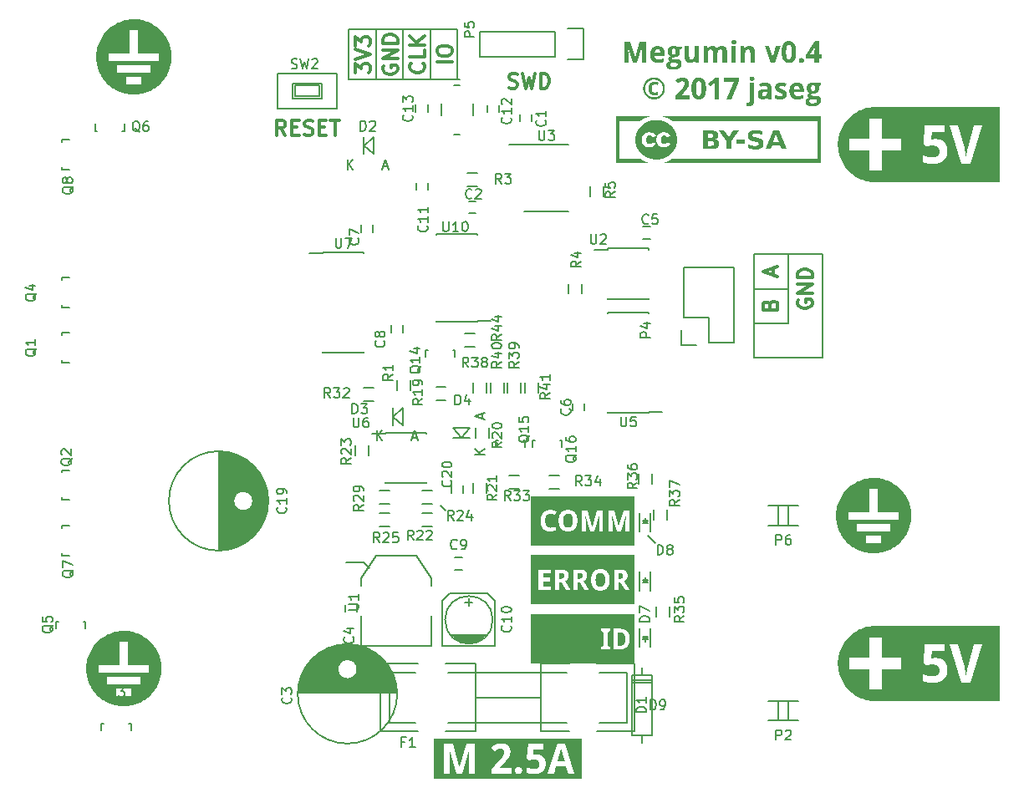
<source format=gbr>
G04 #@! TF.FileFunction,Legend,Top*
%FSLAX46Y46*%
G04 Gerber Fmt 4.6, Leading zero omitted, Abs format (unit mm)*
G04 Created by KiCad (PCBNEW 4.0.6) date Wed Sep  6 14:29:47 2017*
%MOMM*%
%LPD*%
G01*
G04 APERTURE LIST*
%ADD10C,0.100000*%
%ADD11C,0.200000*%
%ADD12C,0.300000*%
%ADD13C,0.150000*%
%ADD14C,0.203200*%
G04 APERTURE END LIST*
D10*
D11*
X92750000Y-94000000D02*
X92250000Y-93500000D01*
X113250000Y-96500000D02*
X114000000Y-97250000D01*
D12*
X76571429Y-55928571D02*
X76071429Y-55214286D01*
X75714286Y-55928571D02*
X75714286Y-54428571D01*
X76285714Y-54428571D01*
X76428572Y-54500000D01*
X76500000Y-54571429D01*
X76571429Y-54714286D01*
X76571429Y-54928571D01*
X76500000Y-55071429D01*
X76428572Y-55142857D01*
X76285714Y-55214286D01*
X75714286Y-55214286D01*
X77214286Y-55142857D02*
X77714286Y-55142857D01*
X77928572Y-55928571D02*
X77214286Y-55928571D01*
X77214286Y-54428571D01*
X77928572Y-54428571D01*
X78500000Y-55857143D02*
X78714286Y-55928571D01*
X79071429Y-55928571D01*
X79214286Y-55857143D01*
X79285715Y-55785714D01*
X79357143Y-55642857D01*
X79357143Y-55500000D01*
X79285715Y-55357143D01*
X79214286Y-55285714D01*
X79071429Y-55214286D01*
X78785715Y-55142857D01*
X78642857Y-55071429D01*
X78571429Y-55000000D01*
X78500000Y-54857143D01*
X78500000Y-54714286D01*
X78571429Y-54571429D01*
X78642857Y-54500000D01*
X78785715Y-54428571D01*
X79142857Y-54428571D01*
X79357143Y-54500000D01*
X80000000Y-55142857D02*
X80500000Y-55142857D01*
X80714286Y-55928571D02*
X80000000Y-55928571D01*
X80000000Y-54428571D01*
X80714286Y-54428571D01*
X81142857Y-54428571D02*
X82000000Y-54428571D01*
X81571429Y-55928571D02*
X81571429Y-54428571D01*
D11*
X94000000Y-45250000D02*
X83000000Y-45250000D01*
X94000000Y-50250000D02*
X94000000Y-45250000D01*
X93750000Y-50250000D02*
X94000000Y-50250000D01*
X83000000Y-50250000D02*
X93750000Y-50250000D01*
X91250000Y-45250000D02*
X91250000Y-50250000D01*
X88500000Y-50250000D02*
X88500000Y-45250000D01*
X85750000Y-45250000D02*
X85750000Y-50250000D01*
X94000000Y-50250000D02*
X94250000Y-50250000D01*
X83000000Y-45250000D02*
X83000000Y-50250000D01*
D12*
X99214286Y-51107143D02*
X99428572Y-51178571D01*
X99785715Y-51178571D01*
X99928572Y-51107143D01*
X100000001Y-51035714D01*
X100071429Y-50892857D01*
X100071429Y-50750000D01*
X100000001Y-50607143D01*
X99928572Y-50535714D01*
X99785715Y-50464286D01*
X99500001Y-50392857D01*
X99357143Y-50321429D01*
X99285715Y-50250000D01*
X99214286Y-50107143D01*
X99214286Y-49964286D01*
X99285715Y-49821429D01*
X99357143Y-49750000D01*
X99500001Y-49678571D01*
X99857143Y-49678571D01*
X100071429Y-49750000D01*
X100571429Y-49678571D02*
X100928572Y-51178571D01*
X101214286Y-50107143D01*
X101500000Y-51178571D01*
X101857143Y-49678571D01*
X102428572Y-51178571D02*
X102428572Y-49678571D01*
X102785715Y-49678571D01*
X103000000Y-49750000D01*
X103142858Y-49892857D01*
X103214286Y-50035714D01*
X103285715Y-50321429D01*
X103285715Y-50535714D01*
X103214286Y-50821429D01*
X103142858Y-50964286D01*
X103000000Y-51107143D01*
X102785715Y-51178571D01*
X102428572Y-51178571D01*
X93428571Y-48535714D02*
X91928571Y-48535714D01*
X91928571Y-47535714D02*
X91928571Y-47250000D01*
X92000000Y-47107142D01*
X92142857Y-46964285D01*
X92428571Y-46892857D01*
X92928571Y-46892857D01*
X93214286Y-46964285D01*
X93357143Y-47107142D01*
X93428571Y-47250000D01*
X93428571Y-47535714D01*
X93357143Y-47678571D01*
X93214286Y-47821428D01*
X92928571Y-47892857D01*
X92428571Y-47892857D01*
X92142857Y-47821428D01*
X92000000Y-47678571D01*
X91928571Y-47535714D01*
X90535714Y-48642857D02*
X90607143Y-48714286D01*
X90678571Y-48928572D01*
X90678571Y-49071429D01*
X90607143Y-49285714D01*
X90464286Y-49428572D01*
X90321429Y-49500000D01*
X90035714Y-49571429D01*
X89821429Y-49571429D01*
X89535714Y-49500000D01*
X89392857Y-49428572D01*
X89250000Y-49285714D01*
X89178571Y-49071429D01*
X89178571Y-48928572D01*
X89250000Y-48714286D01*
X89321429Y-48642857D01*
X90678571Y-47285714D02*
X90678571Y-48000000D01*
X89178571Y-48000000D01*
X90678571Y-46785714D02*
X89178571Y-46785714D01*
X90678571Y-45928571D02*
X89821429Y-46571428D01*
X89178571Y-45928571D02*
X90035714Y-46785714D01*
X86500000Y-48892857D02*
X86428571Y-49035714D01*
X86428571Y-49250000D01*
X86500000Y-49464285D01*
X86642857Y-49607143D01*
X86785714Y-49678571D01*
X87071429Y-49750000D01*
X87285714Y-49750000D01*
X87571429Y-49678571D01*
X87714286Y-49607143D01*
X87857143Y-49464285D01*
X87928571Y-49250000D01*
X87928571Y-49107143D01*
X87857143Y-48892857D01*
X87785714Y-48821428D01*
X87285714Y-48821428D01*
X87285714Y-49107143D01*
X87928571Y-48178571D02*
X86428571Y-48178571D01*
X87928571Y-47321428D01*
X86428571Y-47321428D01*
X87928571Y-46607142D02*
X86428571Y-46607142D01*
X86428571Y-46249999D01*
X86500000Y-46035714D01*
X86642857Y-45892856D01*
X86785714Y-45821428D01*
X87071429Y-45749999D01*
X87285714Y-45749999D01*
X87571429Y-45821428D01*
X87714286Y-45892856D01*
X87857143Y-46035714D01*
X87928571Y-46249999D01*
X87928571Y-46607142D01*
X83678571Y-49607142D02*
X83678571Y-48678571D01*
X84250000Y-49178571D01*
X84250000Y-48964285D01*
X84321429Y-48821428D01*
X84392857Y-48749999D01*
X84535714Y-48678571D01*
X84892857Y-48678571D01*
X85035714Y-48749999D01*
X85107143Y-48821428D01*
X85178571Y-48964285D01*
X85178571Y-49392857D01*
X85107143Y-49535714D01*
X85035714Y-49607142D01*
X83678571Y-48250000D02*
X85178571Y-47750000D01*
X83678571Y-47250000D01*
X83678571Y-46892857D02*
X83678571Y-45964286D01*
X84250000Y-46464286D01*
X84250000Y-46250000D01*
X84321429Y-46107143D01*
X84392857Y-46035714D01*
X84535714Y-45964286D01*
X84892857Y-45964286D01*
X85035714Y-46035714D01*
X85107143Y-46107143D01*
X85178571Y-46250000D01*
X85178571Y-46678572D01*
X85107143Y-46821429D01*
X85035714Y-46892857D01*
D11*
X127500000Y-75000000D02*
X127500000Y-68000000D01*
X124000000Y-75000000D02*
X127500000Y-75000000D01*
X124000000Y-71500000D02*
X127500000Y-71500000D01*
X124000000Y-78500000D02*
X131000000Y-78500000D01*
X131000000Y-68000000D02*
X131000000Y-78500000D01*
X124000000Y-68000000D02*
X131000000Y-68000000D01*
X124000000Y-78500000D02*
X124000000Y-68000000D01*
D12*
X128500000Y-72642857D02*
X128428571Y-72785714D01*
X128428571Y-73000000D01*
X128500000Y-73214285D01*
X128642857Y-73357143D01*
X128785714Y-73428571D01*
X129071429Y-73500000D01*
X129285714Y-73500000D01*
X129571429Y-73428571D01*
X129714286Y-73357143D01*
X129857143Y-73214285D01*
X129928571Y-73000000D01*
X129928571Y-72857143D01*
X129857143Y-72642857D01*
X129785714Y-72571428D01*
X129285714Y-72571428D01*
X129285714Y-72857143D01*
X129928571Y-71928571D02*
X128428571Y-71928571D01*
X129928571Y-71071428D01*
X128428571Y-71071428D01*
X129928571Y-70357142D02*
X128428571Y-70357142D01*
X128428571Y-69999999D01*
X128500000Y-69785714D01*
X128642857Y-69642856D01*
X128785714Y-69571428D01*
X129071429Y-69499999D01*
X129285714Y-69499999D01*
X129571429Y-69571428D01*
X129714286Y-69642856D01*
X129857143Y-69785714D01*
X129928571Y-69999999D01*
X129928571Y-70357142D01*
X125642857Y-73142857D02*
X125714286Y-72928571D01*
X125785714Y-72857143D01*
X125928571Y-72785714D01*
X126142857Y-72785714D01*
X126285714Y-72857143D01*
X126357143Y-72928571D01*
X126428571Y-73071429D01*
X126428571Y-73642857D01*
X124928571Y-73642857D01*
X124928571Y-73142857D01*
X125000000Y-73000000D01*
X125071429Y-72928571D01*
X125214286Y-72857143D01*
X125357143Y-72857143D01*
X125500000Y-72928571D01*
X125571429Y-73000000D01*
X125642857Y-73142857D01*
X125642857Y-73642857D01*
X126000000Y-70107143D02*
X126000000Y-69392857D01*
X126428571Y-70250000D02*
X124928571Y-69750000D01*
X126428571Y-69250000D01*
D11*
X84500000Y-99250000D02*
X82750000Y-99250000D01*
X84455000Y-99187000D02*
X85090000Y-99822000D01*
D10*
G36*
X104095351Y-117596102D02*
X103038121Y-117125915D01*
X103038121Y-121126085D01*
X106553772Y-121126085D01*
X106553772Y-117125915D01*
X103038121Y-117125915D01*
X104095351Y-117596102D01*
X104879180Y-117596102D01*
X105864752Y-120630542D01*
X105218177Y-120630542D01*
X105011471Y-119911206D01*
X103969675Y-119911206D01*
X103760764Y-120630542D01*
X103113637Y-120630542D01*
X104095351Y-117596102D01*
X104095351Y-117596102D01*
G37*
G36*
X104490573Y-118022191D02*
X104488391Y-118033819D01*
X104485987Y-118045963D01*
X104483369Y-118058623D01*
X104480548Y-118071801D01*
X104477533Y-118085495D01*
X104474334Y-118099706D01*
X104470960Y-118114434D01*
X104467422Y-118129678D01*
X104464883Y-118142163D01*
X104462227Y-118154814D01*
X104459452Y-118167630D01*
X104456556Y-118180611D01*
X104453538Y-118193757D01*
X104450396Y-118207069D01*
X104447128Y-118220546D01*
X104443733Y-118234189D01*
X104440209Y-118247997D01*
X104436554Y-118261970D01*
X104433527Y-118274386D01*
X104430461Y-118286831D01*
X104427356Y-118299306D01*
X104424214Y-118311811D01*
X104421035Y-118324349D01*
X104417822Y-118336921D01*
X104414575Y-118349527D01*
X104411296Y-118362169D01*
X104407986Y-118374849D01*
X104404645Y-118387567D01*
X104401276Y-118400325D01*
X104397588Y-118414298D01*
X104393960Y-118428106D01*
X104390389Y-118441749D01*
X104386870Y-118455226D01*
X104383396Y-118468538D01*
X104379964Y-118481684D01*
X104376569Y-118494666D01*
X104373204Y-118507481D01*
X104369866Y-118520132D01*
X104366550Y-118532617D01*
X104362887Y-118546223D01*
X104359250Y-118559480D01*
X104355648Y-118572386D01*
X104352087Y-118584938D01*
X104348573Y-118597133D01*
X104345114Y-118608970D01*
X104341716Y-118620447D01*
X104338386Y-118631560D01*
X104335131Y-118642309D01*
X104331199Y-118657447D01*
X104327658Y-118671176D01*
X104324484Y-118683512D01*
X104321656Y-118694470D01*
X104319149Y-118704065D01*
X104316941Y-118712313D01*
X104124567Y-119373771D01*
X104862644Y-119373771D01*
X104668065Y-118712313D01*
X104665468Y-118704400D01*
X104662636Y-118695543D01*
X104659567Y-118685740D01*
X104656255Y-118674989D01*
X104652699Y-118663289D01*
X104648895Y-118650639D01*
X104644840Y-118637035D01*
X104640530Y-118622478D01*
X104635963Y-118606965D01*
X104631134Y-118590494D01*
X104627566Y-118578307D01*
X104623948Y-118565958D01*
X104620281Y-118553446D01*
X104616568Y-118540771D01*
X104612809Y-118527930D01*
X104609005Y-118514923D01*
X104605158Y-118501749D01*
X104601269Y-118488405D01*
X104597339Y-118474892D01*
X104593369Y-118461208D01*
X104589360Y-118447351D01*
X104585314Y-118433321D01*
X104581232Y-118419116D01*
X104577115Y-118404735D01*
X104573762Y-118391816D01*
X104570423Y-118378897D01*
X104567097Y-118365978D01*
X104563786Y-118353058D01*
X104560489Y-118340139D01*
X104557208Y-118327220D01*
X104553941Y-118314301D01*
X104550690Y-118301382D01*
X104547456Y-118288463D01*
X104544238Y-118275544D01*
X104541037Y-118262625D01*
X104537853Y-118249706D01*
X104534688Y-118236786D01*
X104531540Y-118223867D01*
X104528411Y-118210948D01*
X104525301Y-118198029D01*
X104521577Y-118182310D01*
X104518038Y-118166953D01*
X104514679Y-118151960D01*
X104511500Y-118137332D01*
X104508498Y-118123068D01*
X104505670Y-118109170D01*
X104503014Y-118095639D01*
X104500529Y-118082475D01*
X104498211Y-118069679D01*
X104496059Y-118057252D01*
X104494071Y-118045195D01*
X104492243Y-118033508D01*
X104490574Y-118022191D01*
X104490573Y-118022191D01*
X104490573Y-118022191D01*
G37*
G36*
X91566228Y-117125915D02*
X92654327Y-117608780D01*
X93526901Y-117608780D01*
X94180091Y-119919474D01*
X94192218Y-119919474D01*
X94886749Y-117608780D01*
X95759323Y-117608780D01*
X95759323Y-120630542D01*
X95161805Y-120630542D01*
X95161805Y-119200138D01*
X95161805Y-119078320D01*
X95162176Y-119065856D01*
X95162535Y-119053266D01*
X95162885Y-119040548D01*
X95163229Y-119027700D01*
X95163569Y-119014719D01*
X95163907Y-119001602D01*
X95164246Y-118988348D01*
X95164589Y-118974953D01*
X95164938Y-118961415D01*
X95165295Y-118947732D01*
X95165664Y-118933901D01*
X95166015Y-118921132D01*
X95166375Y-118908320D01*
X95166742Y-118895467D01*
X95167115Y-118882577D01*
X95167492Y-118869653D01*
X95167870Y-118856697D01*
X95168248Y-118843712D01*
X95168624Y-118830702D01*
X95168997Y-118817668D01*
X95169364Y-118804615D01*
X95169723Y-118791544D01*
X95170074Y-118778459D01*
X95170807Y-118764218D01*
X95171500Y-118750056D01*
X95172154Y-118735972D01*
X95172769Y-118721962D01*
X95173349Y-118708025D01*
X95173893Y-118694156D01*
X95174403Y-118680355D01*
X95174882Y-118666619D01*
X95175329Y-118652944D01*
X95175747Y-118639330D01*
X95176137Y-118625772D01*
X95176770Y-118612395D01*
X95177395Y-118598976D01*
X95178013Y-118585515D01*
X95178623Y-118572013D01*
X95179227Y-118558469D01*
X95179824Y-118544882D01*
X95180415Y-118531253D01*
X95180998Y-118517582D01*
X95181575Y-118503869D01*
X95182146Y-118490113D01*
X95182710Y-118476315D01*
X95183268Y-118462474D01*
X95183819Y-118448591D01*
X95184365Y-118434665D01*
X95184904Y-118420695D01*
X95185438Y-118406683D01*
X95185966Y-118392628D01*
X95186488Y-118378529D01*
X95187004Y-118364387D01*
X95187515Y-118350202D01*
X95188020Y-118335973D01*
X95188520Y-118321701D01*
X95189015Y-118307385D01*
X95189505Y-118293026D01*
X95189989Y-118278622D01*
X95190469Y-118264175D01*
X95173932Y-118264175D01*
X94459006Y-120630542D01*
X93869757Y-120630542D01*
X93206094Y-118259765D01*
X93187904Y-118259765D01*
X93188816Y-118273836D01*
X93189714Y-118287875D01*
X93190599Y-118301881D01*
X93191471Y-118315856D01*
X93192330Y-118329798D01*
X93193177Y-118343707D01*
X93194011Y-118357584D01*
X93194832Y-118371428D01*
X93195641Y-118385238D01*
X93196438Y-118399015D01*
X93197223Y-118412759D01*
X93197996Y-118426470D01*
X93198758Y-118440146D01*
X93199508Y-118453789D01*
X93200247Y-118467397D01*
X93200975Y-118480971D01*
X93201692Y-118494511D01*
X93202398Y-118508016D01*
X93203094Y-118521487D01*
X93203779Y-118534922D01*
X93204454Y-118548322D01*
X93205119Y-118561687D01*
X93205774Y-118575017D01*
X93206420Y-118588311D01*
X93207055Y-118601569D01*
X93207682Y-118614791D01*
X93208299Y-118627977D01*
X93208971Y-118640753D01*
X93209609Y-118653586D01*
X93210215Y-118666476D01*
X93210790Y-118679424D01*
X93211333Y-118692429D01*
X93211847Y-118705492D01*
X93212333Y-118718612D01*
X93212790Y-118731789D01*
X93213221Y-118745024D01*
X93213626Y-118758316D01*
X93214006Y-118771666D01*
X93214362Y-118785073D01*
X93215045Y-118798487D01*
X93215714Y-118811857D01*
X93216365Y-118825187D01*
X93216996Y-118838480D01*
X93217604Y-118851738D01*
X93218187Y-118864965D01*
X93218740Y-118878163D01*
X93219262Y-118891335D01*
X93219749Y-118904485D01*
X93220200Y-118917614D01*
X93220610Y-118930726D01*
X93220977Y-118943823D01*
X93221688Y-118958057D01*
X93222320Y-118972193D01*
X93222874Y-118986232D01*
X93223354Y-119000171D01*
X93223762Y-119014009D01*
X93224100Y-119027746D01*
X93224372Y-119041379D01*
X93224578Y-119054908D01*
X93224722Y-119068331D01*
X93224807Y-119081648D01*
X93224835Y-119094856D01*
X93225231Y-119109177D01*
X93225593Y-119123202D01*
X93225919Y-119136933D01*
X93226206Y-119150370D01*
X93226454Y-119163517D01*
X93226660Y-119176374D01*
X93226824Y-119188944D01*
X93226943Y-119201228D01*
X93227015Y-119213227D01*
X93227040Y-119224943D01*
X93227040Y-120630542D01*
X92654327Y-120630542D01*
X92654327Y-117608780D01*
X91566228Y-117125915D01*
X91566228Y-121126085D01*
X96958767Y-121126085D01*
X96958767Y-117125915D01*
X91566228Y-117125915D01*
X91566228Y-117125915D01*
G37*
G36*
X96958767Y-117125915D02*
X98419488Y-117565234D01*
X98434402Y-117565306D01*
X98449208Y-117565521D01*
X98463906Y-117565880D01*
X98478496Y-117566382D01*
X98492978Y-117567027D01*
X98507351Y-117567815D01*
X98521617Y-117568747D01*
X98535774Y-117569821D01*
X98549823Y-117571039D01*
X98563764Y-117572400D01*
X98577597Y-117573903D01*
X98591321Y-117575549D01*
X98604938Y-117577338D01*
X98618446Y-117579270D01*
X98631847Y-117581344D01*
X98645139Y-117583561D01*
X98658323Y-117585920D01*
X98671398Y-117588421D01*
X98684366Y-117591065D01*
X98697226Y-117593851D01*
X98709977Y-117596780D01*
X98722620Y-117599850D01*
X98735155Y-117603062D01*
X98747582Y-117606417D01*
X98759901Y-117609913D01*
X98772112Y-117613551D01*
X98784214Y-117617331D01*
X98796208Y-117621253D01*
X98808095Y-117625316D01*
X98821902Y-117630194D01*
X98835543Y-117635236D01*
X98849017Y-117640442D01*
X98862325Y-117645812D01*
X98875466Y-117651347D01*
X98888442Y-117657046D01*
X98901251Y-117662911D01*
X98913895Y-117668939D01*
X98926372Y-117675133D01*
X98938684Y-117681492D01*
X98950830Y-117688016D01*
X98962811Y-117694705D01*
X98974626Y-117701559D01*
X98986276Y-117708579D01*
X98997761Y-117715764D01*
X99009081Y-117723115D01*
X99020235Y-117730632D01*
X99031225Y-117738314D01*
X99042050Y-117746163D01*
X99052711Y-117754177D01*
X99063206Y-117762358D01*
X99073538Y-117770705D01*
X99083705Y-117779218D01*
X99093707Y-117787898D01*
X99103546Y-117796744D01*
X99113610Y-117805957D01*
X99123475Y-117815336D01*
X99133142Y-117824882D01*
X99142611Y-117834593D01*
X99151880Y-117844471D01*
X99160950Y-117854514D01*
X99169820Y-117864724D01*
X99178491Y-117875099D01*
X99186961Y-117885639D01*
X99195232Y-117896345D01*
X99203301Y-117907216D01*
X99211171Y-117918253D01*
X99218839Y-117929454D01*
X99226306Y-117940821D01*
X99233571Y-117952352D01*
X99240635Y-117964048D01*
X99247497Y-117975909D01*
X99254157Y-117987934D01*
X99260614Y-118000124D01*
X99266869Y-118012478D01*
X99272921Y-118024995D01*
X99278770Y-118037677D01*
X99284415Y-118050523D01*
X99289857Y-118063533D01*
X99294847Y-118075674D01*
X99299642Y-118087931D01*
X99304241Y-118100303D01*
X99308644Y-118112791D01*
X99312851Y-118125393D01*
X99316863Y-118138111D01*
X99320679Y-118150945D01*
X99324300Y-118163894D01*
X99327724Y-118176959D01*
X99330953Y-118190140D01*
X99333987Y-118203437D01*
X99336824Y-118216850D01*
X99339466Y-118230379D01*
X99341912Y-118244024D01*
X99344163Y-118257785D01*
X99346218Y-118271663D01*
X99348077Y-118285657D01*
X99349740Y-118299768D01*
X99351208Y-118313995D01*
X99352480Y-118328339D01*
X99353556Y-118342800D01*
X99354437Y-118357378D01*
X99355122Y-118372073D01*
X99355611Y-118386885D01*
X99355905Y-118401815D01*
X99356002Y-118416862D01*
X99355902Y-118431060D01*
X99355601Y-118445214D01*
X99355098Y-118459323D01*
X99354396Y-118473386D01*
X99353493Y-118487404D01*
X99352391Y-118501376D01*
X99351088Y-118515303D01*
X99349586Y-118529184D01*
X99347884Y-118543019D01*
X99345983Y-118556809D01*
X99343884Y-118570552D01*
X99341585Y-118584249D01*
X99339088Y-118597900D01*
X99336393Y-118611504D01*
X99333499Y-118625062D01*
X99330408Y-118638574D01*
X99327119Y-118652038D01*
X99323633Y-118665456D01*
X99319949Y-118678828D01*
X99316068Y-118692152D01*
X99311990Y-118705429D01*
X99307716Y-118718659D01*
X99303245Y-118731841D01*
X99298578Y-118744976D01*
X99293715Y-118758064D01*
X99288879Y-118770459D01*
X99283910Y-118782839D01*
X99278809Y-118795206D01*
X99273576Y-118807558D01*
X99268209Y-118819896D01*
X99262710Y-118832220D01*
X99257077Y-118844531D01*
X99251311Y-118856829D01*
X99245411Y-118869113D01*
X99239378Y-118881385D01*
X99233210Y-118893643D01*
X99226909Y-118905889D01*
X99220472Y-118918123D01*
X99213902Y-118930344D01*
X99207197Y-118942554D01*
X99200356Y-118954751D01*
X99193381Y-118966937D01*
X99186270Y-118979111D01*
X99179024Y-118991274D01*
X99171642Y-119003426D01*
X99164125Y-119015567D01*
X99156471Y-119027697D01*
X99148681Y-119039817D01*
X99140755Y-119051927D01*
X99132692Y-119064026D01*
X99124492Y-119076115D01*
X99117037Y-119086808D01*
X99109497Y-119097502D01*
X99101873Y-119108198D01*
X99094165Y-119118896D01*
X99086372Y-119129595D01*
X99078495Y-119140296D01*
X99070534Y-119150997D01*
X99062489Y-119161700D01*
X99054360Y-119172403D01*
X99046147Y-119183108D01*
X99037850Y-119193812D01*
X99029469Y-119204518D01*
X99021005Y-119215223D01*
X99012457Y-119225929D01*
X99003825Y-119236635D01*
X98995110Y-119247341D01*
X98986311Y-119258047D01*
X98977429Y-119268752D01*
X98968463Y-119279457D01*
X98959415Y-119290161D01*
X98950283Y-119300864D01*
X98941068Y-119311567D01*
X98931769Y-119322269D01*
X98922388Y-119332969D01*
X98912924Y-119343668D01*
X98903377Y-119354366D01*
X98893748Y-119365062D01*
X98884035Y-119375757D01*
X98874240Y-119386449D01*
X98865150Y-119396324D01*
X98856014Y-119406210D01*
X98846834Y-119416109D01*
X98837610Y-119426020D01*
X98828342Y-119435944D01*
X98819029Y-119445879D01*
X98809672Y-119455827D01*
X98800271Y-119465788D01*
X98790826Y-119475761D01*
X98781338Y-119485746D01*
X98771806Y-119495744D01*
X98762231Y-119505755D01*
X98752612Y-119515778D01*
X98742949Y-119525815D01*
X98733244Y-119535864D01*
X98723495Y-119545925D01*
X98713704Y-119556000D01*
X98703870Y-119566088D01*
X98693993Y-119576189D01*
X98684073Y-119586303D01*
X98674111Y-119596430D01*
X98664106Y-119606570D01*
X98654059Y-119616724D01*
X98643970Y-119626891D01*
X98633839Y-119637071D01*
X98623666Y-119647265D01*
X98613451Y-119657472D01*
X98603194Y-119667693D01*
X98592896Y-119677927D01*
X98582556Y-119688175D01*
X98572175Y-119698437D01*
X98208372Y-120064444D01*
X98208372Y-120093107D01*
X99440339Y-120093107D01*
X99440339Y-120630542D01*
X97412969Y-120630542D01*
X97412969Y-120186263D01*
X98124036Y-119419522D01*
X98134334Y-119408425D01*
X98144556Y-119397394D01*
X98154702Y-119386429D01*
X98164773Y-119375530D01*
X98174769Y-119364698D01*
X98184690Y-119353933D01*
X98194536Y-119343234D01*
X98204308Y-119332601D01*
X98214006Y-119322036D01*
X98223629Y-119311537D01*
X98233178Y-119301106D01*
X98242654Y-119290741D01*
X98252056Y-119280444D01*
X98261385Y-119270214D01*
X98270640Y-119260051D01*
X98279823Y-119249956D01*
X98288932Y-119239928D01*
X98297969Y-119229968D01*
X98306934Y-119220076D01*
X98315826Y-119210251D01*
X98324647Y-119200494D01*
X98333395Y-119190806D01*
X98342072Y-119181186D01*
X98350677Y-119171633D01*
X98359211Y-119162149D01*
X98367673Y-119152734D01*
X98377568Y-119141661D01*
X98387333Y-119130615D01*
X98396968Y-119119595D01*
X98406474Y-119108603D01*
X98415851Y-119097638D01*
X98425099Y-119086699D01*
X98434218Y-119075786D01*
X98443208Y-119064900D01*
X98452069Y-119054040D01*
X98460802Y-119043205D01*
X98469407Y-119032397D01*
X98477884Y-119021614D01*
X98486233Y-119010856D01*
X98494453Y-119000124D01*
X98502547Y-118989417D01*
X98510512Y-118978735D01*
X98518351Y-118968078D01*
X98526062Y-118957446D01*
X98533646Y-118946838D01*
X98541103Y-118936255D01*
X98548434Y-118925695D01*
X98555638Y-118915160D01*
X98563812Y-118902962D01*
X98571798Y-118890736D01*
X98579594Y-118878484D01*
X98587201Y-118866206D01*
X98594616Y-118853903D01*
X98601841Y-118841574D01*
X98608873Y-118829221D01*
X98615712Y-118816844D01*
X98622358Y-118804443D01*
X98628809Y-118792019D01*
X98635066Y-118779572D01*
X98641126Y-118767103D01*
X98646990Y-118754612D01*
X98652657Y-118742101D01*
X98658126Y-118729568D01*
X98663396Y-118717015D01*
X98668467Y-118704443D01*
X98673338Y-118691851D01*
X98678008Y-118679240D01*
X98682454Y-118666572D01*
X98686653Y-118653807D01*
X98690606Y-118640944D01*
X98694314Y-118627983D01*
X98697777Y-118614923D01*
X98700997Y-118601763D01*
X98703974Y-118588502D01*
X98706708Y-118575141D01*
X98709201Y-118561677D01*
X98711453Y-118548110D01*
X98713465Y-118534441D01*
X98715238Y-118520667D01*
X98716771Y-118506788D01*
X98718067Y-118492803D01*
X98719126Y-118478712D01*
X98719948Y-118464514D01*
X98720534Y-118450209D01*
X98720886Y-118435795D01*
X98721002Y-118421271D01*
X98720773Y-118406143D01*
X98720084Y-118391349D01*
X98718935Y-118376892D01*
X98717325Y-118362772D01*
X98715253Y-118348989D01*
X98712720Y-118335544D01*
X98709724Y-118322437D01*
X98706265Y-118309670D01*
X98702342Y-118297243D01*
X98697955Y-118285156D01*
X98693102Y-118273410D01*
X98687784Y-118262005D01*
X98681999Y-118250943D01*
X98675748Y-118240224D01*
X98669029Y-118229849D01*
X98661842Y-118219818D01*
X98654186Y-118210131D01*
X98646060Y-118200790D01*
X98637465Y-118191795D01*
X98628399Y-118183146D01*
X98619140Y-118174886D01*
X98609556Y-118167055D01*
X98599646Y-118159653D01*
X98589412Y-118152680D01*
X98578854Y-118146133D01*
X98567972Y-118140013D01*
X98556767Y-118134320D01*
X98545240Y-118129052D01*
X98533391Y-118124209D01*
X98521222Y-118119791D01*
X98508731Y-118115796D01*
X98495922Y-118112225D01*
X98482793Y-118109076D01*
X98469345Y-118106348D01*
X98455580Y-118104043D01*
X98441497Y-118102157D01*
X98427097Y-118100692D01*
X98412382Y-118099646D01*
X98397351Y-118099019D01*
X98382005Y-118098810D01*
X98368419Y-118098950D01*
X98354875Y-118099367D01*
X98341375Y-118100064D01*
X98327917Y-118101039D01*
X98314503Y-118102294D01*
X98301132Y-118103827D01*
X98287803Y-118105640D01*
X98274518Y-118107732D01*
X98261276Y-118110103D01*
X98248077Y-118112754D01*
X98234921Y-118115685D01*
X98221808Y-118118895D01*
X98208738Y-118122386D01*
X98195712Y-118126156D01*
X98182728Y-118130207D01*
X98169787Y-118134537D01*
X98156890Y-118139149D01*
X98144035Y-118144040D01*
X98131224Y-118149213D01*
X98118455Y-118154666D01*
X98105730Y-118160400D01*
X98093048Y-118166414D01*
X98080409Y-118172711D01*
X98067812Y-118179288D01*
X98057017Y-118185133D01*
X98046188Y-118191150D01*
X98035325Y-118197341D01*
X98024427Y-118203705D01*
X98013495Y-118210242D01*
X98002527Y-118216953D01*
X97991525Y-118223837D01*
X97980487Y-118230895D01*
X97969414Y-118238126D01*
X97958305Y-118245531D01*
X97947160Y-118253109D01*
X97935979Y-118260861D01*
X97924761Y-118268787D01*
X97913507Y-118276887D01*
X97902215Y-118285161D01*
X97890887Y-118293610D01*
X97879521Y-118302232D01*
X97868118Y-118311028D01*
X97856676Y-118319999D01*
X97845197Y-118329144D01*
X97833680Y-118338464D01*
X97822123Y-118347958D01*
X97810529Y-118357627D01*
X97798895Y-118367471D01*
X97787222Y-118377489D01*
X97775510Y-118387682D01*
X97763758Y-118398050D01*
X97751966Y-118408593D01*
X97404700Y-117997387D01*
X97415059Y-117987993D01*
X97425464Y-117978646D01*
X97435916Y-117969346D01*
X97446415Y-117960094D01*
X97456963Y-117950890D01*
X97467559Y-117941734D01*
X97478205Y-117932628D01*
X97488901Y-117923572D01*
X97499647Y-117914567D01*
X97510445Y-117905612D01*
X97521293Y-117896709D01*
X97532195Y-117887858D01*
X97543148Y-117879060D01*
X97554155Y-117870315D01*
X97565216Y-117861624D01*
X97576332Y-117852988D01*
X97587502Y-117844407D01*
X97598728Y-117835881D01*
X97609447Y-117827665D01*
X97620281Y-117819555D01*
X97631229Y-117811549D01*
X97642291Y-117803648D01*
X97653468Y-117795851D01*
X97664760Y-117788159D01*
X97676166Y-117780571D01*
X97687686Y-117773086D01*
X97699321Y-117765704D01*
X97711071Y-117758426D01*
X97722935Y-117751251D01*
X97734914Y-117744178D01*
X97747007Y-117737208D01*
X97759214Y-117730340D01*
X97771537Y-117723574D01*
X97783973Y-117716910D01*
X97796525Y-117710347D01*
X97809190Y-117703886D01*
X97821971Y-117697526D01*
X97833644Y-117691875D01*
X97845432Y-117686340D01*
X97857337Y-117680920D01*
X97869356Y-117675616D01*
X97881491Y-117670426D01*
X97893739Y-117665351D01*
X97906102Y-117660390D01*
X97918579Y-117655543D01*
X97931169Y-117650809D01*
X97943872Y-117646188D01*
X97956688Y-117641680D01*
X97969616Y-117637284D01*
X97982656Y-117633000D01*
X97995807Y-117628828D01*
X98009070Y-117624767D01*
X98022444Y-117620817D01*
X98035928Y-117616977D01*
X98049523Y-117613248D01*
X98063227Y-117609628D01*
X98077041Y-117606118D01*
X98090964Y-117602717D01*
X98103254Y-117599679D01*
X98115665Y-117596768D01*
X98128197Y-117593984D01*
X98140850Y-117591327D01*
X98153624Y-117588798D01*
X98166519Y-117586395D01*
X98179535Y-117584121D01*
X98192673Y-117581975D01*
X98205932Y-117579956D01*
X98219313Y-117578067D01*
X98232816Y-117576306D01*
X98246441Y-117574673D01*
X98260187Y-117573171D01*
X98274056Y-117571797D01*
X98288047Y-117570553D01*
X98302161Y-117569439D01*
X98316397Y-117568456D01*
X98330755Y-117567602D01*
X98345236Y-117566880D01*
X98359840Y-117566288D01*
X98374568Y-117565827D01*
X98389418Y-117565498D01*
X98404391Y-117565300D01*
X98419488Y-117565234D01*
X96958767Y-117125915D01*
X96958767Y-121126085D01*
X99628303Y-121126085D01*
X99628303Y-117125915D01*
X96958767Y-117125915D01*
X96958767Y-117125915D01*
G37*
G36*
X99628303Y-117125915D02*
X100180621Y-119983967D01*
X100195000Y-119984141D01*
X100209200Y-119984668D01*
X100223225Y-119985552D01*
X100237078Y-119986798D01*
X100250763Y-119988411D01*
X100264282Y-119990397D01*
X100277639Y-119992759D01*
X100290837Y-119995503D01*
X100303880Y-119998634D01*
X100316771Y-120002157D01*
X100329834Y-120006109D01*
X100342568Y-120010522D01*
X100354970Y-120015396D01*
X100367042Y-120020727D01*
X100378782Y-120026514D01*
X100390193Y-120032756D01*
X100401272Y-120039451D01*
X100412021Y-120046598D01*
X100422439Y-120054195D01*
X100432526Y-120062239D01*
X100442249Y-120070780D01*
X100451572Y-120079865D01*
X100460491Y-120089493D01*
X100469003Y-120099661D01*
X100477106Y-120110368D01*
X100484795Y-120121612D01*
X100492067Y-120133392D01*
X100498919Y-120145707D01*
X100505348Y-120158553D01*
X100511350Y-120171931D01*
X100515966Y-120183168D01*
X100520172Y-120194831D01*
X100523967Y-120206920D01*
X100527355Y-120219438D01*
X100530338Y-120232384D01*
X100532916Y-120245759D01*
X100535093Y-120259566D01*
X100536869Y-120273804D01*
X100538247Y-120288474D01*
X100539230Y-120303578D01*
X100539817Y-120319117D01*
X100540013Y-120335091D01*
X100539817Y-120350410D01*
X100539230Y-120365360D01*
X100538248Y-120379942D01*
X100536869Y-120394152D01*
X100535093Y-120407992D01*
X100532917Y-120421459D01*
X100530338Y-120434553D01*
X100527356Y-120447273D01*
X100523968Y-120459618D01*
X100520172Y-120471587D01*
X100515967Y-120483178D01*
X100511350Y-120494392D01*
X100505347Y-120507398D01*
X100498919Y-120519955D01*
X100492067Y-120532063D01*
X100484794Y-120543719D01*
X100477106Y-120554922D01*
X100469003Y-120565671D01*
X100460491Y-120575963D01*
X100451572Y-120585797D01*
X100442249Y-120595171D01*
X100432526Y-120604084D01*
X100422439Y-120612510D01*
X100412021Y-120620426D01*
X100401272Y-120627837D01*
X100390193Y-120634745D01*
X100378782Y-120641153D01*
X100367042Y-120647065D01*
X100354970Y-120652485D01*
X100342568Y-120657415D01*
X100329834Y-120661859D01*
X100316771Y-120665820D01*
X100303880Y-120669755D01*
X100290837Y-120673290D01*
X100277639Y-120676422D01*
X100264282Y-120679146D01*
X100250763Y-120681461D01*
X100237078Y-120683362D01*
X100223225Y-120684846D01*
X100209200Y-120685911D01*
X100195000Y-120686552D01*
X100180621Y-120686766D01*
X100166797Y-120686589D01*
X100153139Y-120686059D01*
X100139647Y-120685178D01*
X100126323Y-120683950D01*
X100113168Y-120682377D01*
X100100183Y-120680460D01*
X100087370Y-120678203D01*
X100074729Y-120675608D01*
X100062263Y-120672677D01*
X100049971Y-120669414D01*
X100037856Y-120665820D01*
X100024792Y-120661859D01*
X100012059Y-120657415D01*
X99999657Y-120652484D01*
X99987585Y-120647065D01*
X99975844Y-120641153D01*
X99964434Y-120634744D01*
X99953355Y-120627837D01*
X99942606Y-120620426D01*
X99932188Y-120612510D01*
X99922101Y-120604084D01*
X99912393Y-120595171D01*
X99903112Y-120585797D01*
X99894255Y-120575963D01*
X99885817Y-120565671D01*
X99877797Y-120554922D01*
X99870189Y-120543719D01*
X99862992Y-120532063D01*
X99856202Y-120519955D01*
X99849815Y-120507398D01*
X99843828Y-120494392D01*
X99839533Y-120483178D01*
X99835607Y-120471587D01*
X99832050Y-120459618D01*
X99828863Y-120447273D01*
X99826048Y-120434553D01*
X99823605Y-120421459D01*
X99821535Y-120407992D01*
X99819840Y-120394152D01*
X99818519Y-120379942D01*
X99817575Y-120365360D01*
X99817008Y-120350410D01*
X99816819Y-120335091D01*
X99817008Y-120319117D01*
X99817575Y-120303578D01*
X99818520Y-120288474D01*
X99819840Y-120273804D01*
X99821536Y-120259566D01*
X99823606Y-120245759D01*
X99826049Y-120232384D01*
X99828864Y-120219438D01*
X99832051Y-120206920D01*
X99835608Y-120194831D01*
X99839534Y-120183168D01*
X99843828Y-120171931D01*
X99849815Y-120158553D01*
X99856202Y-120145706D01*
X99862992Y-120133392D01*
X99870189Y-120121612D01*
X99877797Y-120110367D01*
X99885817Y-120099660D01*
X99894255Y-120089492D01*
X99903112Y-120079865D01*
X99912393Y-120070780D01*
X99922101Y-120062239D01*
X99932188Y-120054194D01*
X99942606Y-120046598D01*
X99953355Y-120039451D01*
X99964434Y-120032755D01*
X99975844Y-120026513D01*
X99987585Y-120020726D01*
X99999657Y-120015395D01*
X100012059Y-120010522D01*
X100024792Y-120006109D01*
X100037856Y-120002157D01*
X100049971Y-119998937D01*
X100062263Y-119996042D01*
X100074729Y-119993468D01*
X100087370Y-119991210D01*
X100100183Y-119989266D01*
X100113168Y-119987631D01*
X100126323Y-119986302D01*
X100139647Y-119985275D01*
X100153139Y-119984545D01*
X100166797Y-119984111D01*
X100180621Y-119983967D01*
X99628303Y-117125915D01*
X99628303Y-121126085D01*
X100659075Y-121126085D01*
X100659075Y-117125915D01*
X99628303Y-117125915D01*
X99628303Y-117125915D01*
G37*
G36*
X100659075Y-117125915D02*
X101133672Y-117608780D01*
X102729440Y-117608780D01*
X102729440Y-118150073D01*
X101687643Y-118150073D01*
X101638034Y-118743732D01*
X101649196Y-118741315D01*
X101660636Y-118738889D01*
X101672356Y-118736454D01*
X101684356Y-118734014D01*
X101696640Y-118731571D01*
X101709210Y-118729125D01*
X101722066Y-118726679D01*
X101735211Y-118724236D01*
X101748647Y-118721796D01*
X101762376Y-118719361D01*
X101776400Y-118716935D01*
X101790721Y-118714518D01*
X101801352Y-118712867D01*
X101812331Y-118711319D01*
X101823659Y-118709873D01*
X101835333Y-118708529D01*
X101847354Y-118707287D01*
X101859720Y-118706146D01*
X101872432Y-118705106D01*
X101885487Y-118704167D01*
X101898887Y-118703328D01*
X101912629Y-118702589D01*
X101926714Y-118701949D01*
X101941140Y-118701409D01*
X101955907Y-118700968D01*
X101971015Y-118700625D01*
X101986462Y-118700381D01*
X102002248Y-118700235D01*
X102018372Y-118700186D01*
X102032728Y-118700269D01*
X102047008Y-118700517D01*
X102061214Y-118700931D01*
X102075346Y-118701510D01*
X102089403Y-118702254D01*
X102103385Y-118703164D01*
X102117293Y-118704238D01*
X102131127Y-118705478D01*
X102144886Y-118706882D01*
X102158572Y-118708452D01*
X102172183Y-118710186D01*
X102185721Y-118712085D01*
X102199185Y-118714148D01*
X102212575Y-118716376D01*
X102225891Y-118718768D01*
X102239134Y-118721325D01*
X102252303Y-118724045D01*
X102265398Y-118726930D01*
X102278421Y-118729979D01*
X102291370Y-118733192D01*
X102304246Y-118736569D01*
X102317049Y-118740110D01*
X102329779Y-118743815D01*
X102342435Y-118747683D01*
X102355020Y-118751715D01*
X102367531Y-118755910D01*
X102379970Y-118760269D01*
X102393295Y-118765152D01*
X102406483Y-118770209D01*
X102419534Y-118775443D01*
X102432446Y-118780851D01*
X102445220Y-118786436D01*
X102457856Y-118792197D01*
X102470354Y-118798134D01*
X102482714Y-118804248D01*
X102494935Y-118810540D01*
X102507018Y-118817009D01*
X102518962Y-118823655D01*
X102530767Y-118830480D01*
X102542434Y-118837483D01*
X102553961Y-118844665D01*
X102565350Y-118852026D01*
X102576599Y-118859567D01*
X102587709Y-118867287D01*
X102598680Y-118875187D01*
X102609511Y-118883267D01*
X102620202Y-118891528D01*
X102630754Y-118899971D01*
X102641166Y-118908594D01*
X102651438Y-118917399D01*
X102661570Y-118926386D01*
X102671562Y-118935555D01*
X102681022Y-118944545D01*
X102690320Y-118953706D01*
X102699457Y-118963038D01*
X102708434Y-118972542D01*
X102717250Y-118982217D01*
X102725905Y-118992063D01*
X102734399Y-119002080D01*
X102742734Y-119012269D01*
X102750909Y-119022628D01*
X102758924Y-119033159D01*
X102766779Y-119043862D01*
X102774475Y-119054735D01*
X102782012Y-119065780D01*
X102789390Y-119076996D01*
X102796609Y-119088383D01*
X102803669Y-119099941D01*
X102810571Y-119111671D01*
X102817315Y-119123572D01*
X102823901Y-119135644D01*
X102830328Y-119147887D01*
X102836599Y-119160302D01*
X102842711Y-119172888D01*
X102848666Y-119185645D01*
X102854465Y-119198573D01*
X102860106Y-119211672D01*
X102865590Y-119224943D01*
X102870354Y-119236838D01*
X102874953Y-119248859D01*
X102879387Y-119261005D01*
X102883655Y-119273276D01*
X102887757Y-119285673D01*
X102891694Y-119298194D01*
X102895464Y-119310840D01*
X102899068Y-119323610D01*
X102902506Y-119336504D01*
X102905778Y-119349523D01*
X102908883Y-119362665D01*
X102911822Y-119375931D01*
X102914593Y-119389320D01*
X102917198Y-119402832D01*
X102919636Y-119416468D01*
X102921906Y-119430226D01*
X102924010Y-119444107D01*
X102925945Y-119458110D01*
X102927713Y-119472235D01*
X102929314Y-119486483D01*
X102930746Y-119500852D01*
X102932010Y-119515343D01*
X102933107Y-119529955D01*
X102934035Y-119544688D01*
X102934794Y-119559542D01*
X102935385Y-119574517D01*
X102935808Y-119589613D01*
X102936061Y-119604829D01*
X102936146Y-119620165D01*
X102936075Y-119635026D01*
X102935863Y-119649795D01*
X102935510Y-119664472D01*
X102935016Y-119679056D01*
X102934381Y-119693548D01*
X102933605Y-119707948D01*
X102932688Y-119722255D01*
X102931631Y-119736471D01*
X102930432Y-119750595D01*
X102929092Y-119764627D01*
X102927612Y-119778567D01*
X102925991Y-119792416D01*
X102924229Y-119806173D01*
X102922327Y-119819839D01*
X102920284Y-119833414D01*
X102918101Y-119846897D01*
X102915777Y-119860289D01*
X102913313Y-119873590D01*
X102910708Y-119886800D01*
X102907963Y-119899919D01*
X102905078Y-119912947D01*
X102902052Y-119925885D01*
X102898886Y-119938732D01*
X102895580Y-119951488D01*
X102892134Y-119964155D01*
X102888548Y-119976730D01*
X102884822Y-119989216D01*
X102880956Y-120001611D01*
X102876950Y-120013917D01*
X102872804Y-120026132D01*
X102868518Y-120038257D01*
X102864092Y-120050293D01*
X102859527Y-120062239D01*
X102854166Y-120075571D01*
X102848632Y-120088764D01*
X102842925Y-120101820D01*
X102837045Y-120114739D01*
X102830993Y-120127520D01*
X102824767Y-120140163D01*
X102818370Y-120152669D01*
X102811799Y-120165037D01*
X102805056Y-120177267D01*
X102798141Y-120189359D01*
X102791053Y-120201314D01*
X102783793Y-120213132D01*
X102776361Y-120224812D01*
X102768757Y-120236354D01*
X102760980Y-120247758D01*
X102753032Y-120259025D01*
X102744912Y-120270154D01*
X102736619Y-120281146D01*
X102728155Y-120292000D01*
X102719519Y-120302716D01*
X102710712Y-120313294D01*
X102701733Y-120323735D01*
X102692582Y-120334039D01*
X102683260Y-120344204D01*
X102673767Y-120354233D01*
X102664102Y-120364123D01*
X102654266Y-120373876D01*
X102644258Y-120383491D01*
X102634080Y-120392968D01*
X102624403Y-120401572D01*
X102614577Y-120410047D01*
X102604600Y-120418393D01*
X102594474Y-120426609D01*
X102584198Y-120434697D01*
X102573772Y-120442655D01*
X102563196Y-120450485D01*
X102552470Y-120458185D01*
X102541594Y-120465756D01*
X102530567Y-120473199D01*
X102519390Y-120480512D01*
X102508063Y-120487696D01*
X102496586Y-120494751D01*
X102484958Y-120501677D01*
X102473179Y-120508474D01*
X102461251Y-120515142D01*
X102449171Y-120521681D01*
X102436941Y-120528091D01*
X102424560Y-120534371D01*
X102412028Y-120540523D01*
X102399346Y-120546546D01*
X102386513Y-120552439D01*
X102373528Y-120558204D01*
X102360393Y-120563839D01*
X102347107Y-120569346D01*
X102333670Y-120574723D01*
X102320081Y-120579971D01*
X102306341Y-120585091D01*
X102292450Y-120590081D01*
X102278408Y-120594942D01*
X102264214Y-120599674D01*
X102252322Y-120603532D01*
X102240334Y-120607283D01*
X102228248Y-120610928D01*
X102216067Y-120614467D01*
X102203788Y-120617899D01*
X102191413Y-120621226D01*
X102178941Y-120624446D01*
X102166373Y-120627561D01*
X102153708Y-120630569D01*
X102140946Y-120633471D01*
X102128088Y-120636267D01*
X102115133Y-120638958D01*
X102102081Y-120641542D01*
X102088933Y-120644021D01*
X102075688Y-120646394D01*
X102062346Y-120648661D01*
X102048908Y-120650822D01*
X102035374Y-120652877D01*
X102021742Y-120654827D01*
X102008014Y-120656671D01*
X101994189Y-120658410D01*
X101980268Y-120660042D01*
X101966250Y-120661570D01*
X101952136Y-120662991D01*
X101937924Y-120664307D01*
X101923617Y-120665518D01*
X101909212Y-120666623D01*
X101894711Y-120667623D01*
X101880113Y-120668518D01*
X101865419Y-120669307D01*
X101850628Y-120669990D01*
X101835740Y-120670569D01*
X101820756Y-120671042D01*
X101805675Y-120671410D01*
X101790497Y-120671673D01*
X101775223Y-120671831D01*
X101759853Y-120671883D01*
X101746483Y-120671852D01*
X101733126Y-120671756D01*
X101719780Y-120671596D01*
X101706447Y-120671369D01*
X101693127Y-120671076D01*
X101679820Y-120670714D01*
X101666526Y-120670284D01*
X101653247Y-120669784D01*
X101639981Y-120669212D01*
X101626730Y-120668569D01*
X101613493Y-120667852D01*
X101600272Y-120667061D01*
X101587067Y-120666196D01*
X101573877Y-120665254D01*
X101560703Y-120664235D01*
X101547546Y-120663138D01*
X101534405Y-120661961D01*
X101520485Y-120660625D01*
X101506629Y-120659199D01*
X101492838Y-120657685D01*
X101479112Y-120656084D01*
X101465450Y-120654397D01*
X101451852Y-120652626D01*
X101438319Y-120650772D01*
X101424851Y-120648836D01*
X101411448Y-120646819D01*
X101398109Y-120644723D01*
X101384834Y-120642548D01*
X101371625Y-120640296D01*
X101358479Y-120637969D01*
X101345399Y-120635566D01*
X101332383Y-120633090D01*
X101319431Y-120630542D01*
X101305967Y-120628006D01*
X101292582Y-120625360D01*
X101279276Y-120622604D01*
X101266049Y-120619738D01*
X101252898Y-120616761D01*
X101239823Y-120613674D01*
X101226823Y-120610477D01*
X101213897Y-120607170D01*
X101201044Y-120603753D01*
X101188263Y-120600225D01*
X101175553Y-120596587D01*
X101162913Y-120592839D01*
X101150342Y-120588981D01*
X101137839Y-120585012D01*
X101125404Y-120580933D01*
X101111509Y-120576104D01*
X101097810Y-120571157D01*
X101084307Y-120566091D01*
X101071000Y-120560905D01*
X101057888Y-120555599D01*
X101044972Y-120550171D01*
X101032252Y-120544622D01*
X101019727Y-120538950D01*
X101007398Y-120533155D01*
X100995265Y-120527235D01*
X100983327Y-120521190D01*
X100971585Y-120515020D01*
X100960039Y-120508724D01*
X100960039Y-119956957D01*
X100970484Y-119962838D01*
X100981151Y-119968669D01*
X100992040Y-119974453D01*
X101003154Y-119980189D01*
X101014495Y-119985879D01*
X101026064Y-119991525D01*
X101037864Y-119997127D01*
X101049895Y-120002687D01*
X101062160Y-120008206D01*
X101074661Y-120013686D01*
X101087400Y-120019127D01*
X101100377Y-120024530D01*
X101113596Y-120029897D01*
X101127057Y-120035230D01*
X101139768Y-120039882D01*
X101152543Y-120044467D01*
X101165382Y-120048984D01*
X101178282Y-120053432D01*
X101191243Y-120057809D01*
X101204263Y-120062116D01*
X101217339Y-120066351D01*
X101230472Y-120070512D01*
X101243659Y-120074600D01*
X101256899Y-120078612D01*
X101270190Y-120082549D01*
X101283532Y-120086409D01*
X101296922Y-120090191D01*
X101310359Y-120093894D01*
X101323841Y-120097517D01*
X101337622Y-120100787D01*
X101351402Y-120103984D01*
X101365182Y-120107108D01*
X101378963Y-120110158D01*
X101392743Y-120113134D01*
X101406523Y-120116037D01*
X101420304Y-120118867D01*
X101434084Y-120121623D01*
X101447865Y-120124306D01*
X101461645Y-120126915D01*
X101475425Y-120129451D01*
X101489206Y-120131913D01*
X101502986Y-120134301D01*
X101516767Y-120136616D01*
X101530547Y-120138858D01*
X101545257Y-120140849D01*
X101559858Y-120142689D01*
X101574350Y-120144379D01*
X101588735Y-120145918D01*
X101603012Y-120147308D01*
X101617182Y-120148548D01*
X101631247Y-120149641D01*
X101645206Y-120150586D01*
X101659060Y-120151384D01*
X101672810Y-120152036D01*
X101686457Y-120152541D01*
X101700000Y-120152902D01*
X101713441Y-120153118D01*
X101726779Y-120153190D01*
X101743445Y-120153086D01*
X101759868Y-120152773D01*
X101776047Y-120152253D01*
X101791984Y-120151525D01*
X101807678Y-120150588D01*
X101823128Y-120149443D01*
X101838336Y-120148090D01*
X101853301Y-120146529D01*
X101868023Y-120144759D01*
X101882502Y-120142780D01*
X101896738Y-120140593D01*
X101910730Y-120138198D01*
X101924481Y-120135594D01*
X101937988Y-120132781D01*
X101951252Y-120129760D01*
X101964273Y-120126530D01*
X101977051Y-120123091D01*
X101989586Y-120119443D01*
X102001878Y-120115587D01*
X102013928Y-120111521D01*
X102025734Y-120107247D01*
X102037297Y-120102764D01*
X102048618Y-120098071D01*
X102059695Y-120093170D01*
X102070530Y-120088059D01*
X102081121Y-120082739D01*
X102091470Y-120077210D01*
X102101576Y-120071472D01*
X102111438Y-120065524D01*
X102121058Y-120059367D01*
X102130435Y-120053001D01*
X102139568Y-120046425D01*
X102148459Y-120039639D01*
X102157944Y-120031773D01*
X102167105Y-120023606D01*
X102175943Y-120015141D01*
X102184459Y-120006376D01*
X102192651Y-119997312D01*
X102200520Y-119987949D01*
X102208067Y-119978286D01*
X102215292Y-119968325D01*
X102222194Y-119958064D01*
X102228773Y-119947505D01*
X102235031Y-119936646D01*
X102240966Y-119925489D01*
X102246580Y-119914033D01*
X102251872Y-119902279D01*
X102256842Y-119890226D01*
X102261490Y-119877874D01*
X102265818Y-119865223D01*
X102269823Y-119852275D01*
X102273508Y-119839027D01*
X102276872Y-119825482D01*
X102279915Y-119811638D01*
X102282636Y-119797496D01*
X102285038Y-119783056D01*
X102287118Y-119768318D01*
X102288879Y-119753282D01*
X102290318Y-119737948D01*
X102291438Y-119722315D01*
X102292238Y-119706386D01*
X102292718Y-119690158D01*
X102292877Y-119673632D01*
X102292697Y-119657824D01*
X102292156Y-119642289D01*
X102291253Y-119627029D01*
X102289990Y-119612043D01*
X102288364Y-119597331D01*
X102286377Y-119582893D01*
X102284028Y-119568730D01*
X102281316Y-119554840D01*
X102278242Y-119541225D01*
X102274806Y-119527884D01*
X102271006Y-119514818D01*
X102266843Y-119502025D01*
X102262317Y-119489507D01*
X102257427Y-119477262D01*
X102252174Y-119465292D01*
X102246556Y-119453597D01*
X102240574Y-119442175D01*
X102234228Y-119431028D01*
X102227516Y-119420155D01*
X102220440Y-119409556D01*
X102212999Y-119399231D01*
X102205192Y-119389180D01*
X102197019Y-119379404D01*
X102188481Y-119369902D01*
X102179576Y-119360674D01*
X102170306Y-119351720D01*
X102160668Y-119343040D01*
X102150664Y-119334635D01*
X102142261Y-119327806D01*
X102133587Y-119321180D01*
X102124643Y-119314757D01*
X102115430Y-119308538D01*
X102105946Y-119302521D01*
X102096193Y-119296709D01*
X102086170Y-119291099D01*
X102075877Y-119285693D01*
X102065316Y-119280490D01*
X102054485Y-119275491D01*
X102043385Y-119270696D01*
X102032015Y-119266104D01*
X102020378Y-119261715D01*
X102008471Y-119257531D01*
X101996296Y-119253550D01*
X101983852Y-119249773D01*
X101971140Y-119246199D01*
X101958160Y-119242830D01*
X101944911Y-119239664D01*
X101931395Y-119236703D01*
X101917611Y-119233945D01*
X101903559Y-119231391D01*
X101889240Y-119229041D01*
X101874653Y-119226896D01*
X101859799Y-119224954D01*
X101844677Y-119223217D01*
X101829289Y-119221684D01*
X101813633Y-119220355D01*
X101797711Y-119219231D01*
X101781522Y-119218311D01*
X101765066Y-119217595D01*
X101748344Y-119217084D01*
X101731356Y-119216777D01*
X101714101Y-119216675D01*
X101702056Y-119216766D01*
X101689807Y-119217033D01*
X101677354Y-119217471D01*
X101664696Y-119218072D01*
X101651835Y-119218830D01*
X101638769Y-119219737D01*
X101625499Y-119220788D01*
X101612025Y-119221974D01*
X101598346Y-119223290D01*
X101585035Y-119224719D01*
X101571739Y-119226250D01*
X101558455Y-119227883D01*
X101545177Y-119229618D01*
X101531902Y-119231456D01*
X101518624Y-119233395D01*
X101505340Y-119235437D01*
X101492044Y-119237580D01*
X101478733Y-119239826D01*
X101465913Y-119242143D01*
X101453179Y-119244504D01*
X101440535Y-119246910D01*
X101427988Y-119249364D01*
X101415539Y-119251867D01*
X101403196Y-119254423D01*
X101390961Y-119257033D01*
X101378839Y-119259700D01*
X101366836Y-119262426D01*
X101351799Y-119265413D01*
X101337388Y-119268473D01*
X101323590Y-119271610D01*
X101310390Y-119274829D01*
X101297773Y-119278135D01*
X101285725Y-119281532D01*
X101274232Y-119285026D01*
X101019570Y-119148875D01*
X101133672Y-117608780D01*
X100659075Y-117125915D01*
X100659075Y-121126085D01*
X103038121Y-121126085D01*
X103038121Y-117125915D01*
X100659075Y-117125915D01*
X100659075Y-117125915D01*
G37*
D13*
X100425000Y-81050000D02*
X100425000Y-82050000D01*
X99075000Y-82050000D02*
X99075000Y-81050000D01*
X84244000Y-104624000D02*
X84244000Y-107672000D01*
X84244000Y-107672000D02*
X91356000Y-107672000D01*
X91356000Y-107672000D02*
X91356000Y-104624000D01*
X84244000Y-101576000D02*
X84244000Y-100814000D01*
X84244000Y-100814000D02*
X85768000Y-98528000D01*
X85768000Y-98528000D02*
X89832000Y-98528000D01*
X89832000Y-98528000D02*
X91356000Y-100814000D01*
X91356000Y-100814000D02*
X91356000Y-101576000D01*
X100775000Y-63675000D02*
X105225000Y-63675000D01*
X99250000Y-56925000D02*
X105225000Y-56925000D01*
X109225000Y-67425000D02*
X109225000Y-67570000D01*
X113375000Y-67425000D02*
X113375000Y-67570000D01*
X113375000Y-72575000D02*
X113375000Y-72430000D01*
X109225000Y-72575000D02*
X109225000Y-72430000D01*
X109225000Y-67425000D02*
X113375000Y-67425000D01*
X109225000Y-72575000D02*
X113375000Y-72575000D01*
X109225000Y-67570000D02*
X107825000Y-67570000D01*
X95154000Y-62646000D02*
X95854000Y-62646000D01*
X95854000Y-63846000D02*
X95154000Y-63846000D01*
X94515000Y-107336000D02*
X95912000Y-107336000D01*
X94261000Y-107209000D02*
X96039000Y-107209000D01*
X93880000Y-107082000D02*
X96420000Y-107082000D01*
X96547000Y-106955000D02*
X93753000Y-106955000D01*
X93626000Y-106828000D02*
X96674000Y-106828000D01*
X96801000Y-106701000D02*
X93499000Y-106701000D01*
X93372000Y-106574000D02*
X96928000Y-106574000D01*
X92483000Y-107717000D02*
X92483000Y-103145000D01*
X92483000Y-103145000D02*
X93245000Y-102383000D01*
X93245000Y-102383000D02*
X97055000Y-102383000D01*
X97055000Y-102383000D02*
X97817000Y-103145000D01*
X97817000Y-103145000D02*
X97817000Y-107717000D01*
X97817000Y-107717000D02*
X92483000Y-107717000D01*
X95150000Y-102891000D02*
X95150000Y-103653000D01*
X94769000Y-103272000D02*
X95531000Y-103272000D01*
X97563000Y-105050000D02*
G75*
G03X97563000Y-105050000I-2413000J0D01*
G01*
X114125000Y-104750000D02*
X114125000Y-103750000D01*
X115475000Y-103750000D02*
X115475000Y-104750000D01*
X84499760Y-57050800D02*
X85500520Y-56150000D01*
X85500520Y-56150000D02*
X85500520Y-57850000D01*
X85500520Y-57850000D02*
X84499760Y-57000000D01*
X84499760Y-56150000D02*
X84499760Y-57850000D01*
X94411800Y-86633240D02*
X93511000Y-85632480D01*
X93511000Y-85632480D02*
X95211000Y-85632480D01*
X95211000Y-85632480D02*
X94361000Y-86633240D01*
X93511000Y-86633240D02*
X95211000Y-86633240D01*
X87483760Y-84505800D02*
X88484520Y-83605000D01*
X88484520Y-83605000D02*
X88484520Y-85305000D01*
X88484520Y-85305000D02*
X87483760Y-84455000D01*
X87483760Y-83605000D02*
X87483760Y-85305000D01*
X82585000Y-104236000D02*
X82585000Y-103536000D01*
X83785000Y-103536000D02*
X83785000Y-104236000D01*
X112800000Y-65225000D02*
X113500000Y-65225000D01*
X113500000Y-66425000D02*
X112800000Y-66425000D01*
X105625000Y-83800000D02*
X105625000Y-83100000D01*
X106825000Y-83100000D02*
X106825000Y-83800000D01*
X85400000Y-65050000D02*
X85400000Y-65750000D01*
X84200000Y-65750000D02*
X84200000Y-65050000D01*
X88484000Y-75215000D02*
X88484000Y-75915000D01*
X87284000Y-75915000D02*
X87284000Y-75215000D01*
X93750000Y-98750000D02*
X94450000Y-98750000D01*
X94450000Y-99950000D02*
X93750000Y-99950000D01*
X91000000Y-60750000D02*
X91000000Y-61450000D01*
X89800000Y-61450000D02*
X89800000Y-60750000D01*
X98200000Y-52925000D02*
X98200000Y-53625000D01*
X97000000Y-53625000D02*
X97000000Y-52925000D01*
X89775000Y-53550000D02*
X89775000Y-52850000D01*
X90975000Y-52850000D02*
X90975000Y-53550000D01*
X94580000Y-91471000D02*
X94580000Y-92171000D01*
X93380000Y-92171000D02*
X93380000Y-91471000D01*
X112450000Y-105900000D02*
X112450000Y-107800000D01*
X113550000Y-105900000D02*
X113550000Y-107800000D01*
X113000000Y-106800000D02*
X113000000Y-107250000D01*
X113250000Y-106750000D02*
X112750000Y-106750000D01*
X113000000Y-106750000D02*
X113250000Y-107000000D01*
X113250000Y-107000000D02*
X112750000Y-107000000D01*
X112750000Y-107000000D02*
X113000000Y-106750000D01*
X113550000Y-96100000D02*
X113550000Y-94200000D01*
X112450000Y-96100000D02*
X112450000Y-94200000D01*
X113000000Y-95200000D02*
X113000000Y-94750000D01*
X112750000Y-95250000D02*
X113250000Y-95250000D01*
X113000000Y-95250000D02*
X112750000Y-95000000D01*
X112750000Y-95000000D02*
X113250000Y-95000000D01*
X113250000Y-95000000D02*
X113000000Y-95250000D01*
X113550000Y-102100000D02*
X113550000Y-100200000D01*
X112450000Y-102100000D02*
X112450000Y-100200000D01*
X113000000Y-101200000D02*
X113000000Y-100750000D01*
X112750000Y-101250000D02*
X113250000Y-101250000D01*
X113000000Y-101250000D02*
X112750000Y-101000000D01*
X112750000Y-101000000D02*
X113250000Y-101000000D01*
X113250000Y-101000000D02*
X113000000Y-101250000D01*
X102311200Y-112903000D02*
X95808800Y-112903000D01*
X102400100Y-109474000D02*
X105321100Y-109474000D01*
X111925100Y-109474000D02*
X108115100Y-109474000D01*
X111163100Y-110363000D02*
X108369100Y-110363000D01*
X102400100Y-110363000D02*
X105067100Y-110363000D01*
X111925100Y-116332000D02*
X108115100Y-116332000D01*
X111163100Y-115443000D02*
X108369100Y-115443000D01*
X102400100Y-116332000D02*
X105321100Y-116332000D01*
X102400100Y-115443000D02*
X105067100Y-115443000D01*
X95844360Y-116332000D02*
X92796360Y-116332000D01*
X95844360Y-115443000D02*
X93050360Y-115443000D01*
X95844360Y-110363000D02*
X93050360Y-110363000D01*
X95844360Y-109474000D02*
X92796360Y-109474000D01*
X86192360Y-109474000D02*
X90002360Y-109474000D01*
X87081360Y-110363000D02*
X89748360Y-110363000D01*
X86192360Y-116332000D02*
X90002360Y-116332000D01*
X87081360Y-115443000D02*
X89748360Y-115443000D01*
X86192360Y-116332000D02*
X86192360Y-109474000D01*
X95844360Y-109474000D02*
X95844360Y-110363000D01*
X95844360Y-116332000D02*
X95844360Y-115443000D01*
X111927640Y-116332000D02*
X111927640Y-109474000D01*
X102402640Y-109474000D02*
X102402640Y-110363000D01*
X102402640Y-116332000D02*
X102402640Y-115316000D01*
X93345000Y-110363000D02*
X105029000Y-110363000D01*
X104902000Y-115443000D02*
X93345000Y-115443000D01*
X102402640Y-112903000D02*
X102402640Y-115443000D01*
X111165640Y-115443000D02*
X111165640Y-110363000D01*
X102402640Y-110363000D02*
X102402640Y-112903000D01*
X95844360Y-112903000D02*
X95844360Y-115443000D01*
X87083900Y-115443000D02*
X87083900Y-110363000D01*
X95844360Y-110363000D02*
X95844360Y-112903000D01*
X103905000Y-47970000D02*
X96285000Y-47970000D01*
X103905000Y-45430000D02*
X96285000Y-45430000D01*
X106725000Y-45150000D02*
X105175000Y-45150000D01*
X96285000Y-47970000D02*
X96285000Y-45430000D01*
X103905000Y-45430000D02*
X103905000Y-47970000D01*
X105175000Y-48250000D02*
X106725000Y-48250000D01*
X106725000Y-48250000D02*
X106725000Y-45150000D01*
X54660800Y-78969820D02*
X53959760Y-78969820D01*
X53959760Y-78969820D02*
X53959760Y-78720900D01*
X53959760Y-76170840D02*
X53959760Y-75970180D01*
X53959760Y-75970180D02*
X54660800Y-75970180D01*
X54650800Y-92899820D02*
X53949760Y-92899820D01*
X53949760Y-92899820D02*
X53949760Y-92650900D01*
X53949760Y-90100840D02*
X53949760Y-89900180D01*
X53949760Y-89900180D02*
X54650800Y-89900180D01*
X57936180Y-116255800D02*
X57936180Y-115554760D01*
X57936180Y-115554760D02*
X58185100Y-115554760D01*
X60735160Y-115554760D02*
X60935820Y-115554760D01*
X60935820Y-115554760D02*
X60935820Y-116255800D01*
X54660800Y-73381820D02*
X53959760Y-73381820D01*
X53959760Y-73381820D02*
X53959760Y-73132900D01*
X53959760Y-70582840D02*
X53959760Y-70382180D01*
X53959760Y-70382180D02*
X54660800Y-70382180D01*
X53300180Y-105922800D02*
X53300180Y-105221760D01*
X53300180Y-105221760D02*
X53549100Y-105221760D01*
X56099160Y-105221760D02*
X56299820Y-105221760D01*
X56299820Y-105221760D02*
X56299820Y-105922800D01*
X60300820Y-54813200D02*
X60300820Y-55514240D01*
X60300820Y-55514240D02*
X60051900Y-55514240D01*
X57501840Y-55514240D02*
X57301180Y-55514240D01*
X57301180Y-55514240D02*
X57301180Y-54813200D01*
X54660800Y-98527820D02*
X53959760Y-98527820D01*
X53959760Y-98527820D02*
X53959760Y-98278900D01*
X53959760Y-95728840D02*
X53959760Y-95528180D01*
X53959760Y-95528180D02*
X54660800Y-95528180D01*
X54660800Y-59411820D02*
X53959760Y-59411820D01*
X53959760Y-59411820D02*
X53959760Y-59162900D01*
X53959760Y-56612840D02*
X53959760Y-56412180D01*
X53959760Y-56412180D02*
X54660800Y-56412180D01*
X87875000Y-81775000D02*
X87875000Y-80775000D01*
X89225000Y-80775000D02*
X89225000Y-81775000D01*
X95004000Y-59777000D02*
X96004000Y-59777000D01*
X96004000Y-61127000D02*
X95004000Y-61127000D01*
X105243000Y-72001000D02*
X105243000Y-71001000D01*
X106593000Y-71001000D02*
X106593000Y-72001000D01*
X108750000Y-61125000D02*
X108750000Y-62125000D01*
X107400000Y-62125000D02*
X107400000Y-61125000D01*
X92825000Y-82775000D02*
X91825000Y-82775000D01*
X91825000Y-81425000D02*
X92825000Y-81425000D01*
X97195000Y-85606000D02*
X97195000Y-86606000D01*
X95845000Y-86606000D02*
X95845000Y-85606000D01*
X85003000Y-87384000D02*
X85003000Y-88384000D01*
X83653000Y-88384000D02*
X83653000Y-87384000D01*
X112325000Y-91250000D02*
X112325000Y-90250000D01*
X113675000Y-90250000D02*
X113675000Y-91250000D01*
X113875000Y-94925000D02*
X113875000Y-93925000D01*
X115225000Y-93925000D02*
X115225000Y-94925000D01*
X96925000Y-81000000D02*
X96925000Y-82000000D01*
X95575000Y-82000000D02*
X95575000Y-81000000D01*
X98675000Y-81050000D02*
X98675000Y-82050000D01*
X97325000Y-82050000D02*
X97325000Y-81050000D01*
X102175000Y-81050000D02*
X102175000Y-82050000D01*
X100825000Y-82050000D02*
X100825000Y-81050000D01*
X113375000Y-84075000D02*
X113375000Y-83970000D01*
X109225000Y-84075000D02*
X109225000Y-83970000D01*
X109225000Y-73925000D02*
X109225000Y-74030000D01*
X113375000Y-73925000D02*
X113375000Y-74030000D01*
X113375000Y-84075000D02*
X109225000Y-84075000D01*
X113375000Y-73925000D02*
X109225000Y-73925000D01*
X113375000Y-83970000D02*
X114750000Y-83970000D01*
X86698000Y-86071000D02*
X86698000Y-86216000D01*
X90848000Y-86071000D02*
X90848000Y-86216000D01*
X90848000Y-91221000D02*
X90848000Y-91076000D01*
X86698000Y-91221000D02*
X86698000Y-91076000D01*
X86698000Y-86071000D02*
X90848000Y-86071000D01*
X86698000Y-91221000D02*
X90848000Y-91221000D01*
X86698000Y-86216000D02*
X85298000Y-86216000D01*
X80348000Y-67823000D02*
X80348000Y-67928000D01*
X84498000Y-67823000D02*
X84498000Y-67928000D01*
X84498000Y-77973000D02*
X84498000Y-77868000D01*
X80348000Y-77973000D02*
X80348000Y-77868000D01*
X80348000Y-67823000D02*
X84498000Y-67823000D01*
X80348000Y-77973000D02*
X84498000Y-77973000D01*
X80348000Y-67928000D02*
X78973000Y-67928000D01*
X96941000Y-91194000D02*
X96941000Y-92194000D01*
X95591000Y-92194000D02*
X95591000Y-91194000D01*
X91432000Y-95607500D02*
X90432000Y-95607500D01*
X90432000Y-94257500D02*
X91432000Y-94257500D01*
X90432000Y-91971500D02*
X91432000Y-91971500D01*
X91432000Y-93321500D02*
X90432000Y-93321500D01*
X86114000Y-94257500D02*
X87114000Y-94257500D01*
X87114000Y-95607500D02*
X86114000Y-95607500D01*
X87114000Y-93321500D02*
X86114000Y-93321500D01*
X86114000Y-91971500D02*
X87114000Y-91971500D01*
X84500000Y-81550000D02*
X85500000Y-81550000D01*
X85500000Y-82900000D02*
X84500000Y-82900000D01*
X100200000Y-91750000D02*
X99200000Y-91750000D01*
X99200000Y-90400000D02*
X100200000Y-90400000D01*
X104275000Y-91750000D02*
X103275000Y-91750000D01*
X103275000Y-90400000D02*
X104275000Y-90400000D01*
X77851000Y-112475000D02*
X87849000Y-112475000D01*
X77855000Y-112335000D02*
X87845000Y-112335000D01*
X77863000Y-112195000D02*
X87837000Y-112195000D01*
X77875000Y-112055000D02*
X87825000Y-112055000D01*
X77890000Y-111915000D02*
X87810000Y-111915000D01*
X77910000Y-111775000D02*
X87790000Y-111775000D01*
X77934000Y-111635000D02*
X87766000Y-111635000D01*
X77963000Y-111495000D02*
X87737000Y-111495000D01*
X77995000Y-111355000D02*
X87705000Y-111355000D01*
X78032000Y-111215000D02*
X87668000Y-111215000D01*
X78073000Y-111075000D02*
X87627000Y-111075000D01*
X78118000Y-110935000D02*
X82384000Y-110935000D01*
X83316000Y-110935000D02*
X87582000Y-110935000D01*
X78168000Y-110795000D02*
X82183000Y-110795000D01*
X83517000Y-110795000D02*
X87532000Y-110795000D01*
X78223000Y-110655000D02*
X82054000Y-110655000D01*
X83646000Y-110655000D02*
X87477000Y-110655000D01*
X78283000Y-110515000D02*
X81965000Y-110515000D01*
X83735000Y-110515000D02*
X87417000Y-110515000D01*
X78348000Y-110375000D02*
X81904000Y-110375000D01*
X83796000Y-110375000D02*
X87352000Y-110375000D01*
X78418000Y-110235000D02*
X81867000Y-110235000D01*
X83833000Y-110235000D02*
X87282000Y-110235000D01*
X78494000Y-110095000D02*
X81851000Y-110095000D01*
X83849000Y-110095000D02*
X87206000Y-110095000D01*
X78576000Y-109955000D02*
X81855000Y-109955000D01*
X83845000Y-109955000D02*
X87124000Y-109955000D01*
X78664000Y-109815000D02*
X81878000Y-109815000D01*
X83822000Y-109815000D02*
X87036000Y-109815000D01*
X78759000Y-109675000D02*
X81923000Y-109675000D01*
X83777000Y-109675000D02*
X86941000Y-109675000D01*
X78861000Y-109535000D02*
X81993000Y-109535000D01*
X83707000Y-109535000D02*
X86839000Y-109535000D01*
X78971000Y-109395000D02*
X82094000Y-109395000D01*
X83606000Y-109395000D02*
X86729000Y-109395000D01*
X79089000Y-109255000D02*
X82243000Y-109255000D01*
X83457000Y-109255000D02*
X86611000Y-109255000D01*
X79217000Y-109115000D02*
X82495000Y-109115000D01*
X83205000Y-109115000D02*
X86483000Y-109115000D01*
X79354000Y-108975000D02*
X86346000Y-108975000D01*
X79504000Y-108835000D02*
X86196000Y-108835000D01*
X79666000Y-108695000D02*
X86034000Y-108695000D01*
X79843000Y-108555000D02*
X85857000Y-108555000D01*
X80039000Y-108415000D02*
X85661000Y-108415000D01*
X80257000Y-108275000D02*
X85443000Y-108275000D01*
X80503000Y-108135000D02*
X85197000Y-108135000D01*
X80788000Y-107995000D02*
X84912000Y-107995000D01*
X81130000Y-107855000D02*
X84570000Y-107855000D01*
X81576000Y-107715000D02*
X84124000Y-107715000D01*
X82351000Y-107575000D02*
X83349000Y-107575000D01*
X83850000Y-110050000D02*
G75*
G03X83850000Y-110050000I-1000000J0D01*
G01*
X87887500Y-112550000D02*
G75*
G03X87887500Y-112550000I-5037500J0D01*
G01*
X69875000Y-88001000D02*
X69875000Y-97999000D01*
X70015000Y-88005000D02*
X70015000Y-97995000D01*
X70155000Y-88013000D02*
X70155000Y-97987000D01*
X70295000Y-88025000D02*
X70295000Y-97975000D01*
X70435000Y-88040000D02*
X70435000Y-97960000D01*
X70575000Y-88060000D02*
X70575000Y-97940000D01*
X70715000Y-88084000D02*
X70715000Y-97916000D01*
X70855000Y-88113000D02*
X70855000Y-97887000D01*
X70995000Y-88145000D02*
X70995000Y-97855000D01*
X71135000Y-88182000D02*
X71135000Y-97818000D01*
X71275000Y-88223000D02*
X71275000Y-97777000D01*
X71415000Y-88268000D02*
X71415000Y-92534000D01*
X71415000Y-93466000D02*
X71415000Y-97732000D01*
X71555000Y-88318000D02*
X71555000Y-92333000D01*
X71555000Y-93667000D02*
X71555000Y-97682000D01*
X71695000Y-88373000D02*
X71695000Y-92204000D01*
X71695000Y-93796000D02*
X71695000Y-97627000D01*
X71835000Y-88433000D02*
X71835000Y-92115000D01*
X71835000Y-93885000D02*
X71835000Y-97567000D01*
X71975000Y-88498000D02*
X71975000Y-92054000D01*
X71975000Y-93946000D02*
X71975000Y-97502000D01*
X72115000Y-88568000D02*
X72115000Y-92017000D01*
X72115000Y-93983000D02*
X72115000Y-97432000D01*
X72255000Y-88644000D02*
X72255000Y-92001000D01*
X72255000Y-93999000D02*
X72255000Y-97356000D01*
X72395000Y-88726000D02*
X72395000Y-92005000D01*
X72395000Y-93995000D02*
X72395000Y-97274000D01*
X72535000Y-88814000D02*
X72535000Y-92028000D01*
X72535000Y-93972000D02*
X72535000Y-97186000D01*
X72675000Y-88909000D02*
X72675000Y-92073000D01*
X72675000Y-93927000D02*
X72675000Y-97091000D01*
X72815000Y-89011000D02*
X72815000Y-92143000D01*
X72815000Y-93857000D02*
X72815000Y-96989000D01*
X72955000Y-89121000D02*
X72955000Y-92244000D01*
X72955000Y-93756000D02*
X72955000Y-96879000D01*
X73095000Y-89239000D02*
X73095000Y-92393000D01*
X73095000Y-93607000D02*
X73095000Y-96761000D01*
X73235000Y-89367000D02*
X73235000Y-92645000D01*
X73235000Y-93355000D02*
X73235000Y-96633000D01*
X73375000Y-89504000D02*
X73375000Y-96496000D01*
X73515000Y-89654000D02*
X73515000Y-96346000D01*
X73655000Y-89816000D02*
X73655000Y-96184000D01*
X73795000Y-89993000D02*
X73795000Y-96007000D01*
X73935000Y-90189000D02*
X73935000Y-95811000D01*
X74075000Y-90407000D02*
X74075000Y-95593000D01*
X74215000Y-90653000D02*
X74215000Y-95347000D01*
X74355000Y-90938000D02*
X74355000Y-95062000D01*
X74495000Y-91280000D02*
X74495000Y-94720000D01*
X74635000Y-91726000D02*
X74635000Y-94274000D01*
X74775000Y-92501000D02*
X74775000Y-93499000D01*
X73300000Y-93000000D02*
G75*
G03X73300000Y-93000000I-1000000J0D01*
G01*
X74837500Y-93000000D02*
G75*
G03X74837500Y-93000000I-5037500J0D01*
G01*
X112649000Y-109855000D02*
X112649000Y-110617000D01*
X112649000Y-110617000D02*
X111633000Y-110617000D01*
X111633000Y-110617000D02*
X111633000Y-116713000D01*
X111633000Y-116713000D02*
X112649000Y-116713000D01*
X112649000Y-116713000D02*
X112649000Y-117475000D01*
X112649000Y-116713000D02*
X113665000Y-116713000D01*
X113665000Y-116713000D02*
X113665000Y-110617000D01*
X113665000Y-110617000D02*
X112649000Y-110617000D01*
X111633000Y-111125000D02*
X113665000Y-111125000D01*
X113665000Y-111379000D02*
X111633000Y-111379000D01*
X80005290Y-52023320D02*
X77505290Y-52023320D01*
X77505290Y-52023320D02*
X77505290Y-50923320D01*
X77505290Y-50923320D02*
X80005290Y-50923320D01*
X80005290Y-50923320D02*
X80005290Y-52023320D01*
X80255290Y-50673320D02*
X77255290Y-50673320D01*
X80255290Y-52273320D02*
X77255290Y-52273320D01*
X77255290Y-52273320D02*
X77255290Y-50673320D01*
X80255290Y-52273320D02*
X80255290Y-50673320D01*
X81755290Y-49723320D02*
X75755290Y-49723320D01*
X81755290Y-53223320D02*
X75755290Y-53223320D01*
X81755290Y-53223320D02*
X81755290Y-49723320D01*
X75755290Y-53223320D02*
X75755290Y-49723320D01*
X127500000Y-113250000D02*
X127500000Y-115250000D01*
X126500000Y-113250000D02*
X126500000Y-115250000D01*
X128500000Y-115250000D02*
X125500000Y-115250000D01*
X125500000Y-113250000D02*
X128500000Y-113250000D01*
X127500000Y-93500000D02*
X127500000Y-95500000D01*
X126500000Y-93500000D02*
X126500000Y-95500000D01*
X128500000Y-95500000D02*
X125500000Y-95500000D01*
X125500000Y-93500000D02*
X128500000Y-93500000D01*
X95750000Y-77350000D02*
X94750000Y-77350000D01*
X94750000Y-76000000D02*
X95750000Y-76000000D01*
X90750180Y-78400800D02*
X90750180Y-77699760D01*
X90750180Y-77699760D02*
X90999100Y-77699760D01*
X93549160Y-77699760D02*
X93749820Y-77699760D01*
X93749820Y-77699760D02*
X93749820Y-78400800D01*
X97850180Y-87550800D02*
X97850180Y-86849760D01*
X97850180Y-86849760D02*
X98099100Y-86849760D01*
X100649160Y-86849760D02*
X100849820Y-86849760D01*
X100849820Y-86849760D02*
X100849820Y-87550800D01*
X101575180Y-87550800D02*
X101575180Y-86849760D01*
X101575180Y-86849760D02*
X101824100Y-86849760D01*
X104374160Y-86849760D02*
X104574820Y-86849760D01*
X104574820Y-86849760D02*
X104574820Y-87550800D01*
X116930000Y-69350000D02*
X116930000Y-74430000D01*
X116650000Y-77250000D02*
X116650000Y-75700000D01*
X119470000Y-76970000D02*
X119470000Y-74430000D01*
X119470000Y-74430000D02*
X116930000Y-74430000D01*
X116930000Y-69350000D02*
X122010000Y-69350000D01*
X122010000Y-69350000D02*
X122010000Y-74430000D01*
X116650000Y-77250000D02*
X118200000Y-77250000D01*
X122010000Y-76970000D02*
X119470000Y-76970000D01*
X122010000Y-74430000D02*
X122010000Y-76970000D01*
X96025000Y-74850000D02*
X96025000Y-74735000D01*
X91875000Y-74850000D02*
X91875000Y-74735000D01*
X91875000Y-65950000D02*
X91875000Y-66065000D01*
X96025000Y-65950000D02*
X96025000Y-66065000D01*
X96025000Y-74850000D02*
X91875000Y-74850000D01*
X96025000Y-65950000D02*
X91875000Y-65950000D01*
X96025000Y-74735000D02*
X97400000Y-74735000D01*
D14*
X92352340Y-53949440D02*
X92352340Y-52750560D01*
X93650280Y-50850640D02*
X94249720Y-50850640D01*
X95547660Y-52750560D02*
X95547660Y-53949440D01*
X93650280Y-55849360D02*
X94249720Y-55849360D01*
D10*
G36*
X143630827Y-105660968D02*
X143852415Y-107518013D01*
X144678135Y-107518013D01*
X145332979Y-109840834D01*
X145335441Y-109849495D01*
X145338029Y-109859160D01*
X145340742Y-109869830D01*
X145343583Y-109881504D01*
X145346554Y-109894182D01*
X145349654Y-109907863D01*
X145352886Y-109922548D01*
X145356251Y-109938235D01*
X145359750Y-109954926D01*
X145363384Y-109972620D01*
X145367154Y-109991316D01*
X145369954Y-110003808D01*
X145372761Y-110016443D01*
X145375576Y-110029220D01*
X145378396Y-110042140D01*
X145381221Y-110055204D01*
X145384051Y-110068412D01*
X145386882Y-110081765D01*
X145389716Y-110095263D01*
X145392549Y-110108907D01*
X145395383Y-110122698D01*
X145398215Y-110136635D01*
X145401044Y-110150720D01*
X145403869Y-110164954D01*
X145406689Y-110179335D01*
X145409504Y-110193866D01*
X145412311Y-110208547D01*
X145415110Y-110223377D01*
X145417881Y-110236716D01*
X145420638Y-110250056D01*
X145423380Y-110263399D01*
X145426108Y-110276743D01*
X145428821Y-110290089D01*
X145431520Y-110303436D01*
X145434204Y-110316784D01*
X145436873Y-110330133D01*
X145439528Y-110343482D01*
X145442168Y-110356831D01*
X145444794Y-110370181D01*
X145447405Y-110383529D01*
X145450002Y-110396877D01*
X145452583Y-110410225D01*
X145455150Y-110423570D01*
X145457702Y-110436915D01*
X145460240Y-110450257D01*
X145462763Y-110463598D01*
X145465271Y-110476936D01*
X145468199Y-110492620D01*
X145471044Y-110507996D01*
X145473807Y-110523063D01*
X145476486Y-110537822D01*
X145479082Y-110552273D01*
X145481596Y-110566414D01*
X145484028Y-110580247D01*
X145486376Y-110593771D01*
X145488642Y-110606985D01*
X145490826Y-110619890D01*
X145492928Y-110632485D01*
X145494947Y-110644770D01*
X145496884Y-110656745D01*
X145498739Y-110668410D01*
X145500511Y-110679764D01*
X145502202Y-110690808D01*
X145503893Y-110679764D01*
X145505666Y-110668410D01*
X145507521Y-110656745D01*
X145509458Y-110644770D01*
X145511477Y-110632485D01*
X145513579Y-110619890D01*
X145515762Y-110606985D01*
X145518029Y-110593771D01*
X145520377Y-110580247D01*
X145522808Y-110566414D01*
X145525322Y-110552273D01*
X145527919Y-110537822D01*
X145530598Y-110523063D01*
X145533360Y-110507996D01*
X145536206Y-110492620D01*
X145539134Y-110476936D01*
X145541642Y-110463606D01*
X145544165Y-110450290D01*
X145546702Y-110436988D01*
X145549255Y-110423701D01*
X145551822Y-110410427D01*
X145554403Y-110397168D01*
X145556999Y-110383923D01*
X145559610Y-110370693D01*
X145562236Y-110357477D01*
X145564876Y-110344276D01*
X145567531Y-110331090D01*
X145570201Y-110317918D01*
X145572885Y-110304761D01*
X145575583Y-110291619D01*
X145578296Y-110278491D01*
X145581024Y-110265379D01*
X145583766Y-110252282D01*
X145586523Y-110239200D01*
X145589294Y-110226133D01*
X145592391Y-110211302D01*
X145595469Y-110196622D01*
X145598529Y-110182091D01*
X145601571Y-110167710D01*
X145604594Y-110153477D01*
X145607600Y-110139392D01*
X145610587Y-110125454D01*
X145613556Y-110111664D01*
X145616507Y-110098020D01*
X145619440Y-110084521D01*
X145622354Y-110071168D01*
X145625250Y-110057960D01*
X145628128Y-110044896D01*
X145630987Y-110031976D01*
X145633828Y-110019199D01*
X145636651Y-110006564D01*
X145639455Y-109994072D01*
X145643753Y-109976875D01*
X145647853Y-109960480D01*
X145651756Y-109944887D01*
X145655467Y-109930098D01*
X145658988Y-109916114D01*
X145662322Y-109902935D01*
X145665473Y-109890563D01*
X145668444Y-109878998D01*
X145671239Y-109868242D01*
X145673859Y-109858295D01*
X145676309Y-109849159D01*
X145678591Y-109840834D01*
X146322962Y-107518013D01*
X147149234Y-107518013D01*
X145945379Y-111377071D01*
X145052962Y-111377071D01*
X143852415Y-107518013D01*
X143630827Y-105660968D01*
X143630827Y-113287032D01*
X148903200Y-113287032D01*
X148903200Y-105660968D01*
X143630827Y-105660968D01*
X143630827Y-105660968D01*
G37*
G36*
X136341556Y-105660968D02*
X135740731Y-106849940D01*
X136947892Y-106849940D01*
X136947892Y-108883924D01*
X138965340Y-108883924D01*
X138965340Y-110091086D01*
X136947892Y-110091086D01*
X136947892Y-112097509D01*
X135740731Y-112097509D01*
X135740731Y-110091086D01*
X133717771Y-110091086D01*
X133717771Y-108883924D01*
X135740731Y-108883924D01*
X135740731Y-106849940D01*
X136341556Y-105660968D01*
X136145357Y-105665942D01*
X135951734Y-105680676D01*
X135760927Y-105704933D01*
X135573174Y-105738471D01*
X135388716Y-105781053D01*
X135207791Y-105832438D01*
X135030640Y-105892386D01*
X134857502Y-105960659D01*
X134688616Y-106037016D01*
X134524222Y-106121219D01*
X134364560Y-106213027D01*
X134209868Y-106312202D01*
X134060387Y-106418503D01*
X133916356Y-106531691D01*
X133778014Y-106651527D01*
X133645602Y-106777771D01*
X133519358Y-106910183D01*
X133399522Y-107048525D01*
X133286334Y-107192556D01*
X133180033Y-107342037D01*
X133080858Y-107496728D01*
X132989050Y-107656391D01*
X132904848Y-107820785D01*
X132828490Y-107989671D01*
X132760217Y-108162809D01*
X132700269Y-108339960D01*
X132648884Y-108520885D01*
X132606302Y-108705343D01*
X132572764Y-108893096D01*
X132548507Y-109083903D01*
X132533773Y-109277526D01*
X132528800Y-109473725D01*
X132533471Y-109662803D01*
X132547428Y-109850598D01*
X132570542Y-110036799D01*
X132602684Y-110221091D01*
X132643724Y-110403164D01*
X132693532Y-110582703D01*
X132751979Y-110759398D01*
X132818936Y-110932934D01*
X132894273Y-111103000D01*
X132977861Y-111269283D01*
X133069570Y-111431470D01*
X133169272Y-111589250D01*
X133276835Y-111742308D01*
X133392132Y-111890334D01*
X133515033Y-112033013D01*
X133645407Y-112170034D01*
X133782410Y-112300429D01*
X133925071Y-112423350D01*
X134073080Y-112538668D01*
X134226123Y-112646254D01*
X134383888Y-112745978D01*
X134546062Y-112837711D01*
X134712333Y-112921323D01*
X134882388Y-112996684D01*
X135055915Y-113063666D01*
X135232601Y-113122139D01*
X135412133Y-113171973D01*
X135594200Y-113213039D01*
X135778488Y-113245207D01*
X135964685Y-113268349D01*
X136152478Y-113282333D01*
X136341556Y-113287032D01*
X140035800Y-113287032D01*
X140035800Y-105660968D01*
X136341556Y-105660968D01*
X136341556Y-105660968D01*
G37*
G36*
X140035800Y-105660968D02*
X141323439Y-107518013D01*
X143361282Y-107518013D01*
X143361282Y-108209788D01*
X142030649Y-108209788D01*
X141967259Y-108967158D01*
X141978643Y-108964694D01*
X141990270Y-108962231D01*
X142002138Y-108959769D01*
X142014247Y-108957307D01*
X142026594Y-108954845D01*
X142039179Y-108952384D01*
X142052001Y-108949923D01*
X142065058Y-108947461D01*
X142078349Y-108945000D01*
X142091873Y-108942538D01*
X142105628Y-108940077D01*
X142119614Y-108937615D01*
X142133829Y-108935152D01*
X142148271Y-108932690D01*
X142162940Y-108930226D01*
X142173895Y-108928506D01*
X142185138Y-108926867D01*
X142196670Y-108925309D01*
X142208491Y-108923832D01*
X142220600Y-108922437D01*
X142232997Y-108921123D01*
X142245683Y-108919892D01*
X142258656Y-108918744D01*
X142271917Y-108917678D01*
X142285466Y-108916696D01*
X142299302Y-108915797D01*
X142313425Y-108914982D01*
X142327835Y-108914252D01*
X142342532Y-108913606D01*
X142357516Y-108913045D01*
X142372787Y-108912570D01*
X142388343Y-108912180D01*
X142404186Y-108911876D01*
X142420315Y-108911659D01*
X142436730Y-108911528D01*
X142453431Y-108911485D01*
X142467997Y-108911551D01*
X142482503Y-108911750D01*
X142496950Y-108912082D01*
X142511337Y-108912547D01*
X142525665Y-108913144D01*
X142539934Y-108913874D01*
X142554143Y-108914737D01*
X142568293Y-108915733D01*
X142582383Y-108916861D01*
X142596414Y-108918121D01*
X142610386Y-108919515D01*
X142624298Y-108921040D01*
X142638151Y-108922699D01*
X142651945Y-108924490D01*
X142665679Y-108926413D01*
X142679353Y-108928469D01*
X142692969Y-108930657D01*
X142706524Y-108932978D01*
X142720021Y-108935431D01*
X142733458Y-108938017D01*
X142746836Y-108940735D01*
X142760155Y-108943585D01*
X142773414Y-108946567D01*
X142786614Y-108949682D01*
X142799754Y-108952930D01*
X142812835Y-108956309D01*
X142825857Y-108959821D01*
X142838819Y-108963465D01*
X142851723Y-108967241D01*
X142864566Y-108971149D01*
X142877351Y-108975190D01*
X142890076Y-108979362D01*
X142902742Y-108983667D01*
X142915349Y-108988104D01*
X142928658Y-108992958D01*
X142941857Y-108997950D01*
X142954948Y-109003083D01*
X142967930Y-109008354D01*
X142980803Y-109013764D01*
X142993568Y-109019313D01*
X143006224Y-109025002D01*
X143018771Y-109030829D01*
X143031210Y-109036796D01*
X143043540Y-109042902D01*
X143055761Y-109049147D01*
X143067874Y-109055531D01*
X143079879Y-109062054D01*
X143091775Y-109068716D01*
X143103563Y-109075518D01*
X143115242Y-109082459D01*
X143126813Y-109089539D01*
X143138276Y-109096758D01*
X143149631Y-109104116D01*
X143160878Y-109111614D01*
X143172017Y-109119251D01*
X143183047Y-109127027D01*
X143193970Y-109134942D01*
X143204784Y-109142997D01*
X143215491Y-109151191D01*
X143226090Y-109159524D01*
X143236581Y-109167996D01*
X143246964Y-109176608D01*
X143257239Y-109185359D01*
X143267407Y-109194250D01*
X143277467Y-109203279D01*
X143287419Y-109212448D01*
X143296955Y-109221476D01*
X143306364Y-109230641D01*
X143315646Y-109239943D01*
X143324802Y-109249382D01*
X143333832Y-109258958D01*
X143342736Y-109268672D01*
X143351513Y-109278522D01*
X143360163Y-109288509D01*
X143368688Y-109298632D01*
X143377086Y-109308892D01*
X143385358Y-109319289D01*
X143393504Y-109329822D01*
X143401524Y-109340491D01*
X143409418Y-109351296D01*
X143417185Y-109362237D01*
X143424827Y-109373314D01*
X143432342Y-109384527D01*
X143439732Y-109395876D01*
X143446995Y-109407360D01*
X143454132Y-109418979D01*
X143461144Y-109430734D01*
X143468029Y-109442625D01*
X143474789Y-109454650D01*
X143481423Y-109466810D01*
X143487931Y-109479106D01*
X143494313Y-109491536D01*
X143500569Y-109504101D01*
X143506699Y-109516800D01*
X143512704Y-109529635D01*
X143518583Y-109542603D01*
X143524336Y-109555706D01*
X143529964Y-109568943D01*
X143535466Y-109582314D01*
X143540252Y-109594204D01*
X143544907Y-109606189D01*
X143549432Y-109618269D01*
X143553825Y-109630444D01*
X143558088Y-109642714D01*
X143562220Y-109655080D01*
X143566222Y-109667541D01*
X143570092Y-109680097D01*
X143573832Y-109692749D01*
X143577441Y-109705496D01*
X143580918Y-109718339D01*
X143584265Y-109731278D01*
X143587481Y-109744313D01*
X143590566Y-109757444D01*
X143593520Y-109770671D01*
X143596343Y-109783993D01*
X143599035Y-109797412D01*
X143601596Y-109810928D01*
X143604025Y-109824539D01*
X143606324Y-109838248D01*
X143608491Y-109852052D01*
X143610528Y-109865954D01*
X143612433Y-109879952D01*
X143614206Y-109894046D01*
X143615849Y-109908238D01*
X143617360Y-109922527D01*
X143618740Y-109936912D01*
X143619989Y-109951395D01*
X143621106Y-109965975D01*
X143622092Y-109980652D01*
X143622947Y-109995427D01*
X143623670Y-110010299D01*
X143624262Y-110025269D01*
X143624722Y-110040336D01*
X143625051Y-110055501D01*
X143625248Y-110070764D01*
X143625314Y-110086125D01*
X143625259Y-110101047D01*
X143625093Y-110115897D01*
X143624817Y-110130677D01*
X143624431Y-110145384D01*
X143623934Y-110160021D01*
X143623327Y-110174585D01*
X143622609Y-110189078D01*
X143621780Y-110203500D01*
X143620841Y-110217850D01*
X143619792Y-110232128D01*
X143618632Y-110246335D01*
X143617361Y-110260470D01*
X143615980Y-110274534D01*
X143614489Y-110288526D01*
X143612886Y-110302446D01*
X143611173Y-110316294D01*
X143609350Y-110330071D01*
X143607415Y-110343776D01*
X143605370Y-110357409D01*
X143603215Y-110370970D01*
X143600948Y-110384460D01*
X143598571Y-110397878D01*
X143596083Y-110411224D01*
X143593484Y-110424498D01*
X143590775Y-110437700D01*
X143587955Y-110450830D01*
X143585024Y-110463889D01*
X143581982Y-110476875D01*
X143578829Y-110489789D01*
X143575565Y-110502632D01*
X143572191Y-110515402D01*
X143568706Y-110528101D01*
X143565109Y-110540727D01*
X143561402Y-110553282D01*
X143557584Y-110565764D01*
X143553655Y-110578174D01*
X143549615Y-110590512D01*
X143545464Y-110602778D01*
X143541202Y-110614972D01*
X143536828Y-110627094D01*
X143532344Y-110639143D01*
X143527749Y-110651120D01*
X143522402Y-110664478D01*
X143516921Y-110677728D01*
X143511304Y-110690869D01*
X143505552Y-110703902D01*
X143499665Y-110716826D01*
X143493643Y-110729642D01*
X143487486Y-110742350D01*
X143481194Y-110754949D01*
X143474767Y-110767440D01*
X143468205Y-110779823D01*
X143461508Y-110792098D01*
X143454676Y-110804265D01*
X143447710Y-110816323D01*
X143440608Y-110828274D01*
X143433371Y-110840116D01*
X143425999Y-110851850D01*
X143418492Y-110863476D01*
X143410850Y-110874994D01*
X143403073Y-110886405D01*
X143395162Y-110897707D01*
X143387115Y-110908901D01*
X143378933Y-110919988D01*
X143370616Y-110930966D01*
X143362165Y-110941837D01*
X143353578Y-110952599D01*
X143344857Y-110963254D01*
X143336000Y-110973802D01*
X143327009Y-110984241D01*
X143317883Y-110994573D01*
X143308621Y-111004797D01*
X143299225Y-111014913D01*
X143289694Y-111024922D01*
X143280028Y-111034823D01*
X143270227Y-111044616D01*
X143260291Y-111054302D01*
X143250220Y-111063880D01*
X143240015Y-111073351D01*
X143230207Y-111082098D01*
X143220276Y-111090741D01*
X143210222Y-111099280D01*
X143200045Y-111107715D01*
X143189745Y-111116046D01*
X143179322Y-111124274D01*
X143168776Y-111132397D01*
X143158108Y-111140417D01*
X143147317Y-111148332D01*
X143136404Y-111156144D01*
X143125369Y-111163851D01*
X143114211Y-111171455D01*
X143102931Y-111178954D01*
X143091529Y-111186350D01*
X143080005Y-111193641D01*
X143068359Y-111200828D01*
X143056592Y-111207912D01*
X143044702Y-111214891D01*
X143032691Y-111221766D01*
X143020559Y-111228537D01*
X143008305Y-111235204D01*
X142995929Y-111241766D01*
X142983433Y-111248225D01*
X142970815Y-111254579D01*
X142958076Y-111260829D01*
X142945217Y-111266975D01*
X142932236Y-111273017D01*
X142919135Y-111278954D01*
X142905912Y-111284788D01*
X142892570Y-111290517D01*
X142879106Y-111296141D01*
X142865523Y-111301662D01*
X142851819Y-111307078D01*
X142837994Y-111312390D01*
X142824050Y-111317597D01*
X142809985Y-111322700D01*
X142795801Y-111327699D01*
X142781496Y-111332593D01*
X142767072Y-111337383D01*
X142755128Y-111341273D01*
X142743108Y-111345080D01*
X142731012Y-111348803D01*
X142718840Y-111352444D01*
X142706592Y-111356001D01*
X142694268Y-111359475D01*
X142681869Y-111362866D01*
X142669393Y-111366174D01*
X142656841Y-111369399D01*
X142644213Y-111372540D01*
X142631510Y-111375598D01*
X142618730Y-111378572D01*
X142605873Y-111381463D01*
X142592941Y-111384271D01*
X142579933Y-111386996D01*
X142566848Y-111389637D01*
X142553687Y-111392194D01*
X142540449Y-111394668D01*
X142527136Y-111397059D01*
X142513746Y-111399366D01*
X142500279Y-111401589D01*
X142486737Y-111403729D01*
X142473118Y-111405785D01*
X142459422Y-111407758D01*
X142445650Y-111409647D01*
X142431801Y-111411452D01*
X142417876Y-111413174D01*
X142403874Y-111414812D01*
X142389796Y-111416366D01*
X142375641Y-111417836D01*
X142361409Y-111419222D01*
X142347101Y-111420525D01*
X142332716Y-111421744D01*
X142318254Y-111422879D01*
X142303715Y-111423930D01*
X142289100Y-111424897D01*
X142274407Y-111425780D01*
X142259638Y-111426579D01*
X142244792Y-111427294D01*
X142229869Y-111427925D01*
X142214869Y-111428472D01*
X142199793Y-111428935D01*
X142184639Y-111429314D01*
X142169408Y-111429608D01*
X142154100Y-111429819D01*
X142138715Y-111429945D01*
X142123253Y-111429987D01*
X142109432Y-111429957D01*
X142095623Y-111429867D01*
X142081826Y-111429716D01*
X142068041Y-111429505D01*
X142054267Y-111429235D01*
X142040506Y-111428904D01*
X142026756Y-111428512D01*
X142013018Y-111428061D01*
X141999292Y-111427550D01*
X141985578Y-111426980D01*
X141971876Y-111426349D01*
X141958186Y-111425658D01*
X141944508Y-111424908D01*
X141930842Y-111424098D01*
X141917188Y-111423228D01*
X141903546Y-111422299D01*
X141889916Y-111421309D01*
X141876299Y-111420261D01*
X141862693Y-111419153D01*
X141849099Y-111417985D01*
X141835518Y-111416758D01*
X141821291Y-111415405D01*
X141807116Y-111413984D01*
X141792995Y-111412496D01*
X141778926Y-111410941D01*
X141764911Y-111409319D01*
X141750948Y-111407631D01*
X141737038Y-111405876D01*
X141723181Y-111404055D01*
X141709377Y-111402167D01*
X141695626Y-111400214D01*
X141681927Y-111398194D01*
X141668282Y-111396109D01*
X141654689Y-111393958D01*
X141641149Y-111391741D01*
X141627661Y-111389459D01*
X141614226Y-111387111D01*
X141600844Y-111384698D01*
X141587514Y-111382221D01*
X141574237Y-111379678D01*
X141561013Y-111377071D01*
X141547428Y-111374526D01*
X141533903Y-111371893D01*
X141520437Y-111369171D01*
X141507030Y-111366361D01*
X141493683Y-111363464D01*
X141480395Y-111360478D01*
X141467166Y-111357404D01*
X141453995Y-111354242D01*
X141440884Y-111350993D01*
X141427831Y-111347656D01*
X141414836Y-111344231D01*
X141401900Y-111340718D01*
X141389022Y-111337118D01*
X141376201Y-111333430D01*
X141363439Y-111329655D01*
X141350735Y-111325792D01*
X141338088Y-111321842D01*
X141325498Y-111317805D01*
X141312966Y-111313681D01*
X141299376Y-111308981D01*
X141285933Y-111304195D01*
X141272637Y-111299323D01*
X141259487Y-111294364D01*
X141246485Y-111289318D01*
X141233629Y-111284183D01*
X141220919Y-111278959D01*
X141208356Y-111273645D01*
X141195939Y-111268240D01*
X141183668Y-111262743D01*
X141171543Y-111257154D01*
X141159564Y-111251471D01*
X141147731Y-111245694D01*
X141136043Y-111239822D01*
X141124500Y-111233854D01*
X141113103Y-111227790D01*
X141101851Y-111221628D01*
X141101851Y-110516624D01*
X141112821Y-110522816D01*
X141123993Y-110528973D01*
X141135367Y-110535093D01*
X141146943Y-110541177D01*
X141158721Y-110547225D01*
X141170700Y-110553236D01*
X141182880Y-110559211D01*
X141195261Y-110565149D01*
X141207844Y-110571050D01*
X141220627Y-110576916D01*
X141233611Y-110582744D01*
X141246796Y-110588536D01*
X141260181Y-110594291D01*
X141273766Y-110600010D01*
X141287552Y-110605692D01*
X141301537Y-110611337D01*
X141315722Y-110616945D01*
X141328526Y-110621641D01*
X141341374Y-110626281D01*
X141354266Y-110630865D01*
X141367203Y-110635392D01*
X141380184Y-110639863D01*
X141393209Y-110644277D01*
X141406278Y-110648634D01*
X141419392Y-110652933D01*
X141432549Y-110657173D01*
X141445750Y-110661356D01*
X141458995Y-110665480D01*
X141472284Y-110669545D01*
X141485617Y-110673550D01*
X141498993Y-110677496D01*
X141512412Y-110681382D01*
X141525875Y-110685208D01*
X141539382Y-110688973D01*
X141552932Y-110692677D01*
X141566525Y-110696320D01*
X141579720Y-110699458D01*
X141592908Y-110702537D01*
X141606090Y-110705559D01*
X141619268Y-110708523D01*
X141632441Y-110711431D01*
X141645610Y-110714282D01*
X141658776Y-110717079D01*
X141671941Y-110719820D01*
X141685103Y-110722508D01*
X141698266Y-110725142D01*
X141711428Y-110727723D01*
X141724591Y-110730252D01*
X141737755Y-110732730D01*
X141750921Y-110735157D01*
X141764091Y-110737534D01*
X141777264Y-110739861D01*
X141790441Y-110742139D01*
X141803623Y-110744368D01*
X141816811Y-110746550D01*
X141830006Y-110748685D01*
X141844630Y-110750684D01*
X141859174Y-110752573D01*
X141873636Y-110754351D01*
X141888017Y-110756019D01*
X141902318Y-110757575D01*
X141916537Y-110759019D01*
X141930675Y-110760351D01*
X141944732Y-110761570D01*
X141958707Y-110762676D01*
X141972601Y-110763667D01*
X141986413Y-110764544D01*
X142000144Y-110765305D01*
X142013793Y-110765951D01*
X142027360Y-110766481D01*
X142040845Y-110766894D01*
X142054249Y-110767190D01*
X142067570Y-110767367D01*
X142080809Y-110767427D01*
X142097963Y-110767341D01*
X142114916Y-110767083D01*
X142131668Y-110766653D01*
X142148219Y-110766050D01*
X142164569Y-110765276D01*
X142180719Y-110764330D01*
X142196668Y-110763211D01*
X142212415Y-110761920D01*
X142227962Y-110760457D01*
X142243309Y-110758822D01*
X142258454Y-110757014D01*
X142273398Y-110755034D01*
X142288141Y-110752881D01*
X142302684Y-110750556D01*
X142317025Y-110748058D01*
X142331166Y-110745388D01*
X142345106Y-110742545D01*
X142358844Y-110739530D01*
X142372382Y-110736342D01*
X142385719Y-110732982D01*
X142398854Y-110729448D01*
X142411789Y-110725742D01*
X142424523Y-110721864D01*
X142437056Y-110717812D01*
X142449387Y-110713587D01*
X142461518Y-110709190D01*
X142473447Y-110704620D01*
X142485176Y-110699876D01*
X142496703Y-110694960D01*
X142508030Y-110689871D01*
X142519155Y-110684608D01*
X142530079Y-110679173D01*
X142540802Y-110673564D01*
X142551324Y-110667782D01*
X142561645Y-110661827D01*
X142571765Y-110655699D01*
X142581684Y-110649397D01*
X142591401Y-110642922D01*
X142600917Y-110636274D01*
X142610232Y-110629452D01*
X142619346Y-110622457D01*
X142628700Y-110614763D01*
X142637811Y-110606843D01*
X142646678Y-110598697D01*
X142655301Y-110590324D01*
X142663682Y-110581725D01*
X142671819Y-110572900D01*
X142679713Y-110563848D01*
X142687363Y-110554570D01*
X142694771Y-110545066D01*
X142701935Y-110535337D01*
X142708856Y-110525381D01*
X142715533Y-110515199D01*
X142721968Y-110504791D01*
X142728160Y-110494157D01*
X142734108Y-110483298D01*
X142739813Y-110472212D01*
X142745276Y-110460901D01*
X142750495Y-110449364D01*
X142755471Y-110437601D01*
X142760205Y-110425613D01*
X142764695Y-110413400D01*
X142768942Y-110400960D01*
X142772947Y-110388295D01*
X142776709Y-110375405D01*
X142780227Y-110362289D01*
X142783503Y-110348948D01*
X142786536Y-110335382D01*
X142789327Y-110321590D01*
X142791874Y-110307573D01*
X142794179Y-110293331D01*
X142796241Y-110278864D01*
X142798061Y-110264172D01*
X142799638Y-110249254D01*
X142800972Y-110234112D01*
X142802063Y-110218745D01*
X142802912Y-110203152D01*
X142803518Y-110187335D01*
X142803882Y-110171293D01*
X142804003Y-110155026D01*
X142803863Y-110139295D01*
X142803443Y-110123776D01*
X142802743Y-110108470D01*
X142801763Y-110093377D01*
X142800502Y-110078496D01*
X142798961Y-110063827D01*
X142797140Y-110049371D01*
X142795039Y-110035127D01*
X142792656Y-110021096D01*
X142789994Y-110007277D01*
X142787051Y-109993670D01*
X142783827Y-109980275D01*
X142780322Y-109967093D01*
X142776537Y-109954122D01*
X142772471Y-109941363D01*
X142768123Y-109928817D01*
X142763495Y-109916482D01*
X142758586Y-109904359D01*
X142753396Y-109892448D01*
X142747925Y-109880749D01*
X142742173Y-109869262D01*
X142736139Y-109857986D01*
X142729824Y-109846922D01*
X142723228Y-109836069D01*
X142716350Y-109825428D01*
X142709190Y-109814999D01*
X142701750Y-109804780D01*
X142694027Y-109794774D01*
X142686023Y-109784978D01*
X142677737Y-109775394D01*
X142669170Y-109766021D01*
X142660320Y-109756859D01*
X142651189Y-109747908D01*
X142641775Y-109739169D01*
X142632080Y-109730640D01*
X142622103Y-109722323D01*
X142613647Y-109715406D01*
X142604979Y-109708652D01*
X142596096Y-109702060D01*
X142587001Y-109695632D01*
X142577692Y-109689366D01*
X142568169Y-109683262D01*
X142558433Y-109677322D01*
X142548483Y-109671544D01*
X142538319Y-109665929D01*
X142527942Y-109660476D01*
X142517351Y-109655186D01*
X142506546Y-109650059D01*
X142495527Y-109645095D01*
X142484295Y-109640293D01*
X142472848Y-109635654D01*
X142461188Y-109631178D01*
X142449314Y-109626864D01*
X142437226Y-109622713D01*
X142424924Y-109618725D01*
X142412407Y-109614900D01*
X142399677Y-109611237D01*
X142386733Y-109607738D01*
X142373574Y-109604400D01*
X142360201Y-109601226D01*
X142346614Y-109598214D01*
X142332813Y-109595366D01*
X142318797Y-109592680D01*
X142304567Y-109590156D01*
X142290123Y-109587796D01*
X142275465Y-109585598D01*
X142260591Y-109583563D01*
X142245504Y-109581691D01*
X142230202Y-109579981D01*
X142214685Y-109578435D01*
X142198954Y-109577051D01*
X142183008Y-109575830D01*
X142166848Y-109574771D01*
X142150472Y-109573876D01*
X142133883Y-109573143D01*
X142117078Y-109572573D01*
X142100058Y-109572166D01*
X142082824Y-109571922D01*
X142065375Y-109571841D01*
X142052799Y-109571901D01*
X142040030Y-109572084D01*
X142027071Y-109572391D01*
X142013928Y-109572825D01*
X142000605Y-109573387D01*
X141987104Y-109574078D01*
X141973431Y-109574902D01*
X141959590Y-109575860D01*
X141945585Y-109576954D01*
X141931419Y-109578186D01*
X141917098Y-109579558D01*
X141903190Y-109581038D01*
X141889298Y-109582597D01*
X141875419Y-109584239D01*
X141861550Y-109585964D01*
X141847686Y-109587774D01*
X141833824Y-109589670D01*
X141819960Y-109591655D01*
X141806090Y-109593729D01*
X141792212Y-109595894D01*
X141778320Y-109598152D01*
X141764411Y-109600504D01*
X141751012Y-109602930D01*
X141737690Y-109605406D01*
X141724449Y-109607932D01*
X141711290Y-109610505D01*
X141698215Y-109613125D01*
X141685226Y-109615788D01*
X141672325Y-109618495D01*
X141659515Y-109621243D01*
X141646797Y-109624031D01*
X141634174Y-109626856D01*
X141621647Y-109629718D01*
X141606633Y-109632690D01*
X141592091Y-109635737D01*
X141578017Y-109638857D01*
X141564405Y-109642046D01*
X141551252Y-109645302D01*
X141538553Y-109648621D01*
X141526304Y-109652001D01*
X141514499Y-109655440D01*
X141503135Y-109658933D01*
X141178470Y-109484749D01*
X141323439Y-107518013D01*
X140035800Y-105660968D01*
X140035800Y-113287032D01*
X143736660Y-113287032D01*
X143736660Y-105660968D01*
X140035800Y-105660968D01*
X140035800Y-105660968D01*
G37*
G36*
X136143725Y-90674968D02*
X135708816Y-91735507D01*
X136579184Y-91735507D01*
X136579184Y-94136600D01*
X138661676Y-94136600D01*
X138661676Y-94882946D01*
X136579184Y-94882946D01*
X135708816Y-94882946D01*
X133626324Y-94882946D01*
X133626324Y-94136600D01*
X135708816Y-94136600D01*
X135708816Y-91735507D01*
X136143725Y-90674968D01*
X135947526Y-90679942D01*
X135753903Y-90694676D01*
X135563096Y-90718933D01*
X135375343Y-90752471D01*
X135190885Y-90795053D01*
X135009960Y-90846438D01*
X134832809Y-90906386D01*
X134659671Y-90974659D01*
X134490785Y-91051016D01*
X134326391Y-91135219D01*
X134166728Y-91227027D01*
X134012037Y-91326202D01*
X133862556Y-91432503D01*
X133718525Y-91545691D01*
X133580183Y-91665527D01*
X133447771Y-91791771D01*
X133321527Y-91924183D01*
X133201691Y-92062525D01*
X133088503Y-92206556D01*
X132982202Y-92356037D01*
X132883027Y-92510728D01*
X132791219Y-92670391D01*
X132707016Y-92834785D01*
X132630659Y-93003671D01*
X132562386Y-93176809D01*
X132502438Y-93353960D01*
X132451053Y-93534885D01*
X132408471Y-93719343D01*
X132374933Y-93907096D01*
X132350676Y-94097903D01*
X132335942Y-94291526D01*
X132330968Y-94487725D01*
X132334917Y-94633318D01*
X132344418Y-94778601D01*
X132359459Y-94923416D01*
X132380027Y-95067603D01*
X139909627Y-95067603D01*
X139929779Y-94923392D01*
X139944406Y-94778569D01*
X139953494Y-94633294D01*
X139957032Y-94487725D01*
X139952333Y-94298647D01*
X139938349Y-94110854D01*
X139915207Y-93924657D01*
X139883039Y-93740368D01*
X139841973Y-93558302D01*
X139792139Y-93378769D01*
X139733666Y-93202084D01*
X139666684Y-93028557D01*
X139591323Y-92858502D01*
X139507711Y-92692231D01*
X139415978Y-92530057D01*
X139316254Y-92372292D01*
X139208668Y-92219249D01*
X139093350Y-92071240D01*
X138970429Y-91928579D01*
X138840034Y-91791576D01*
X138703013Y-91661202D01*
X138560334Y-91538301D01*
X138412308Y-91423004D01*
X138259250Y-91315441D01*
X138101470Y-91215739D01*
X137939283Y-91124030D01*
X137773000Y-91040442D01*
X137602934Y-90965105D01*
X137429398Y-90898148D01*
X137252703Y-90839701D01*
X137073164Y-90789892D01*
X136891091Y-90748853D01*
X136706799Y-90716711D01*
X136520598Y-90693597D01*
X136332803Y-90679639D01*
X136143725Y-90674968D01*
X136143725Y-90674968D01*
G37*
G36*
X132745482Y-96207516D02*
X135350526Y-96494148D01*
X136937475Y-96494148D01*
X136937475Y-97240494D01*
X135350526Y-97240494D01*
X135350526Y-96494148D01*
X132745482Y-96207516D01*
X132808155Y-96326338D01*
X132874630Y-96442326D01*
X132944807Y-96555421D01*
X133018587Y-96665560D01*
X133095870Y-96772683D01*
X133176557Y-96876728D01*
X133260550Y-96977634D01*
X133347748Y-97075340D01*
X133438051Y-97169784D01*
X133531362Y-97260906D01*
X133627579Y-97348643D01*
X133726605Y-97432936D01*
X133828339Y-97513722D01*
X133932682Y-97590941D01*
X134039535Y-97664531D01*
X134148799Y-97734431D01*
X134260373Y-97800580D01*
X134374159Y-97862916D01*
X134490057Y-97921379D01*
X134607968Y-97975907D01*
X134727792Y-98026438D01*
X134849430Y-98072913D01*
X134972783Y-98115268D01*
X135097752Y-98153444D01*
X135224236Y-98187379D01*
X135352137Y-98217012D01*
X135481355Y-98242281D01*
X135611791Y-98263125D01*
X135743345Y-98279484D01*
X135875918Y-98291295D01*
X136009411Y-98298498D01*
X136143725Y-98301032D01*
X136278207Y-98298667D01*
X136411872Y-98291621D01*
X136544620Y-98279954D01*
X136676351Y-98263727D01*
X136806966Y-98243003D01*
X136936364Y-98217842D01*
X137064446Y-98188307D01*
X137191113Y-98154457D01*
X137316263Y-98116355D01*
X137439798Y-98074062D01*
X137561618Y-98027639D01*
X137681623Y-97977148D01*
X137799714Y-97922650D01*
X137915790Y-97864207D01*
X138029751Y-97801880D01*
X138141498Y-97735730D01*
X138250932Y-97665818D01*
X138357952Y-97592206D01*
X138462458Y-97514956D01*
X138564352Y-97434129D01*
X138663532Y-97349786D01*
X138759900Y-97261988D01*
X138853355Y-97170797D01*
X138943798Y-97076274D01*
X139031129Y-96978481D01*
X139115248Y-96877479D01*
X139196056Y-96773330D01*
X139273452Y-96666094D01*
X139347337Y-96555833D01*
X139417611Y-96442609D01*
X139484174Y-96326483D01*
X139546927Y-96207516D01*
X132745482Y-96207516D01*
X132745482Y-96207516D01*
G37*
G36*
X132380027Y-95067603D02*
X134430547Y-95315650D01*
X137857453Y-95315650D01*
X137857453Y-96061995D01*
X134430547Y-96061995D01*
X134430547Y-95315650D01*
X132380027Y-95067603D01*
X132405829Y-95215822D01*
X132437417Y-95362738D01*
X132474740Y-95508183D01*
X132517742Y-95651991D01*
X132566371Y-95793994D01*
X132620573Y-95934028D01*
X132680294Y-96071924D01*
X132745482Y-96207516D01*
X139546927Y-96207516D01*
X139611759Y-96071871D01*
X139671126Y-95933937D01*
X139724977Y-95793882D01*
X139773258Y-95651872D01*
X139815916Y-95508072D01*
X139852899Y-95362650D01*
X139884154Y-95215771D01*
X139909627Y-95067603D01*
X132380027Y-95067603D01*
X132380027Y-95067603D01*
G37*
G36*
X61213725Y-44192968D02*
X60778816Y-45253507D01*
X61649184Y-45253507D01*
X61649184Y-47654600D01*
X63731676Y-47654600D01*
X63731676Y-48400946D01*
X61649184Y-48400946D01*
X60778816Y-48400946D01*
X58696324Y-48400946D01*
X58696324Y-47654600D01*
X60778816Y-47654600D01*
X60778816Y-45253507D01*
X61213725Y-44192968D01*
X61017526Y-44197942D01*
X60823903Y-44212676D01*
X60633096Y-44236933D01*
X60445343Y-44270471D01*
X60260885Y-44313053D01*
X60079960Y-44364438D01*
X59902809Y-44424386D01*
X59729671Y-44492659D01*
X59560785Y-44569016D01*
X59396391Y-44653219D01*
X59236728Y-44745027D01*
X59082037Y-44844202D01*
X58932556Y-44950503D01*
X58788525Y-45063691D01*
X58650183Y-45183527D01*
X58517771Y-45309771D01*
X58391527Y-45442183D01*
X58271691Y-45580525D01*
X58158503Y-45724556D01*
X58052202Y-45874037D01*
X57953027Y-46028728D01*
X57861219Y-46188391D01*
X57777016Y-46352785D01*
X57700659Y-46521671D01*
X57632386Y-46694809D01*
X57572438Y-46871960D01*
X57521053Y-47052885D01*
X57478471Y-47237343D01*
X57444933Y-47425096D01*
X57420676Y-47615903D01*
X57405942Y-47809526D01*
X57400968Y-48005725D01*
X57404917Y-48151318D01*
X57414418Y-48296601D01*
X57429459Y-48441416D01*
X57450027Y-48585603D01*
X64979627Y-48585603D01*
X64999779Y-48441392D01*
X65014406Y-48296569D01*
X65023494Y-48151294D01*
X65027032Y-48005725D01*
X65022333Y-47816647D01*
X65008349Y-47628854D01*
X64985207Y-47442657D01*
X64953039Y-47258368D01*
X64911973Y-47076302D01*
X64862139Y-46896769D01*
X64803666Y-46720084D01*
X64736684Y-46546557D01*
X64661323Y-46376502D01*
X64577711Y-46210231D01*
X64485978Y-46048057D01*
X64386254Y-45890292D01*
X64278668Y-45737249D01*
X64163350Y-45589240D01*
X64040429Y-45446579D01*
X63910034Y-45309576D01*
X63773013Y-45179202D01*
X63630334Y-45056301D01*
X63482308Y-44941004D01*
X63329250Y-44833441D01*
X63171470Y-44733739D01*
X63009283Y-44642030D01*
X62843000Y-44558442D01*
X62672934Y-44483105D01*
X62499398Y-44416148D01*
X62322703Y-44357701D01*
X62143164Y-44307892D01*
X61961091Y-44266853D01*
X61776799Y-44234711D01*
X61590598Y-44211597D01*
X61402803Y-44197639D01*
X61213725Y-44192968D01*
X61213725Y-44192968D01*
G37*
G36*
X57815482Y-49725516D02*
X60420526Y-50012148D01*
X62007475Y-50012148D01*
X62007475Y-50758494D01*
X60420526Y-50758494D01*
X60420526Y-50012148D01*
X57815482Y-49725516D01*
X57878155Y-49844338D01*
X57944630Y-49960326D01*
X58014807Y-50073421D01*
X58088587Y-50183560D01*
X58165870Y-50290683D01*
X58246557Y-50394728D01*
X58330550Y-50495634D01*
X58417748Y-50593340D01*
X58508051Y-50687784D01*
X58601362Y-50778906D01*
X58697579Y-50866643D01*
X58796605Y-50950936D01*
X58898339Y-51031722D01*
X59002682Y-51108941D01*
X59109535Y-51182531D01*
X59218799Y-51252431D01*
X59330373Y-51318580D01*
X59444159Y-51380916D01*
X59560057Y-51439379D01*
X59677968Y-51493907D01*
X59797792Y-51544438D01*
X59919430Y-51590913D01*
X60042783Y-51633268D01*
X60167752Y-51671444D01*
X60294236Y-51705379D01*
X60422137Y-51735012D01*
X60551355Y-51760281D01*
X60681791Y-51781125D01*
X60813345Y-51797484D01*
X60945918Y-51809295D01*
X61079411Y-51816498D01*
X61213725Y-51819032D01*
X61348207Y-51816667D01*
X61481872Y-51809621D01*
X61614620Y-51797954D01*
X61746351Y-51781727D01*
X61876966Y-51761003D01*
X62006364Y-51735842D01*
X62134446Y-51706307D01*
X62261113Y-51672457D01*
X62386263Y-51634355D01*
X62509798Y-51592062D01*
X62631618Y-51545639D01*
X62751623Y-51495148D01*
X62869714Y-51440650D01*
X62985790Y-51382207D01*
X63099751Y-51319880D01*
X63211498Y-51253730D01*
X63320932Y-51183818D01*
X63427952Y-51110206D01*
X63532458Y-51032956D01*
X63634352Y-50952129D01*
X63733532Y-50867786D01*
X63829900Y-50779988D01*
X63923355Y-50688797D01*
X64013798Y-50594274D01*
X64101129Y-50496481D01*
X64185248Y-50395479D01*
X64266056Y-50291330D01*
X64343452Y-50184094D01*
X64417337Y-50073833D01*
X64487611Y-49960609D01*
X64554174Y-49844483D01*
X64616927Y-49725516D01*
X57815482Y-49725516D01*
X57815482Y-49725516D01*
G37*
G36*
X57450027Y-48585603D02*
X59500547Y-48833650D01*
X62927453Y-48833650D01*
X62927453Y-49579995D01*
X59500547Y-49579995D01*
X59500547Y-48833650D01*
X57450027Y-48585603D01*
X57475829Y-48733822D01*
X57507417Y-48880738D01*
X57544740Y-49026183D01*
X57587742Y-49169991D01*
X57636371Y-49311994D01*
X57690573Y-49452028D01*
X57750294Y-49589924D01*
X57815482Y-49725516D01*
X64616927Y-49725516D01*
X64681759Y-49589871D01*
X64741126Y-49451937D01*
X64794977Y-49311882D01*
X64843258Y-49169872D01*
X64885916Y-49026072D01*
X64922899Y-48880650D01*
X64954154Y-48733771D01*
X64979627Y-48585603D01*
X57450027Y-48585603D01*
X57450027Y-48585603D01*
G37*
G36*
X106361673Y-92499968D02*
X106574442Y-93946356D01*
X107183535Y-93946356D01*
X107639941Y-95560866D01*
X107648761Y-95560866D01*
X108133830Y-93946356D01*
X108743474Y-93946356D01*
X108743474Y-96057511D01*
X108326204Y-96057511D01*
X108326204Y-95058158D01*
X108326204Y-94973271D01*
X108326559Y-94961251D01*
X108326907Y-94949028D01*
X108327248Y-94936610D01*
X108327587Y-94924003D01*
X108327926Y-94911216D01*
X108328268Y-94898256D01*
X108328615Y-94885130D01*
X108328970Y-94871847D01*
X108329325Y-94858477D01*
X108329672Y-94845082D01*
X108330014Y-94831655D01*
X108330353Y-94818189D01*
X108330692Y-94804678D01*
X108331034Y-94791116D01*
X108331381Y-94777495D01*
X108331736Y-94763809D01*
X108332437Y-94750131D01*
X108333099Y-94736539D01*
X108333721Y-94723034D01*
X108334299Y-94709619D01*
X108334833Y-94696293D01*
X108335321Y-94683060D01*
X108335759Y-94669919D01*
X108336147Y-94656873D01*
X108336788Y-94643360D01*
X108337426Y-94629779D01*
X108338060Y-94616133D01*
X108338690Y-94602421D01*
X108339314Y-94588644D01*
X108339932Y-94574803D01*
X108340544Y-94560897D01*
X108341149Y-94546928D01*
X108341745Y-94532897D01*
X108342332Y-94518802D01*
X108342910Y-94504646D01*
X108343477Y-94490429D01*
X108344033Y-94476150D01*
X108344577Y-94461812D01*
X108345109Y-94447413D01*
X108345627Y-94432956D01*
X108346131Y-94418440D01*
X108346620Y-94403865D01*
X108335044Y-94403865D01*
X107835091Y-96057511D01*
X107423334Y-96057511D01*
X106959762Y-94401109D01*
X106947084Y-94401109D01*
X106947987Y-94415074D01*
X106948873Y-94428997D01*
X106949741Y-94442876D01*
X106950592Y-94456710D01*
X106951426Y-94470500D01*
X106952243Y-94484244D01*
X106953043Y-94497943D01*
X106953826Y-94511595D01*
X106954594Y-94525200D01*
X106955345Y-94538757D01*
X106956081Y-94552266D01*
X106956800Y-94565726D01*
X106957505Y-94579136D01*
X106958193Y-94592496D01*
X106958867Y-94605806D01*
X106959526Y-94619065D01*
X106960170Y-94632271D01*
X106960800Y-94645426D01*
X106961415Y-94658527D01*
X106962116Y-94671928D01*
X106962778Y-94685415D01*
X106963400Y-94698988D01*
X106963979Y-94712651D01*
X106964513Y-94726403D01*
X106965000Y-94740247D01*
X106965439Y-94754185D01*
X106965826Y-94768219D01*
X106966527Y-94782260D01*
X106967190Y-94796227D01*
X106967811Y-94810129D01*
X106968390Y-94823977D01*
X106968924Y-94837779D01*
X106969411Y-94851546D01*
X106969850Y-94865287D01*
X106970238Y-94879013D01*
X106970907Y-94892683D01*
X106971479Y-94906246D01*
X106971956Y-94919692D01*
X106972340Y-94933013D01*
X106972634Y-94946198D01*
X106972841Y-94959238D01*
X106972963Y-94972124D01*
X106973003Y-94984846D01*
X106973366Y-94999080D01*
X106973641Y-95012899D01*
X106973839Y-95026302D01*
X106973973Y-95039292D01*
X106974054Y-95051871D01*
X106974093Y-95064038D01*
X106974104Y-95075797D01*
X106974104Y-96057511D01*
X106574473Y-96057511D01*
X106574473Y-93946356D01*
X106574442Y-93946356D01*
X106361673Y-92499968D01*
X109278184Y-93946356D01*
X109887277Y-93946356D01*
X110343683Y-95560866D01*
X110352502Y-95560866D01*
X110837572Y-93946356D01*
X111447216Y-93946356D01*
X111447216Y-96057511D01*
X111029946Y-96057511D01*
X111029946Y-95058158D01*
X111029946Y-94973271D01*
X111030301Y-94961251D01*
X111030648Y-94949028D01*
X111030990Y-94936610D01*
X111031329Y-94924003D01*
X111031668Y-94911216D01*
X111032010Y-94898256D01*
X111032357Y-94885130D01*
X111032712Y-94871847D01*
X111033067Y-94858477D01*
X111033414Y-94845082D01*
X111033756Y-94831655D01*
X111034095Y-94818189D01*
X111034434Y-94804678D01*
X111034776Y-94791116D01*
X111035123Y-94777495D01*
X111035478Y-94763809D01*
X111036179Y-94750131D01*
X111036841Y-94736539D01*
X111037462Y-94723034D01*
X111038041Y-94709619D01*
X111038575Y-94696293D01*
X111039062Y-94683060D01*
X111039501Y-94669919D01*
X111039889Y-94656873D01*
X111040525Y-94643360D01*
X111041149Y-94629779D01*
X111041761Y-94616133D01*
X111042362Y-94602421D01*
X111042952Y-94588644D01*
X111043531Y-94574803D01*
X111044101Y-94560897D01*
X111044661Y-94546928D01*
X111045211Y-94532897D01*
X111045753Y-94518802D01*
X111046286Y-94504646D01*
X111046811Y-94490429D01*
X111047328Y-94476150D01*
X111047838Y-94461812D01*
X111048341Y-94447413D01*
X111048837Y-94432956D01*
X111049327Y-94418440D01*
X111049812Y-94403865D01*
X111038788Y-94403865D01*
X110538836Y-96057511D01*
X110127078Y-96057511D01*
X109663506Y-94401109D01*
X109650829Y-94401109D01*
X109651732Y-94415074D01*
X109652617Y-94428997D01*
X109653486Y-94442876D01*
X109654336Y-94456710D01*
X109655170Y-94470500D01*
X109655987Y-94484244D01*
X109656787Y-94497943D01*
X109657571Y-94511595D01*
X109658338Y-94525200D01*
X109659090Y-94538757D01*
X109659825Y-94552266D01*
X109660545Y-94565726D01*
X109661249Y-94579136D01*
X109661938Y-94592496D01*
X109662612Y-94605806D01*
X109663271Y-94619065D01*
X109663915Y-94632271D01*
X109664544Y-94645426D01*
X109665160Y-94658527D01*
X109665861Y-94671928D01*
X109666523Y-94685415D01*
X109667144Y-94698988D01*
X109667723Y-94712651D01*
X109668257Y-94726403D01*
X109668744Y-94740247D01*
X109669183Y-94754185D01*
X109669571Y-94768219D01*
X109670248Y-94782260D01*
X109670848Y-94796227D01*
X109671381Y-94810129D01*
X109671859Y-94823977D01*
X109672291Y-94837779D01*
X109672690Y-94851546D01*
X109673066Y-94865287D01*
X109673429Y-94879013D01*
X109674122Y-94892683D01*
X109674755Y-94906246D01*
X109675319Y-94919692D01*
X109675802Y-94933013D01*
X109676196Y-94946198D01*
X109676490Y-94959238D01*
X109676673Y-94972124D01*
X109676737Y-94984846D01*
X109677100Y-94999080D01*
X109677374Y-95012899D01*
X109677573Y-95026302D01*
X109677706Y-95039292D01*
X109677787Y-95051871D01*
X109677827Y-95064038D01*
X109677837Y-95075797D01*
X109677837Y-96057511D01*
X109278206Y-96057511D01*
X109278206Y-93946356D01*
X109278184Y-93946356D01*
X106361673Y-92499968D01*
X106361673Y-97500041D01*
X111934460Y-97500041D01*
X111934460Y-92499968D01*
X106361673Y-92499968D01*
X106361673Y-92499968D01*
G37*
G36*
X103409915Y-93916040D02*
X105193648Y-93913275D01*
X105209234Y-93913355D01*
X105224682Y-93913596D01*
X105239995Y-93913998D01*
X105255170Y-93914561D01*
X105270210Y-93915285D01*
X105285112Y-93916170D01*
X105299879Y-93917216D01*
X105314510Y-93918424D01*
X105329004Y-93919793D01*
X105343362Y-93921324D01*
X105357585Y-93923017D01*
X105371672Y-93924871D01*
X105385623Y-93926888D01*
X105399439Y-93929066D01*
X105413120Y-93931407D01*
X105426665Y-93933909D01*
X105440075Y-93936575D01*
X105453349Y-93939402D01*
X105466489Y-93942392D01*
X105479494Y-93945545D01*
X105492364Y-93948861D01*
X105505099Y-93952340D01*
X105517700Y-93955981D01*
X105530166Y-93959786D01*
X105542498Y-93963754D01*
X105554696Y-93967885D01*
X105566760Y-93972180D01*
X105578689Y-93976639D01*
X105590484Y-93981261D01*
X105602146Y-93986046D01*
X105613674Y-93990996D01*
X105626748Y-93996757D01*
X105639652Y-94002699D01*
X105652386Y-94008822D01*
X105664950Y-94015126D01*
X105677344Y-94021612D01*
X105689568Y-94028279D01*
X105701622Y-94035128D01*
X105713506Y-94042159D01*
X105725219Y-94049371D01*
X105736763Y-94056765D01*
X105748136Y-94064342D01*
X105759338Y-94072100D01*
X105770371Y-94080040D01*
X105781233Y-94088163D01*
X105791925Y-94096468D01*
X105802446Y-94104955D01*
X105812797Y-94113625D01*
X105822977Y-94122477D01*
X105832987Y-94131512D01*
X105842826Y-94140730D01*
X105852494Y-94150131D01*
X105861992Y-94159715D01*
X105871319Y-94169481D01*
X105880476Y-94179431D01*
X105889461Y-94189564D01*
X105898276Y-94199880D01*
X105906921Y-94210380D01*
X105915198Y-94220565D01*
X105923320Y-94230902D01*
X105931285Y-94241390D01*
X105939094Y-94252028D01*
X105946747Y-94262819D01*
X105954245Y-94273760D01*
X105961586Y-94284852D01*
X105968772Y-94296095D01*
X105975802Y-94307490D01*
X105982677Y-94319035D01*
X105989397Y-94330732D01*
X105995962Y-94342580D01*
X106002371Y-94354578D01*
X106008626Y-94366728D01*
X106014726Y-94379029D01*
X106020672Y-94391481D01*
X106026462Y-94404084D01*
X106032099Y-94416838D01*
X106037581Y-94429743D01*
X106042909Y-94442799D01*
X106048084Y-94456007D01*
X106053104Y-94469365D01*
X106057971Y-94482874D01*
X106062684Y-94496534D01*
X106067243Y-94510345D01*
X106071649Y-94524307D01*
X106075902Y-94538420D01*
X106080002Y-94552684D01*
X106083451Y-94564808D01*
X106086794Y-94577020D01*
X106090031Y-94589321D01*
X106093163Y-94601710D01*
X106096189Y-94614188D01*
X106099109Y-94626754D01*
X106101924Y-94639408D01*
X106104633Y-94652151D01*
X106107236Y-94664981D01*
X106109733Y-94677900D01*
X106112125Y-94690906D01*
X106114410Y-94704001D01*
X106116590Y-94717183D01*
X106118663Y-94730453D01*
X106120631Y-94743810D01*
X106122493Y-94757256D01*
X106124248Y-94770789D01*
X106125897Y-94784409D01*
X106127441Y-94798117D01*
X106128878Y-94811912D01*
X106130208Y-94825795D01*
X106131433Y-94839764D01*
X106132551Y-94853821D01*
X106133563Y-94867965D01*
X106134469Y-94882196D01*
X106135268Y-94896514D01*
X106135961Y-94910919D01*
X106136547Y-94925411D01*
X106137027Y-94939989D01*
X106137400Y-94954654D01*
X106137666Y-94969406D01*
X106137826Y-94984244D01*
X106137880Y-94999169D01*
X106137823Y-95014382D01*
X106137653Y-95029510D01*
X106137369Y-95044553D01*
X106136972Y-95059512D01*
X106136462Y-95074386D01*
X106135839Y-95089176D01*
X106135102Y-95103881D01*
X106134252Y-95118501D01*
X106133289Y-95133037D01*
X106132213Y-95147488D01*
X106131024Y-95161854D01*
X106129722Y-95176136D01*
X106128307Y-95190333D01*
X106126779Y-95204445D01*
X106125138Y-95218473D01*
X106123384Y-95232416D01*
X106121517Y-95246275D01*
X106119537Y-95260049D01*
X106117445Y-95273738D01*
X106115240Y-95287343D01*
X106112922Y-95300863D01*
X106110492Y-95314298D01*
X106107949Y-95327649D01*
X106105294Y-95340915D01*
X106102526Y-95354097D01*
X106099645Y-95367194D01*
X106096652Y-95380206D01*
X106093547Y-95393134D01*
X106090329Y-95405977D01*
X106086999Y-95418736D01*
X106083557Y-95431410D01*
X106080002Y-95444000D01*
X106075902Y-95458266D01*
X106071649Y-95472387D01*
X106067243Y-95486362D01*
X106062684Y-95500191D01*
X106057971Y-95513874D01*
X106053104Y-95527410D01*
X106048084Y-95540800D01*
X106042909Y-95554044D01*
X106037581Y-95567141D01*
X106032099Y-95580091D01*
X106026462Y-95592894D01*
X106020672Y-95605550D01*
X106014726Y-95618060D01*
X106008626Y-95630421D01*
X106002371Y-95642636D01*
X105995962Y-95654703D01*
X105989397Y-95666622D01*
X105982677Y-95678394D01*
X105975802Y-95690018D01*
X105968772Y-95701493D01*
X105961586Y-95712821D01*
X105954245Y-95724001D01*
X105946747Y-95735032D01*
X105939094Y-95745914D01*
X105931285Y-95756648D01*
X105923320Y-95767234D01*
X105915198Y-95777670D01*
X105906921Y-95787958D01*
X105898170Y-95798458D01*
X105889250Y-95808776D01*
X105880159Y-95818913D01*
X105870899Y-95828868D01*
X105861469Y-95838642D01*
X105851869Y-95848235D01*
X105842099Y-95857647D01*
X105832159Y-95866880D01*
X105822048Y-95875932D01*
X105811768Y-95884805D01*
X105801317Y-95893498D01*
X105790696Y-95902013D01*
X105779905Y-95910348D01*
X105768943Y-95918505D01*
X105757811Y-95926484D01*
X105746508Y-95934285D01*
X105735035Y-95941909D01*
X105723392Y-95949355D01*
X105711578Y-95956625D01*
X105699593Y-95963717D01*
X105687437Y-95970633D01*
X105675111Y-95977374D01*
X105662614Y-95983938D01*
X105649946Y-95990327D01*
X105637108Y-95996541D01*
X105624098Y-96002580D01*
X105610918Y-96008444D01*
X105599388Y-96013395D01*
X105587722Y-96018186D01*
X105575918Y-96022816D01*
X105563978Y-96027285D01*
X105551902Y-96031593D01*
X105539688Y-96035740D01*
X105527339Y-96039726D01*
X105514853Y-96043550D01*
X105502231Y-96047213D01*
X105489473Y-96050714D01*
X105476579Y-96054054D01*
X105463549Y-96057231D01*
X105450384Y-96060247D01*
X105437083Y-96063101D01*
X105423646Y-96065793D01*
X105410075Y-96068322D01*
X105396368Y-96070690D01*
X105382526Y-96072894D01*
X105368549Y-96074936D01*
X105354437Y-96076815D01*
X105340190Y-96078532D01*
X105325809Y-96080085D01*
X105311293Y-96081476D01*
X105296643Y-96082703D01*
X105281859Y-96083767D01*
X105266941Y-96084668D01*
X105251888Y-96085405D01*
X105236702Y-96085979D01*
X105221382Y-96086389D01*
X105205928Y-96086635D01*
X105190341Y-96086717D01*
X105174753Y-96086635D01*
X105159298Y-96086389D01*
X105143975Y-96085979D01*
X105128785Y-96085405D01*
X105113727Y-96084668D01*
X105098802Y-96083768D01*
X105084009Y-96082703D01*
X105069348Y-96081476D01*
X105054820Y-96080086D01*
X105040425Y-96078532D01*
X105026161Y-96076816D01*
X105012030Y-96074936D01*
X104998032Y-96072894D01*
X104984165Y-96070690D01*
X104970431Y-96068323D01*
X104956829Y-96065793D01*
X104943360Y-96063102D01*
X104930023Y-96060248D01*
X104916817Y-96057232D01*
X104903745Y-96054054D01*
X104890804Y-96050715D01*
X104877995Y-96047213D01*
X104865319Y-96043550D01*
X104852774Y-96039726D01*
X104840362Y-96035740D01*
X104828082Y-96031593D01*
X104815934Y-96027285D01*
X104803917Y-96022816D01*
X104792033Y-96018186D01*
X104780281Y-96013395D01*
X104768661Y-96008444D01*
X104755586Y-96002580D01*
X104742680Y-95996541D01*
X104729943Y-95990327D01*
X104717373Y-95983938D01*
X104704972Y-95977374D01*
X104692739Y-95970633D01*
X104680673Y-95963717D01*
X104668775Y-95956625D01*
X104657044Y-95949355D01*
X104645480Y-95941909D01*
X104634084Y-95934285D01*
X104622854Y-95926484D01*
X104611791Y-95918505D01*
X104600894Y-95910348D01*
X104590164Y-95902013D01*
X104579600Y-95893498D01*
X104569202Y-95884805D01*
X104558969Y-95875932D01*
X104548903Y-95866880D01*
X104539002Y-95857647D01*
X104529266Y-95848235D01*
X104519695Y-95838642D01*
X104510289Y-95828868D01*
X104501048Y-95818913D01*
X104491972Y-95808776D01*
X104483060Y-95798458D01*
X104474312Y-95787958D01*
X104466131Y-95777670D01*
X104458096Y-95767234D01*
X104450206Y-95756648D01*
X104442461Y-95745914D01*
X104434862Y-95735032D01*
X104427409Y-95724001D01*
X104420102Y-95712821D01*
X104412941Y-95701493D01*
X104405926Y-95690018D01*
X104399058Y-95678394D01*
X104392336Y-95666622D01*
X104385761Y-95654703D01*
X104379333Y-95642636D01*
X104373053Y-95630421D01*
X104366920Y-95618060D01*
X104360934Y-95605550D01*
X104355096Y-95592894D01*
X104349406Y-95580091D01*
X104343864Y-95567141D01*
X104338471Y-95554044D01*
X104333225Y-95540800D01*
X104328129Y-95527410D01*
X104323181Y-95513874D01*
X104318382Y-95500191D01*
X104313732Y-95486362D01*
X104309232Y-95472387D01*
X104304881Y-95458266D01*
X104300679Y-95444000D01*
X104297317Y-95431706D01*
X104294060Y-95419333D01*
X104290906Y-95406881D01*
X104287856Y-95394351D01*
X104284910Y-95381741D01*
X104282068Y-95369053D01*
X104279329Y-95356285D01*
X104276695Y-95343438D01*
X104274164Y-95330512D01*
X104271737Y-95317507D01*
X104269413Y-95304422D01*
X104267193Y-95291258D01*
X104265077Y-95278015D01*
X104263064Y-95264692D01*
X104261155Y-95251290D01*
X104259350Y-95237809D01*
X104257647Y-95224247D01*
X104256049Y-95210607D01*
X104254553Y-95196886D01*
X104253161Y-95183086D01*
X104251873Y-95169206D01*
X104250687Y-95155247D01*
X104249605Y-95141207D01*
X104248626Y-95127088D01*
X104247750Y-95112889D01*
X104246978Y-95098610D01*
X104246308Y-95084251D01*
X104245742Y-95069811D01*
X104245279Y-95055292D01*
X104244918Y-95040693D01*
X104244661Y-95026013D01*
X104244507Y-95011253D01*
X104244455Y-94996413D01*
X104244510Y-94981113D01*
X104244674Y-94965903D01*
X104244948Y-94950783D01*
X104245331Y-94935754D01*
X104245824Y-94920814D01*
X104246426Y-94905966D01*
X104247138Y-94891207D01*
X104247960Y-94876539D01*
X104248891Y-94861961D01*
X104249932Y-94847473D01*
X104251083Y-94833076D01*
X104252344Y-94818769D01*
X104253714Y-94804552D01*
X104255195Y-94790425D01*
X104256785Y-94776389D01*
X104258486Y-94762443D01*
X104260296Y-94748587D01*
X104262216Y-94734822D01*
X104264247Y-94721147D01*
X104266388Y-94707562D01*
X104268638Y-94694067D01*
X104271000Y-94680663D01*
X104273471Y-94667348D01*
X104276052Y-94654125D01*
X104278744Y-94640991D01*
X104281546Y-94627947D01*
X104284459Y-94614994D01*
X104287482Y-94602131D01*
X104290616Y-94589359D01*
X104293860Y-94576676D01*
X104297214Y-94564084D01*
X104300679Y-94551582D01*
X104304881Y-94537318D01*
X104309234Y-94523205D01*
X104313738Y-94509243D01*
X104318392Y-94495432D01*
X104323198Y-94481771D01*
X104328155Y-94468262D01*
X104333262Y-94454904D01*
X104338521Y-94441697D01*
X104343930Y-94428641D01*
X104349491Y-94415736D01*
X104355202Y-94402982D01*
X104361065Y-94390379D01*
X104367078Y-94377927D01*
X104373243Y-94365626D01*
X104379559Y-94353476D01*
X104386025Y-94341477D01*
X104392643Y-94329630D01*
X104399412Y-94317933D01*
X104406332Y-94306387D01*
X104413403Y-94294993D01*
X104420626Y-94283750D01*
X104427999Y-94272657D01*
X104435524Y-94261716D01*
X104443199Y-94250926D01*
X104451026Y-94240287D01*
X104459004Y-94229799D01*
X104467134Y-94219463D01*
X104475414Y-94209277D01*
X104484164Y-94198881D01*
X104493083Y-94188662D01*
X104502169Y-94178620D01*
X104511424Y-94168755D01*
X104520847Y-94159067D01*
X104530438Y-94149556D01*
X104540196Y-94140223D01*
X104550122Y-94131067D01*
X104560215Y-94122089D01*
X104570475Y-94113288D01*
X104580902Y-94104666D01*
X104591496Y-94096221D01*
X104602257Y-94087955D01*
X104613184Y-94079867D01*
X104624278Y-94071957D01*
X104635537Y-94064226D01*
X104646963Y-94056673D01*
X104658555Y-94049299D01*
X104670312Y-94042104D01*
X104682235Y-94035088D01*
X104694323Y-94028251D01*
X104706576Y-94021593D01*
X104718994Y-94015115D01*
X104731577Y-94008816D01*
X104744325Y-94002696D01*
X104757238Y-93996756D01*
X104770315Y-93990996D01*
X104781937Y-93986046D01*
X104793695Y-93981261D01*
X104805590Y-93976639D01*
X104817621Y-93972180D01*
X104829787Y-93967885D01*
X104842090Y-93963754D01*
X104854529Y-93959786D01*
X104867103Y-93955981D01*
X104879813Y-93952340D01*
X104892659Y-93948861D01*
X104905640Y-93945545D01*
X104918757Y-93942392D01*
X104932010Y-93939402D01*
X104945398Y-93936574D01*
X104958921Y-93933909D01*
X104972579Y-93931406D01*
X104986373Y-93929066D01*
X105000302Y-93926888D01*
X105014366Y-93924871D01*
X105028565Y-93923017D01*
X105042899Y-93921324D01*
X105057368Y-93919793D01*
X105071972Y-93918424D01*
X105086710Y-93917216D01*
X105101583Y-93916170D01*
X105116591Y-93915285D01*
X105131734Y-93914561D01*
X105147011Y-93913998D01*
X105162422Y-93913596D01*
X105177968Y-93913355D01*
X105193648Y-93913275D01*
X103409915Y-93916040D01*
X101425540Y-92499959D01*
X101425540Y-97500032D01*
X106361673Y-97500032D01*
X106361673Y-92499959D01*
X101425540Y-92499959D01*
X103409915Y-93916040D01*
X103423604Y-93916115D01*
X103437291Y-93916341D01*
X103450978Y-93916718D01*
X103464663Y-93917247D01*
X103478348Y-93917926D01*
X103492032Y-93918758D01*
X103505716Y-93919741D01*
X103519399Y-93920876D01*
X103533082Y-93922163D01*
X103546764Y-93923603D01*
X103560446Y-93925196D01*
X103574128Y-93926941D01*
X103587811Y-93928839D01*
X103601493Y-93930890D01*
X103615176Y-93933095D01*
X103628859Y-93935453D01*
X103642542Y-93937965D01*
X103656226Y-93940631D01*
X103669911Y-93943452D01*
X103683597Y-93946426D01*
X103697283Y-93949556D01*
X103710971Y-93952840D01*
X103724659Y-93956279D01*
X103738446Y-93959728D01*
X103752177Y-93963295D01*
X103765852Y-93966979D01*
X103779471Y-93970781D01*
X103793035Y-93974698D01*
X103806543Y-93978733D01*
X103819996Y-93982883D01*
X103833394Y-93987150D01*
X103846737Y-93991531D01*
X103860025Y-93996029D01*
X103873258Y-94000641D01*
X103886436Y-94005368D01*
X103899560Y-94010210D01*
X103912630Y-94015166D01*
X103925645Y-94020236D01*
X103938606Y-94025420D01*
X103951513Y-94030717D01*
X103964366Y-94036127D01*
X103977166Y-94041650D01*
X103989911Y-94047286D01*
X104002603Y-94053035D01*
X104015242Y-94058895D01*
X104027828Y-94064868D01*
X103883409Y-94428670D01*
X103870940Y-94422782D01*
X103858466Y-94416975D01*
X103845986Y-94411249D01*
X103833500Y-94405604D01*
X103821008Y-94400041D01*
X103808510Y-94394558D01*
X103796004Y-94389156D01*
X103783491Y-94383834D01*
X103770971Y-94378592D01*
X103758443Y-94373430D01*
X103745906Y-94368349D01*
X103733362Y-94363347D01*
X103720808Y-94358425D01*
X103708245Y-94353582D01*
X103695673Y-94348818D01*
X103683091Y-94344134D01*
X103670499Y-94339528D01*
X103657897Y-94335002D01*
X103645284Y-94330554D01*
X103631979Y-94326029D01*
X103618701Y-94321763D01*
X103605450Y-94317755D01*
X103592227Y-94314006D01*
X103579030Y-94310515D01*
X103565862Y-94307282D01*
X103552720Y-94304308D01*
X103539605Y-94301593D01*
X103526517Y-94299136D01*
X103513455Y-94296938D01*
X103500420Y-94294998D01*
X103487412Y-94293317D01*
X103474431Y-94291895D01*
X103461475Y-94290731D01*
X103448546Y-94289825D01*
X103435643Y-94289179D01*
X103422766Y-94288791D01*
X103409915Y-94288661D01*
X103394893Y-94288832D01*
X103380070Y-94289346D01*
X103365447Y-94290204D01*
X103351024Y-94291406D01*
X103336800Y-94292953D01*
X103322777Y-94294847D01*
X103308953Y-94297089D01*
X103295329Y-94299679D01*
X103281905Y-94302618D01*
X103268681Y-94305908D01*
X103255657Y-94309548D01*
X103242833Y-94313541D01*
X103230209Y-94317887D01*
X103217785Y-94322588D01*
X103205560Y-94327643D01*
X103193536Y-94333054D01*
X103181712Y-94338822D01*
X103169556Y-94345139D01*
X103157641Y-94351812D01*
X103145966Y-94358841D01*
X103134530Y-94366225D01*
X103123333Y-94373962D01*
X103112375Y-94382052D01*
X103101655Y-94390494D01*
X103091172Y-94399287D01*
X103080926Y-94408429D01*
X103070917Y-94417920D01*
X103061143Y-94427759D01*
X103051605Y-94437945D01*
X103042302Y-94448477D01*
X103033233Y-94459354D01*
X103024398Y-94470574D01*
X103015796Y-94482138D01*
X103008510Y-94492536D01*
X103001414Y-94503189D01*
X102994509Y-94514098D01*
X102987797Y-94525262D01*
X102981278Y-94536684D01*
X102974952Y-94548362D01*
X102968820Y-94560297D01*
X102962883Y-94572490D01*
X102957141Y-94584942D01*
X102951596Y-94597651D01*
X102946247Y-94610620D01*
X102941096Y-94623848D01*
X102936143Y-94637336D01*
X102931388Y-94651084D01*
X102926834Y-94665093D01*
X102922479Y-94679363D01*
X102918325Y-94693894D01*
X102914373Y-94708687D01*
X102911293Y-94720837D01*
X102908355Y-94733129D01*
X102905561Y-94745561D01*
X102902908Y-94758133D01*
X102900399Y-94770845D01*
X102898032Y-94783697D01*
X102895809Y-94796689D01*
X102893728Y-94809819D01*
X102891790Y-94823087D01*
X102889995Y-94836494D01*
X102888344Y-94850038D01*
X102886836Y-94863719D01*
X102885471Y-94877537D01*
X102884249Y-94891492D01*
X102883171Y-94905583D01*
X102882236Y-94919810D01*
X102881445Y-94934172D01*
X102880798Y-94948668D01*
X102880294Y-94963300D01*
X102879934Y-94978065D01*
X102879718Y-94992965D01*
X102879646Y-95007997D01*
X102879709Y-95023281D01*
X102879897Y-95038411D01*
X102880210Y-95053385D01*
X102880648Y-95068203D01*
X102881211Y-95082867D01*
X102881900Y-95097376D01*
X102882714Y-95111729D01*
X102883653Y-95125927D01*
X102884717Y-95139970D01*
X102885907Y-95153858D01*
X102887222Y-95167591D01*
X102888663Y-95181169D01*
X102890228Y-95194591D01*
X102891919Y-95207858D01*
X102893736Y-95220970D01*
X102895678Y-95233927D01*
X102897745Y-95246729D01*
X102899938Y-95259376D01*
X102902256Y-95271867D01*
X102904699Y-95284203D01*
X102907269Y-95296384D01*
X102909963Y-95308410D01*
X102913592Y-95322885D01*
X102917417Y-95337107D01*
X102921440Y-95351075D01*
X102925659Y-95364790D01*
X102930074Y-95378253D01*
X102934686Y-95391463D01*
X102939494Y-95404423D01*
X102944499Y-95417131D01*
X102949700Y-95429589D01*
X102955097Y-95441798D01*
X102960690Y-95453758D01*
X102966478Y-95465469D01*
X102972463Y-95476932D01*
X102978644Y-95488148D01*
X102985020Y-95499117D01*
X102991592Y-95509840D01*
X102998360Y-95520317D01*
X103005323Y-95530549D01*
X103013585Y-95541579D01*
X103022120Y-95552283D01*
X103030929Y-95562661D01*
X103040012Y-95572711D01*
X103049367Y-95582436D01*
X103058995Y-95591833D01*
X103068894Y-95600903D01*
X103079064Y-95609647D01*
X103089506Y-95618063D01*
X103100217Y-95626152D01*
X103111199Y-95633913D01*
X103122450Y-95641346D01*
X103133969Y-95648452D01*
X103145757Y-95655230D01*
X103157813Y-95661680D01*
X103170137Y-95667802D01*
X103181486Y-95672795D01*
X103193068Y-95677505D01*
X103204882Y-95681930D01*
X103216928Y-95686071D01*
X103229206Y-95689928D01*
X103241716Y-95693500D01*
X103254458Y-95696787D01*
X103267432Y-95699790D01*
X103280638Y-95702507D01*
X103294076Y-95704939D01*
X103307745Y-95707086D01*
X103321647Y-95708947D01*
X103335779Y-95710522D01*
X103350144Y-95711811D01*
X103364739Y-95712814D01*
X103379567Y-95713530D01*
X103394625Y-95713961D01*
X103409915Y-95714104D01*
X103423444Y-95714021D01*
X103436970Y-95713774D01*
X103450493Y-95713362D01*
X103464013Y-95712786D01*
X103477531Y-95712047D01*
X103491048Y-95711146D01*
X103504563Y-95710082D01*
X103518078Y-95708857D01*
X103531592Y-95707471D01*
X103545105Y-95705925D01*
X103558619Y-95704219D01*
X103572134Y-95702354D01*
X103585649Y-95700330D01*
X103599166Y-95698149D01*
X103612684Y-95695810D01*
X103626204Y-95693313D01*
X103639727Y-95690661D01*
X103653253Y-95687853D01*
X103666782Y-95684890D01*
X103679210Y-95682084D01*
X103691738Y-95679170D01*
X103704364Y-95676147D01*
X103717089Y-95673014D01*
X103729913Y-95669771D01*
X103742834Y-95666418D01*
X103755855Y-95662955D01*
X103768974Y-95659381D01*
X103782191Y-95655697D01*
X103795506Y-95651902D01*
X103808920Y-95647996D01*
X103822432Y-95643978D01*
X103836042Y-95639848D01*
X103849751Y-95635606D01*
X103863557Y-95631252D01*
X103877462Y-95626786D01*
X103891464Y-95622207D01*
X103905564Y-95617515D01*
X103919763Y-95612710D01*
X103934059Y-95607791D01*
X103948453Y-95602759D01*
X103948453Y-95978136D01*
X103935859Y-95983315D01*
X103923287Y-95988349D01*
X103910738Y-95993238D01*
X103898211Y-95997983D01*
X103885708Y-96002584D01*
X103873228Y-96007042D01*
X103860773Y-96011357D01*
X103848342Y-96015529D01*
X103835936Y-96019559D01*
X103823555Y-96023447D01*
X103811200Y-96027194D01*
X103798841Y-96030820D01*
X103786446Y-96034343D01*
X103774013Y-96037760D01*
X103761539Y-96041067D01*
X103749021Y-96044259D01*
X103736456Y-96047334D01*
X103723843Y-96050288D01*
X103711178Y-96053118D01*
X103698458Y-96055818D01*
X103685681Y-96058386D01*
X103672845Y-96060818D01*
X103659937Y-96063121D01*
X103646950Y-96065303D01*
X103633885Y-96067365D01*
X103620743Y-96069306D01*
X103607527Y-96071128D01*
X103594239Y-96072830D01*
X103580880Y-96074414D01*
X103567452Y-96075878D01*
X103553957Y-96077224D01*
X103540397Y-96078451D01*
X103526773Y-96079561D01*
X103514419Y-96080713D01*
X103501908Y-96081763D01*
X103489241Y-96082712D01*
X103476415Y-96083558D01*
X103463431Y-96084304D01*
X103450286Y-96084949D01*
X103436982Y-96085494D01*
X103423516Y-96085939D01*
X103409888Y-96086284D01*
X103396097Y-96086530D01*
X103382142Y-96086677D01*
X103368023Y-96086726D01*
X103352343Y-96086644D01*
X103336797Y-96086399D01*
X103321386Y-96085989D01*
X103306109Y-96085415D01*
X103290966Y-96084678D01*
X103275958Y-96083777D01*
X103261085Y-96082713D01*
X103246347Y-96081486D01*
X103231743Y-96080096D01*
X103217274Y-96078542D01*
X103202940Y-96076826D01*
X103188741Y-96074946D01*
X103174677Y-96072904D01*
X103160748Y-96070700D01*
X103146954Y-96068333D01*
X103133296Y-96065803D01*
X103119773Y-96063112D01*
X103106385Y-96060258D01*
X103093132Y-96057242D01*
X103080015Y-96054064D01*
X103067034Y-96050724D01*
X103054188Y-96047223D01*
X103041478Y-96043560D01*
X103028904Y-96039736D01*
X103016465Y-96035750D01*
X103004162Y-96031603D01*
X102991996Y-96027295D01*
X102979965Y-96022826D01*
X102968070Y-96018196D01*
X102956312Y-96013405D01*
X102944690Y-96008454D01*
X102931509Y-96002590D01*
X102918500Y-95996553D01*
X102905661Y-95990343D01*
X102892993Y-95983959D01*
X102880496Y-95977402D01*
X102868170Y-95970671D01*
X102856015Y-95963767D01*
X102844030Y-95956689D01*
X102832216Y-95949437D01*
X102820572Y-95942011D01*
X102809099Y-95934411D01*
X102797797Y-95926637D01*
X102786664Y-95918688D01*
X102775703Y-95910566D01*
X102764911Y-95902269D01*
X102754290Y-95893797D01*
X102743840Y-95885151D01*
X102733559Y-95876330D01*
X102723449Y-95867335D01*
X102713509Y-95858165D01*
X102703738Y-95848820D01*
X102694138Y-95839299D01*
X102684708Y-95829604D01*
X102675448Y-95819734D01*
X102666358Y-95809688D01*
X102657438Y-95799467D01*
X102648687Y-95789070D01*
X102640409Y-95778887D01*
X102632288Y-95768558D01*
X102624322Y-95758084D01*
X102616513Y-95747462D01*
X102608860Y-95736695D01*
X102601363Y-95725781D01*
X102594021Y-95714721D01*
X102586835Y-95703514D01*
X102579805Y-95692160D01*
X102572930Y-95680660D01*
X102566210Y-95669012D01*
X102559646Y-95657218D01*
X102553236Y-95645276D01*
X102546981Y-95633187D01*
X102540881Y-95620951D01*
X102534936Y-95608567D01*
X102529145Y-95596036D01*
X102523509Y-95583357D01*
X102518026Y-95570530D01*
X102512698Y-95557555D01*
X102507524Y-95544432D01*
X102502504Y-95531161D01*
X102497637Y-95517742D01*
X102492924Y-95504175D01*
X102488364Y-95490459D01*
X102483958Y-95476594D01*
X102479705Y-95462581D01*
X102475605Y-95448419D01*
X102472139Y-95435918D01*
X102468780Y-95423327D01*
X102465528Y-95410647D01*
X102462385Y-95397878D01*
X102459349Y-95385020D01*
X102456422Y-95372073D01*
X102453603Y-95359037D01*
X102450892Y-95345913D01*
X102448291Y-95332701D01*
X102445798Y-95319400D01*
X102443414Y-95306011D01*
X102441139Y-95292534D01*
X102438974Y-95278969D01*
X102436918Y-95265317D01*
X102434972Y-95251576D01*
X102433136Y-95237748D01*
X102431410Y-95223833D01*
X102429794Y-95209830D01*
X102428288Y-95195740D01*
X102426893Y-95181563D01*
X102425609Y-95167299D01*
X102424435Y-95152948D01*
X102423372Y-95138510D01*
X102422421Y-95123986D01*
X102421581Y-95109376D01*
X102420852Y-95094679D01*
X102420235Y-95079895D01*
X102419730Y-95065026D01*
X102419336Y-95050071D01*
X102419055Y-95035030D01*
X102418887Y-95019903D01*
X102418830Y-95004691D01*
X102418894Y-94989747D01*
X102419085Y-94974883D01*
X102419403Y-94960100D01*
X102419848Y-94945398D01*
X102420420Y-94930775D01*
X102421120Y-94916233D01*
X102421946Y-94901771D01*
X102422900Y-94887389D01*
X102423981Y-94873087D01*
X102425189Y-94858864D01*
X102426524Y-94844721D01*
X102427986Y-94830658D01*
X102429575Y-94816674D01*
X102431291Y-94802769D01*
X102433134Y-94788944D01*
X102435103Y-94775197D01*
X102437200Y-94761530D01*
X102439424Y-94747941D01*
X102441775Y-94734431D01*
X102444252Y-94721000D01*
X102446857Y-94707648D01*
X102449588Y-94694374D01*
X102452446Y-94681178D01*
X102455431Y-94668060D01*
X102458543Y-94655021D01*
X102461781Y-94642059D01*
X102465147Y-94629176D01*
X102468639Y-94616370D01*
X102472257Y-94603642D01*
X102476003Y-94590992D01*
X102479875Y-94578419D01*
X102483874Y-94565923D01*
X102488428Y-94552146D01*
X102493128Y-94538503D01*
X102497972Y-94524995D01*
X102502961Y-94511621D01*
X102508094Y-94498382D01*
X102513372Y-94485277D01*
X102518795Y-94472307D01*
X102524362Y-94459472D01*
X102530074Y-94446770D01*
X102535930Y-94434203D01*
X102541930Y-94421770D01*
X102548075Y-94409472D01*
X102554365Y-94397307D01*
X102560798Y-94385277D01*
X102567376Y-94373380D01*
X102574098Y-94361617D01*
X102580964Y-94349989D01*
X102587975Y-94338494D01*
X102595130Y-94327132D01*
X102602428Y-94315905D01*
X102609871Y-94304811D01*
X102617458Y-94293850D01*
X102625188Y-94283024D01*
X102633063Y-94272330D01*
X102641082Y-94261770D01*
X102649244Y-94251344D01*
X102657550Y-94241050D01*
X102666000Y-94230890D01*
X102674594Y-94220863D01*
X102683644Y-94210630D01*
X102692844Y-94200563D01*
X102702193Y-94190662D01*
X102711693Y-94180928D01*
X102721342Y-94171360D01*
X102731142Y-94161958D01*
X102741092Y-94152722D01*
X102751192Y-94143652D01*
X102761443Y-94134748D01*
X102771845Y-94126010D01*
X102782397Y-94117438D01*
X102793099Y-94109032D01*
X102803953Y-94100792D01*
X102814957Y-94092718D01*
X102826113Y-94084810D01*
X102837420Y-94077067D01*
X102848878Y-94069490D01*
X102860487Y-94062078D01*
X102872248Y-94054833D01*
X102884161Y-94047753D01*
X102896225Y-94040838D01*
X102908440Y-94034089D01*
X102920808Y-94027506D01*
X102933328Y-94021088D01*
X102946000Y-94014835D01*
X102958824Y-94008748D01*
X102971800Y-94002826D01*
X102984928Y-93997069D01*
X102996537Y-93992093D01*
X103008255Y-93987274D01*
X103020082Y-93982612D01*
X103032018Y-93978107D01*
X103044063Y-93973759D01*
X103056217Y-93969569D01*
X103068479Y-93965536D01*
X103080850Y-93961661D01*
X103093329Y-93957944D01*
X103105916Y-93954383D01*
X103118611Y-93950981D01*
X103131414Y-93947736D01*
X103144324Y-93944649D01*
X103157342Y-93941720D01*
X103170468Y-93938949D01*
X103183701Y-93936335D01*
X103197041Y-93933880D01*
X103210489Y-93931582D01*
X103224043Y-93929443D01*
X103237704Y-93927462D01*
X103251471Y-93925638D01*
X103265346Y-93923974D01*
X103279326Y-93922467D01*
X103293413Y-93921119D01*
X103307606Y-93919929D01*
X103321905Y-93918898D01*
X103336309Y-93918025D01*
X103350820Y-93917311D01*
X103365435Y-93916755D01*
X103380157Y-93916358D01*
X103394983Y-93916120D01*
X103409915Y-93916041D01*
X103409915Y-93916040D01*
X103409915Y-93916040D01*
G37*
G36*
X105193648Y-94285905D02*
X105178978Y-94286075D01*
X105164535Y-94286583D01*
X105150319Y-94287430D01*
X105136329Y-94288617D01*
X105122568Y-94290143D01*
X105109034Y-94292009D01*
X105095730Y-94294213D01*
X105082654Y-94296758D01*
X105069809Y-94299642D01*
X105057193Y-94302867D01*
X105044808Y-94306431D01*
X105032654Y-94310335D01*
X105020731Y-94314580D01*
X105009041Y-94319165D01*
X104997583Y-94324091D01*
X104986358Y-94329357D01*
X104975367Y-94334964D01*
X104963935Y-94341266D01*
X104952749Y-94347898D01*
X104941808Y-94354862D01*
X104931113Y-94362157D01*
X104920665Y-94369786D01*
X104910464Y-94377750D01*
X104900510Y-94386050D01*
X104890804Y-94394687D01*
X104881347Y-94403662D01*
X104872138Y-94412978D01*
X104863178Y-94422634D01*
X104854467Y-94432633D01*
X104846007Y-94442975D01*
X104837796Y-94453662D01*
X104829837Y-94464695D01*
X104822129Y-94476075D01*
X104815642Y-94486471D01*
X104809341Y-94497119D01*
X104803226Y-94508019D01*
X104797297Y-94519171D01*
X104791554Y-94530573D01*
X104785998Y-94542226D01*
X104780628Y-94554130D01*
X104775445Y-94566284D01*
X104770449Y-94578688D01*
X104765641Y-94591342D01*
X104761019Y-94604244D01*
X104756586Y-94617396D01*
X104752340Y-94630797D01*
X104748282Y-94644446D01*
X104744412Y-94658343D01*
X104740731Y-94672489D01*
X104737238Y-94686882D01*
X104733934Y-94701522D01*
X104731370Y-94713542D01*
X104728927Y-94725707D01*
X104726605Y-94738017D01*
X104724405Y-94750472D01*
X104722326Y-94763070D01*
X104720368Y-94775813D01*
X104718531Y-94788700D01*
X104716814Y-94801731D01*
X104715217Y-94814905D01*
X104713739Y-94828223D01*
X104712382Y-94841684D01*
X104711144Y-94855289D01*
X104710024Y-94869036D01*
X104709024Y-94882927D01*
X104708143Y-94896960D01*
X104707379Y-94911136D01*
X104706734Y-94925454D01*
X104706207Y-94939915D01*
X104705797Y-94954518D01*
X104705505Y-94969263D01*
X104705330Y-94984149D01*
X104705271Y-94999178D01*
X104705330Y-95014207D01*
X104705505Y-95029097D01*
X104705797Y-95043847D01*
X104706207Y-95058459D01*
X104706734Y-95072931D01*
X104707379Y-95087265D01*
X104708142Y-95101460D01*
X104709024Y-95115517D01*
X104710024Y-95129436D01*
X104711143Y-95143218D01*
X104712382Y-95156862D01*
X104713739Y-95170368D01*
X104715216Y-95183738D01*
X104716813Y-95196971D01*
X104718530Y-95210067D01*
X104720368Y-95223027D01*
X104722326Y-95235851D01*
X104724405Y-95248539D01*
X104726605Y-95261091D01*
X104728926Y-95273508D01*
X104731369Y-95285790D01*
X104733934Y-95297937D01*
X104737238Y-95312419D01*
X104740731Y-95326659D01*
X104744412Y-95340658D01*
X104748282Y-95354415D01*
X104752339Y-95367931D01*
X104756585Y-95381205D01*
X104761019Y-95394238D01*
X104765640Y-95407031D01*
X104770449Y-95419582D01*
X104775445Y-95431893D01*
X104780628Y-95443963D01*
X104785997Y-95455793D01*
X104791554Y-95467382D01*
X104797297Y-95478731D01*
X104803226Y-95489841D01*
X104809341Y-95500710D01*
X104815642Y-95511340D01*
X104822129Y-95521730D01*
X104830351Y-95533682D01*
X104838841Y-95545272D01*
X104847599Y-95556499D01*
X104856626Y-95567361D01*
X104865922Y-95577856D01*
X104875486Y-95587984D01*
X104885320Y-95597741D01*
X104895424Y-95607128D01*
X104905797Y-95616140D01*
X104916440Y-95624779D01*
X104927353Y-95633040D01*
X104938537Y-95640924D01*
X104949992Y-95648428D01*
X104961717Y-95655550D01*
X104973713Y-95662290D01*
X104984537Y-95667896D01*
X104995601Y-95673162D01*
X105006905Y-95678088D01*
X105018449Y-95682673D01*
X105030232Y-95686918D01*
X105042255Y-95690822D01*
X105054517Y-95694386D01*
X105067020Y-95697611D01*
X105079762Y-95700495D01*
X105092745Y-95703040D01*
X105105967Y-95705245D01*
X105119429Y-95707110D01*
X105133131Y-95708636D01*
X105147073Y-95709823D01*
X105161256Y-95710670D01*
X105175678Y-95711179D01*
X105190341Y-95711348D01*
X105205337Y-95711179D01*
X105220081Y-95710670D01*
X105234572Y-95709823D01*
X105248808Y-95708636D01*
X105262789Y-95707110D01*
X105276513Y-95705245D01*
X105289980Y-95703040D01*
X105303189Y-95700495D01*
X105316138Y-95697611D01*
X105328827Y-95694386D01*
X105341254Y-95690822D01*
X105353419Y-95686918D01*
X105365321Y-95682673D01*
X105376959Y-95678088D01*
X105388331Y-95673163D01*
X105399437Y-95667896D01*
X105410275Y-95662290D01*
X105422442Y-95655550D01*
X105434295Y-95648428D01*
X105445834Y-95640924D01*
X105457060Y-95633040D01*
X105467975Y-95624779D01*
X105478580Y-95616140D01*
X105488875Y-95607128D01*
X105498861Y-95597741D01*
X105508540Y-95587984D01*
X105517912Y-95577856D01*
X105526978Y-95567361D01*
X105535740Y-95556499D01*
X105544197Y-95545272D01*
X105552353Y-95533682D01*
X105560206Y-95521730D01*
X105566686Y-95511340D01*
X105572969Y-95500710D01*
X105579053Y-95489841D01*
X105584940Y-95478731D01*
X105590630Y-95467382D01*
X105596122Y-95455793D01*
X105601418Y-95443963D01*
X105606517Y-95431893D01*
X105611420Y-95419582D01*
X105616127Y-95407031D01*
X105620637Y-95394238D01*
X105624952Y-95381205D01*
X105629072Y-95367931D01*
X105632996Y-95354415D01*
X105636726Y-95340658D01*
X105640261Y-95326659D01*
X105643601Y-95312419D01*
X105646747Y-95297937D01*
X105649315Y-95285790D01*
X105651768Y-95273508D01*
X105654104Y-95261091D01*
X105656324Y-95248539D01*
X105658428Y-95235851D01*
X105660414Y-95223027D01*
X105662283Y-95210067D01*
X105664033Y-95196971D01*
X105665666Y-95183738D01*
X105667180Y-95170368D01*
X105668575Y-95156862D01*
X105669851Y-95143218D01*
X105671007Y-95129436D01*
X105672043Y-95115517D01*
X105672958Y-95101460D01*
X105673753Y-95087265D01*
X105674426Y-95072931D01*
X105674978Y-95058459D01*
X105675407Y-95043847D01*
X105675715Y-95029097D01*
X105675900Y-95014207D01*
X105675961Y-94999178D01*
X105675899Y-94984149D01*
X105675715Y-94969263D01*
X105675407Y-94954518D01*
X105674978Y-94939915D01*
X105674426Y-94925454D01*
X105673753Y-94911136D01*
X105672958Y-94896960D01*
X105672043Y-94882927D01*
X105671007Y-94869036D01*
X105669851Y-94855289D01*
X105668576Y-94841684D01*
X105667181Y-94828223D01*
X105665667Y-94814905D01*
X105664034Y-94801731D01*
X105662283Y-94788700D01*
X105660414Y-94775813D01*
X105658428Y-94763070D01*
X105656325Y-94750472D01*
X105654104Y-94738017D01*
X105651768Y-94725707D01*
X105649315Y-94713542D01*
X105646747Y-94701522D01*
X105643601Y-94686882D01*
X105640261Y-94672489D01*
X105636726Y-94658343D01*
X105632997Y-94644446D01*
X105629072Y-94630797D01*
X105624953Y-94617396D01*
X105620637Y-94604244D01*
X105616127Y-94591342D01*
X105611420Y-94578688D01*
X105606517Y-94566284D01*
X105601418Y-94554130D01*
X105596123Y-94542227D01*
X105590630Y-94530573D01*
X105584940Y-94519171D01*
X105579053Y-94508019D01*
X105572969Y-94497119D01*
X105566686Y-94486471D01*
X105560206Y-94476075D01*
X105552355Y-94463948D01*
X105544207Y-94452217D01*
X105535762Y-94440879D01*
X105527021Y-94429933D01*
X105517984Y-94419377D01*
X105508650Y-94409211D01*
X105499022Y-94399432D01*
X105489098Y-94390038D01*
X105478878Y-94381029D01*
X105468364Y-94372403D01*
X105457555Y-94364159D01*
X105446452Y-94356294D01*
X105435054Y-94348808D01*
X105423363Y-94341698D01*
X105411378Y-94334964D01*
X105400552Y-94329357D01*
X105389483Y-94324091D01*
X105378169Y-94319165D01*
X105366610Y-94314580D01*
X105354806Y-94310336D01*
X105342754Y-94306431D01*
X105330455Y-94302867D01*
X105317907Y-94299643D01*
X105305110Y-94296758D01*
X105292062Y-94294214D01*
X105278764Y-94292009D01*
X105265213Y-94290143D01*
X105251409Y-94288617D01*
X105237352Y-94287430D01*
X105223040Y-94286583D01*
X105208472Y-94286075D01*
X105193648Y-94285905D01*
X105193648Y-94285905D01*
G37*
G36*
X109849763Y-99946352D02*
X108500010Y-99913600D01*
X108515330Y-99914002D01*
X108530517Y-99914565D01*
X108545569Y-99915289D01*
X108560488Y-99916174D01*
X108575272Y-99917221D01*
X108589922Y-99918428D01*
X108604437Y-99919798D01*
X108618819Y-99921329D01*
X108633065Y-99923021D01*
X108647177Y-99924876D01*
X108661154Y-99926892D01*
X108674996Y-99929070D01*
X108688703Y-99931411D01*
X108702275Y-99933914D01*
X108715711Y-99936579D01*
X108729012Y-99939406D01*
X108742178Y-99942397D01*
X108755207Y-99945550D01*
X108768101Y-99948865D01*
X108780859Y-99952344D01*
X108793481Y-99955986D01*
X108805967Y-99959790D01*
X108818317Y-99963758D01*
X108830530Y-99967890D01*
X108842607Y-99972185D01*
X108854547Y-99976643D01*
X108866350Y-99981265D01*
X108878017Y-99986051D01*
X108889546Y-99991000D01*
X108902620Y-99996763D01*
X108915524Y-100002712D01*
X108928258Y-100008845D01*
X108940823Y-100015163D01*
X108953217Y-100021666D01*
X108965441Y-100028353D01*
X108977494Y-100035224D01*
X108989378Y-100042280D01*
X109001092Y-100049518D01*
X109012635Y-100056941D01*
X109024008Y-100064546D01*
X109035211Y-100072334D01*
X109046243Y-100080305D01*
X109057105Y-100088458D01*
X109067797Y-100096794D01*
X109078318Y-100105311D01*
X109088669Y-100114010D01*
X109098849Y-100122890D01*
X109108859Y-100131952D01*
X109118698Y-100141194D01*
X109128367Y-100150617D01*
X109137865Y-100160220D01*
X109147192Y-100170004D01*
X109156348Y-100179968D01*
X109165334Y-100190111D01*
X109174149Y-100200433D01*
X109182793Y-100210935D01*
X109191071Y-100221119D01*
X109199192Y-100231449D01*
X109207158Y-100241928D01*
X109214967Y-100252554D01*
X109222620Y-100263328D01*
X109230117Y-100274250D01*
X109237459Y-100285321D01*
X109244645Y-100296542D01*
X109251675Y-100307911D01*
X109258550Y-100319430D01*
X109265270Y-100331099D01*
X109271834Y-100342918D01*
X109278244Y-100354888D01*
X109284499Y-100367008D01*
X109290599Y-100379280D01*
X109296544Y-100391702D01*
X109302335Y-100404277D01*
X109307971Y-100417003D01*
X109313454Y-100429882D01*
X109318782Y-100442913D01*
X109323956Y-100456097D01*
X109328976Y-100469434D01*
X109333843Y-100482925D01*
X109338556Y-100496569D01*
X109343116Y-100510367D01*
X109347522Y-100524320D01*
X109351775Y-100538427D01*
X109355874Y-100552689D01*
X109359323Y-100564812D01*
X109362666Y-100577025D01*
X109365903Y-100589326D01*
X109369035Y-100601715D01*
X109372061Y-100614192D01*
X109374982Y-100626758D01*
X109377796Y-100639413D01*
X109380505Y-100652155D01*
X109383108Y-100664985D01*
X109385606Y-100677904D01*
X109387997Y-100690910D01*
X109390283Y-100704005D01*
X109392462Y-100717187D01*
X109394536Y-100730457D01*
X109396503Y-100743815D01*
X109398365Y-100757260D01*
X109400120Y-100770793D01*
X109401770Y-100784414D01*
X109403313Y-100798121D01*
X109404750Y-100811917D01*
X109406081Y-100825799D01*
X109407305Y-100839769D01*
X109408424Y-100853826D01*
X109409436Y-100867970D01*
X109410341Y-100882201D01*
X109411140Y-100896519D01*
X109411833Y-100910923D01*
X109412419Y-100925415D01*
X109412899Y-100939993D01*
X109413272Y-100954659D01*
X109413539Y-100969410D01*
X109413699Y-100984248D01*
X109413752Y-100999173D01*
X109413695Y-101014386D01*
X109413525Y-101029514D01*
X109413242Y-101044558D01*
X109412845Y-101059516D01*
X109412335Y-101074391D01*
X109411711Y-101089180D01*
X109410975Y-101103885D01*
X109410125Y-101118505D01*
X109409162Y-101133041D01*
X109408086Y-101147492D01*
X109406897Y-101161858D01*
X109405594Y-101176140D01*
X109404179Y-101190337D01*
X109402651Y-101204450D01*
X109401010Y-101218477D01*
X109399256Y-101232421D01*
X109397389Y-101246279D01*
X109395410Y-101260053D01*
X109393318Y-101273742D01*
X109391113Y-101287347D01*
X109388795Y-101300867D01*
X109386365Y-101314303D01*
X109383822Y-101327653D01*
X109381166Y-101340920D01*
X109378398Y-101354101D01*
X109375518Y-101367198D01*
X109372525Y-101380211D01*
X109369419Y-101393139D01*
X109366201Y-101405982D01*
X109362871Y-101418741D01*
X109359429Y-101431415D01*
X109355874Y-101444004D01*
X109351775Y-101458271D01*
X109347522Y-101472392D01*
X109343116Y-101486367D01*
X109338556Y-101500196D01*
X109333843Y-101513878D01*
X109328976Y-101527415D01*
X109323956Y-101540805D01*
X109318782Y-101554048D01*
X109313454Y-101567145D01*
X109307971Y-101580095D01*
X109302335Y-101592899D01*
X109296544Y-101605555D01*
X109290599Y-101618064D01*
X109284499Y-101630426D01*
X109278244Y-101642640D01*
X109271834Y-101654707D01*
X109265270Y-101666627D01*
X109258550Y-101678398D01*
X109251675Y-101690022D01*
X109244645Y-101701498D01*
X109237459Y-101712825D01*
X109230117Y-101724005D01*
X109222620Y-101735036D01*
X109214967Y-101745919D01*
X109207158Y-101756653D01*
X109199192Y-101767238D01*
X109191071Y-101777675D01*
X109182793Y-101787962D01*
X109174040Y-101798465D01*
X109165113Y-101808789D01*
X109156013Y-101818936D01*
X109146739Y-101828905D01*
X109137292Y-101838696D01*
X109127672Y-101848309D01*
X109117879Y-101857744D01*
X109107915Y-101867001D01*
X109097778Y-101876079D01*
X109087469Y-101884980D01*
X109076990Y-101893703D01*
X109066339Y-101902247D01*
X109055517Y-101910613D01*
X109044525Y-101918801D01*
X109033362Y-101926810D01*
X109022029Y-101934641D01*
X109010527Y-101942294D01*
X108998856Y-101949768D01*
X108987015Y-101957064D01*
X108975006Y-101964181D01*
X108962828Y-101971120D01*
X108950482Y-101977880D01*
X108937968Y-101984461D01*
X108925286Y-101990864D01*
X108912438Y-101997088D01*
X108899422Y-102003133D01*
X108886239Y-102009000D01*
X108874711Y-102013949D01*
X108863050Y-102018735D01*
X108851254Y-102023357D01*
X108839325Y-102027815D01*
X108827261Y-102032110D01*
X108815064Y-102036242D01*
X108802732Y-102040210D01*
X108790265Y-102044014D01*
X108777665Y-102047656D01*
X108764929Y-102051135D01*
X108752059Y-102054450D01*
X108739054Y-102057603D01*
X108725914Y-102060593D01*
X108712640Y-102063421D01*
X108699230Y-102066086D01*
X108685685Y-102068589D01*
X108672004Y-102070930D01*
X108658189Y-102073108D01*
X108644237Y-102075124D01*
X108630150Y-102076979D01*
X108615928Y-102078671D01*
X108601569Y-102080202D01*
X108587075Y-102081571D01*
X108572444Y-102082779D01*
X108557678Y-102083826D01*
X108542775Y-102084711D01*
X108527735Y-102085435D01*
X108512560Y-102085997D01*
X108497248Y-102086399D01*
X108481799Y-102086640D01*
X108466213Y-102086721D01*
X108450625Y-102086640D01*
X108435170Y-102086399D01*
X108419847Y-102085997D01*
X108404657Y-102085435D01*
X108389599Y-102084711D01*
X108374674Y-102083826D01*
X108359881Y-102082779D01*
X108345221Y-102081571D01*
X108330693Y-102080202D01*
X108316297Y-102078671D01*
X108302034Y-102076979D01*
X108287903Y-102075124D01*
X108273904Y-102073108D01*
X108260038Y-102070930D01*
X108246304Y-102068589D01*
X108232702Y-102066086D01*
X108219232Y-102063421D01*
X108205895Y-102060593D01*
X108192690Y-102057603D01*
X108179617Y-102054450D01*
X108166676Y-102051135D01*
X108153868Y-102047656D01*
X108141191Y-102044014D01*
X108128647Y-102040210D01*
X108116234Y-102036242D01*
X108103954Y-102032110D01*
X108091806Y-102027815D01*
X108079790Y-102023357D01*
X108067906Y-102018735D01*
X108056154Y-102013949D01*
X108044533Y-102009000D01*
X108031457Y-102003133D01*
X108018544Y-101997088D01*
X108005796Y-101990864D01*
X107993213Y-101984461D01*
X107980795Y-101977880D01*
X107968541Y-101971120D01*
X107956453Y-101964181D01*
X107944531Y-101957064D01*
X107932773Y-101949768D01*
X107921182Y-101942294D01*
X107909756Y-101934641D01*
X107898496Y-101926810D01*
X107887403Y-101918801D01*
X107876476Y-101910613D01*
X107865715Y-101902247D01*
X107855121Y-101893703D01*
X107844694Y-101884980D01*
X107834433Y-101876079D01*
X107824340Y-101867001D01*
X107814415Y-101857744D01*
X107804656Y-101848309D01*
X107795066Y-101838696D01*
X107785643Y-101828905D01*
X107776388Y-101818936D01*
X107767302Y-101808789D01*
X107758383Y-101798465D01*
X107749633Y-101787962D01*
X107741455Y-101777675D01*
X107733425Y-101767238D01*
X107725545Y-101756653D01*
X107717813Y-101745919D01*
X107710230Y-101735036D01*
X107702795Y-101724005D01*
X107695509Y-101712825D01*
X107688371Y-101701498D01*
X107681381Y-101690022D01*
X107674539Y-101678398D01*
X107667845Y-101666627D01*
X107661299Y-101654707D01*
X107654901Y-101642640D01*
X107648650Y-101630426D01*
X107642546Y-101618064D01*
X107636589Y-101605555D01*
X107630780Y-101592899D01*
X107625118Y-101580095D01*
X107619602Y-101567145D01*
X107614234Y-101554048D01*
X107609012Y-101540805D01*
X107603936Y-101527415D01*
X107599007Y-101513878D01*
X107594224Y-101500196D01*
X107589587Y-101486367D01*
X107585096Y-101472392D01*
X107580751Y-101458271D01*
X107576552Y-101444004D01*
X107573190Y-101431710D01*
X107569932Y-101419337D01*
X107566778Y-101406886D01*
X107563728Y-101394355D01*
X107560782Y-101381746D01*
X107557940Y-101369057D01*
X107555202Y-101356289D01*
X107552567Y-101343442D01*
X107550036Y-101330516D01*
X107547609Y-101317511D01*
X107545286Y-101304427D01*
X107543066Y-101291263D01*
X107540949Y-101278019D01*
X107538937Y-101264697D01*
X107537028Y-101251295D01*
X107535222Y-101237813D01*
X107533520Y-101224252D01*
X107531921Y-101210611D01*
X107530426Y-101196891D01*
X107529034Y-101183091D01*
X107527745Y-101169211D01*
X107526560Y-101155251D01*
X107525477Y-101141212D01*
X107524498Y-101127093D01*
X107523623Y-101112893D01*
X107522850Y-101098614D01*
X107522181Y-101084255D01*
X107521614Y-101069816D01*
X107521151Y-101055296D01*
X107520791Y-101040697D01*
X107520533Y-101026017D01*
X107520379Y-101011257D01*
X107520328Y-100996417D01*
X107520382Y-100981117D01*
X107520547Y-100965907D01*
X107520820Y-100950787D01*
X107521203Y-100935758D01*
X107521696Y-100920819D01*
X107522298Y-100905970D01*
X107523010Y-100891211D01*
X107523832Y-100876543D01*
X107524763Y-100861965D01*
X107525804Y-100847478D01*
X107526955Y-100833080D01*
X107528216Y-100818773D01*
X107529587Y-100804556D01*
X107531067Y-100790430D01*
X107532658Y-100776394D01*
X107534358Y-100762448D01*
X107536168Y-100748592D01*
X107538089Y-100734826D01*
X107540119Y-100721151D01*
X107542260Y-100707566D01*
X107544511Y-100694071D01*
X107546872Y-100680667D01*
X107549343Y-100667353D01*
X107551925Y-100654129D01*
X107554617Y-100640995D01*
X107557419Y-100627952D01*
X107560331Y-100614999D01*
X107563354Y-100602136D01*
X107566488Y-100589363D01*
X107569732Y-100576681D01*
X107573087Y-100564088D01*
X107576552Y-100551586D01*
X107580754Y-100537322D01*
X107585106Y-100523209D01*
X107589610Y-100509247D01*
X107594265Y-100495436D01*
X107599070Y-100481776D01*
X107604027Y-100468267D01*
X107609135Y-100454908D01*
X107614393Y-100441701D01*
X107619803Y-100428645D01*
X107625363Y-100415740D01*
X107631075Y-100402986D01*
X107636937Y-100390383D01*
X107642951Y-100377931D01*
X107649115Y-100365630D01*
X107655431Y-100353480D01*
X107661898Y-100341482D01*
X107668516Y-100329634D01*
X107675285Y-100317937D01*
X107682205Y-100306392D01*
X107689276Y-100294997D01*
X107696498Y-100283754D01*
X107703872Y-100272662D01*
X107711396Y-100261720D01*
X107719072Y-100250930D01*
X107726899Y-100240292D01*
X107734877Y-100229804D01*
X107743006Y-100219467D01*
X107751287Y-100209282D01*
X107760037Y-100198886D01*
X107768955Y-100188666D01*
X107778042Y-100178624D01*
X107787297Y-100168759D01*
X107796719Y-100159071D01*
X107806310Y-100149560D01*
X107816068Y-100140227D01*
X107825994Y-100131071D01*
X107836087Y-100122093D01*
X107846347Y-100113293D01*
X107856774Y-100104670D01*
X107867369Y-100096226D01*
X107878129Y-100087959D01*
X107889056Y-100079871D01*
X107900150Y-100071961D01*
X107911410Y-100064230D01*
X107922835Y-100056678D01*
X107934427Y-100049304D01*
X107946184Y-100042108D01*
X107958107Y-100035092D01*
X107970195Y-100028255D01*
X107982448Y-100021597D01*
X107994867Y-100015119D01*
X108007450Y-100008820D01*
X108020198Y-100002700D01*
X108033110Y-99996760D01*
X108046187Y-99991000D01*
X108057808Y-99986051D01*
X108069561Y-99981265D01*
X108081448Y-99976643D01*
X108093468Y-99972185D01*
X108105622Y-99967890D01*
X108117909Y-99963758D01*
X108130329Y-99959790D01*
X108142884Y-99955986D01*
X108155573Y-99952344D01*
X108168396Y-99948865D01*
X108181354Y-99945550D01*
X108194446Y-99942397D01*
X108207673Y-99939407D01*
X108221034Y-99936579D01*
X108234531Y-99933914D01*
X108248163Y-99931411D01*
X108261930Y-99929070D01*
X108275833Y-99926892D01*
X108289871Y-99924876D01*
X108304045Y-99923021D01*
X108318355Y-99921329D01*
X108332802Y-99919798D01*
X108347384Y-99918428D01*
X108362103Y-99917221D01*
X108376959Y-99916174D01*
X108391951Y-99915289D01*
X108407080Y-99914565D01*
X108422346Y-99914002D01*
X108437750Y-99913600D01*
X108453291Y-99913359D01*
X108468969Y-99913279D01*
X108484556Y-99913359D01*
X108500010Y-99913600D01*
X109849763Y-99946352D01*
X107353309Y-98499963D01*
X107353309Y-103500037D01*
X111934460Y-103500037D01*
X111934460Y-98499963D01*
X107353309Y-98499963D01*
X109849763Y-99946352D01*
X110427437Y-99946352D01*
X110444982Y-99946427D01*
X110462328Y-99946651D01*
X110479474Y-99947024D01*
X110496420Y-99947547D01*
X110513166Y-99948219D01*
X110529713Y-99949041D01*
X110546059Y-99950011D01*
X110562206Y-99951131D01*
X110578152Y-99952400D01*
X110593898Y-99953819D01*
X110609445Y-99955386D01*
X110624791Y-99957103D01*
X110639937Y-99958968D01*
X110654882Y-99960983D01*
X110669628Y-99963147D01*
X110684173Y-99965460D01*
X110698517Y-99967921D01*
X110712661Y-99970532D01*
X110726605Y-99973292D01*
X110740349Y-99976200D01*
X110753891Y-99979258D01*
X110767234Y-99982464D01*
X110780375Y-99985819D01*
X110793316Y-99989323D01*
X110806056Y-99992976D01*
X110818596Y-99996777D01*
X110830934Y-100000728D01*
X110843072Y-100004826D01*
X110855009Y-100009074D01*
X110866745Y-100013470D01*
X110878280Y-100018015D01*
X110889614Y-100022708D01*
X110900747Y-100027550D01*
X110911679Y-100032540D01*
X110922409Y-100037679D01*
X110932939Y-100042966D01*
X110943267Y-100048402D01*
X110953394Y-100053986D01*
X110963320Y-100059719D01*
X110973044Y-100065600D01*
X110982567Y-100071629D01*
X110991889Y-100077807D01*
X111001009Y-100084133D01*
X111009927Y-100090607D01*
X111018644Y-100097229D01*
X111027159Y-100104000D01*
X111036957Y-100112106D01*
X111046499Y-100120427D01*
X111055787Y-100128962D01*
X111064821Y-100137712D01*
X111073599Y-100146676D01*
X111082124Y-100155855D01*
X111090393Y-100165249D01*
X111098408Y-100174857D01*
X111106168Y-100184680D01*
X111113674Y-100194717D01*
X111120925Y-100204969D01*
X111127921Y-100215435D01*
X111134663Y-100226116D01*
X111141150Y-100237012D01*
X111147383Y-100248122D01*
X111153361Y-100259446D01*
X111159085Y-100270986D01*
X111164554Y-100282739D01*
X111169769Y-100294708D01*
X111174729Y-100306891D01*
X111179435Y-100319289D01*
X111183886Y-100331901D01*
X111188083Y-100344728D01*
X111192025Y-100357769D01*
X111195713Y-100371025D01*
X111199147Y-100384496D01*
X111202326Y-100398181D01*
X111205251Y-100412081D01*
X111207921Y-100426196D01*
X111210337Y-100440525D01*
X111212499Y-100455069D01*
X111214406Y-100469827D01*
X111216059Y-100484801D01*
X111217457Y-100499988D01*
X111218602Y-100515391D01*
X111219492Y-100531008D01*
X111220127Y-100546840D01*
X111220509Y-100562886D01*
X111220636Y-100579147D01*
X111220503Y-100593498D01*
X111220106Y-100607664D01*
X111219446Y-100621647D01*
X111218524Y-100635447D01*
X111217341Y-100649065D01*
X111215899Y-100662502D01*
X111214197Y-100675758D01*
X111212239Y-100688834D01*
X111210024Y-100701730D01*
X111207554Y-100714448D01*
X111204831Y-100726988D01*
X111201855Y-100739350D01*
X111198627Y-100751536D01*
X111195149Y-100763546D01*
X111191421Y-100775380D01*
X111186862Y-100788826D01*
X111182072Y-100802057D01*
X111177050Y-100815072D01*
X111171793Y-100827868D01*
X111166300Y-100840445D01*
X111160570Y-100852802D01*
X111154602Y-100864937D01*
X111148394Y-100876850D01*
X111141944Y-100888538D01*
X111135251Y-100900001D01*
X111128314Y-100911238D01*
X111121131Y-100922247D01*
X111113700Y-100933027D01*
X111105644Y-100944225D01*
X111097362Y-100955194D01*
X111088855Y-100965934D01*
X111080125Y-100976448D01*
X111071173Y-100986738D01*
X111061999Y-100996806D01*
X111052604Y-101006653D01*
X111042990Y-101016281D01*
X111033157Y-101025692D01*
X111023106Y-101034888D01*
X111012838Y-101043870D01*
X111002354Y-101052641D01*
X110991958Y-101060960D01*
X110981470Y-101069066D01*
X110970889Y-101076958D01*
X110960212Y-101084634D01*
X110949438Y-101092093D01*
X110938565Y-101099332D01*
X110927592Y-101106351D01*
X110916518Y-101113147D01*
X110905339Y-101119720D01*
X110894055Y-101126067D01*
X110882665Y-101132188D01*
X110871165Y-101138079D01*
X110879364Y-101151227D01*
X110887519Y-101164301D01*
X110895629Y-101177304D01*
X110903694Y-101190233D01*
X110911715Y-101203090D01*
X110919692Y-101215875D01*
X110927625Y-101228587D01*
X110935513Y-101241226D01*
X110943357Y-101253794D01*
X110951157Y-101266288D01*
X110958912Y-101278711D01*
X110966624Y-101291061D01*
X110974292Y-101303338D01*
X110981915Y-101315544D01*
X110989495Y-101327677D01*
X110997031Y-101339737D01*
X111004523Y-101351726D01*
X111011971Y-101363642D01*
X111019376Y-101375486D01*
X111026736Y-101387258D01*
X111034053Y-101398958D01*
X111041327Y-101410585D01*
X111048557Y-101422141D01*
X111055743Y-101433624D01*
X111062886Y-101445036D01*
X111069986Y-101456375D01*
X111077042Y-101467642D01*
X111084055Y-101478838D01*
X111091024Y-101489961D01*
X111097950Y-101501012D01*
X111104834Y-101511992D01*
X111111673Y-101522900D01*
X111118470Y-101533735D01*
X111125224Y-101544499D01*
X111131935Y-101555191D01*
X111138603Y-101565811D01*
X111145227Y-101576360D01*
X111151809Y-101586837D01*
X111158349Y-101597242D01*
X111165645Y-101608773D01*
X111172899Y-101620258D01*
X111180113Y-101631699D01*
X111187285Y-101643096D01*
X111194416Y-101654451D01*
X111201508Y-101665765D01*
X111208561Y-101677039D01*
X111215575Y-101688273D01*
X111222550Y-101699470D01*
X111229488Y-101710630D01*
X111236389Y-101721754D01*
X111243253Y-101732843D01*
X111250081Y-101743899D01*
X111256873Y-101754922D01*
X111263631Y-101765914D01*
X111271564Y-101778483D01*
X111279366Y-101790860D01*
X111287036Y-101803042D01*
X111294571Y-101815026D01*
X111301973Y-101826811D01*
X111309239Y-101838394D01*
X111316369Y-101849773D01*
X111323362Y-101860946D01*
X111330216Y-101871911D01*
X111336932Y-101882664D01*
X111343507Y-101893205D01*
X111349942Y-101903531D01*
X111356235Y-101913639D01*
X111365033Y-101927749D01*
X111373458Y-101941196D01*
X111381515Y-101953986D01*
X111389207Y-101966125D01*
X111396541Y-101977620D01*
X111403520Y-101988476D01*
X111410150Y-101998698D01*
X111416435Y-102008294D01*
X111422381Y-102017268D01*
X111447185Y-102058058D01*
X110950540Y-102058058D01*
X110492480Y-101247771D01*
X110297350Y-101247771D01*
X110297350Y-102058058D01*
X109849763Y-102058058D01*
X109849763Y-99946352D01*
X109849763Y-99946352D01*
G37*
G36*
X108468969Y-100285901D02*
X108454305Y-100286070D01*
X108439877Y-100286578D01*
X108425685Y-100287426D01*
X108411728Y-100288613D01*
X108398004Y-100290139D01*
X108384513Y-100292004D01*
X108371255Y-100294209D01*
X108358227Y-100296754D01*
X108345430Y-100299638D01*
X108332862Y-100302862D01*
X108320523Y-100306427D01*
X108308411Y-100310331D01*
X108296527Y-100314576D01*
X108284868Y-100319161D01*
X108273434Y-100324086D01*
X108262225Y-100329352D01*
X108251239Y-100334959D01*
X108239807Y-100341268D01*
X108228621Y-100347917D01*
X108217680Y-100354908D01*
X108206986Y-100362239D01*
X108196537Y-100369909D01*
X108186336Y-100377920D01*
X108176383Y-100386269D01*
X108166677Y-100394958D01*
X108157219Y-100403985D01*
X108148010Y-100413350D01*
X108139050Y-100423053D01*
X108130340Y-100433093D01*
X108121879Y-100443470D01*
X108113669Y-100454184D01*
X108105709Y-100465235D01*
X108098001Y-100476621D01*
X108091515Y-100487013D01*
X108085214Y-100497647D01*
X108079098Y-100508525D01*
X108073169Y-100519648D01*
X108067426Y-100531016D01*
X108061870Y-100542630D01*
X108056500Y-100554492D01*
X108051317Y-100566601D01*
X108046322Y-100578959D01*
X108041513Y-100591567D01*
X108036892Y-100604425D01*
X108032458Y-100617535D01*
X108028212Y-100630896D01*
X108024154Y-100644511D01*
X108020285Y-100658380D01*
X108016603Y-100672503D01*
X108013111Y-100686882D01*
X108009807Y-100701517D01*
X108007242Y-100713537D01*
X108004799Y-100725703D01*
X108002477Y-100738013D01*
X108000277Y-100750467D01*
X107998198Y-100763066D01*
X107996240Y-100775808D01*
X107994403Y-100788695D01*
X107992685Y-100801726D01*
X107991088Y-100814900D01*
X107989611Y-100828218D01*
X107988254Y-100841679D01*
X107987016Y-100855284D01*
X107985896Y-100869031D01*
X107984896Y-100882922D01*
X107984015Y-100896955D01*
X107983251Y-100911131D01*
X107982606Y-100925450D01*
X107982079Y-100939910D01*
X107981669Y-100954513D01*
X107981377Y-100969258D01*
X107981202Y-100984145D01*
X107981144Y-100999173D01*
X107981202Y-101014203D01*
X107981377Y-101029092D01*
X107981669Y-101043843D01*
X107982079Y-101058454D01*
X107982606Y-101072926D01*
X107983251Y-101087260D01*
X107984015Y-101101455D01*
X107984896Y-101115513D01*
X107985896Y-101129432D01*
X107987016Y-101143213D01*
X107988254Y-101156857D01*
X107989611Y-101170364D01*
X107991088Y-101183733D01*
X107992685Y-101196966D01*
X107994403Y-101210062D01*
X107996240Y-101223022D01*
X107998198Y-101235846D01*
X108000277Y-101248534D01*
X108002477Y-101261086D01*
X108004799Y-101273503D01*
X108007242Y-101285785D01*
X108009807Y-101297932D01*
X108013111Y-101312419D01*
X108016603Y-101326673D01*
X108020285Y-101340694D01*
X108024154Y-101354480D01*
X108028212Y-101368030D01*
X108032458Y-101381343D01*
X108036892Y-101394419D01*
X108041513Y-101407256D01*
X108046322Y-101419853D01*
X108051317Y-101432209D01*
X108056500Y-101444324D01*
X108061870Y-101456196D01*
X108067426Y-101467825D01*
X108073169Y-101479208D01*
X108079098Y-101490346D01*
X108085214Y-101501238D01*
X108091515Y-101511881D01*
X108098001Y-101522276D01*
X108106223Y-101534221D01*
X108114713Y-101545791D01*
X108123472Y-101556988D01*
X108132498Y-101567811D01*
X108141794Y-101578260D01*
X108151359Y-101588336D01*
X108161193Y-101598040D01*
X108171296Y-101607371D01*
X108181670Y-101616330D01*
X108192313Y-101624917D01*
X108203226Y-101633132D01*
X108214410Y-101640977D01*
X108225864Y-101648450D01*
X108237589Y-101655553D01*
X108249585Y-101662285D01*
X108260410Y-101667892D01*
X108271474Y-101673158D01*
X108282778Y-101678083D01*
X108294321Y-101682668D01*
X108306104Y-101686913D01*
X108318127Y-101690817D01*
X108330390Y-101694382D01*
X108342892Y-101697606D01*
X108355635Y-101700490D01*
X108368617Y-101703035D01*
X108381839Y-101705240D01*
X108395301Y-101707105D01*
X108409004Y-101708631D01*
X108422946Y-101709818D01*
X108437128Y-101710665D01*
X108451550Y-101711174D01*
X108466213Y-101711343D01*
X108481204Y-101711174D01*
X108495932Y-101710665D01*
X108510399Y-101709818D01*
X108524603Y-101708631D01*
X108538546Y-101707105D01*
X108552228Y-101705240D01*
X108565649Y-101703035D01*
X108578810Y-101700490D01*
X108591711Y-101697606D01*
X108604351Y-101694382D01*
X108616733Y-101690817D01*
X108628856Y-101686913D01*
X108640720Y-101682668D01*
X108652325Y-101678083D01*
X108663673Y-101673158D01*
X108674764Y-101667892D01*
X108685597Y-101662285D01*
X108697771Y-101655553D01*
X108709643Y-101648450D01*
X108721212Y-101640977D01*
X108732478Y-101633132D01*
X108743440Y-101624917D01*
X108754095Y-101616330D01*
X108764444Y-101607371D01*
X108774485Y-101598040D01*
X108784218Y-101588336D01*
X108793641Y-101578260D01*
X108802754Y-101567811D01*
X108811555Y-101556988D01*
X108820043Y-101545791D01*
X108828218Y-101534221D01*
X108836078Y-101522276D01*
X108842559Y-101511881D01*
X108848841Y-101501238D01*
X108854926Y-101490346D01*
X108860813Y-101479208D01*
X108866502Y-101467825D01*
X108871995Y-101456196D01*
X108877291Y-101444324D01*
X108882390Y-101432209D01*
X108887292Y-101419853D01*
X108891999Y-101407256D01*
X108896510Y-101394419D01*
X108900825Y-101381343D01*
X108904944Y-101368030D01*
X108908869Y-101354480D01*
X108912598Y-101340694D01*
X108916133Y-101326673D01*
X108919473Y-101312419D01*
X108922619Y-101297932D01*
X108925184Y-101285785D01*
X108927627Y-101273503D01*
X108929948Y-101261086D01*
X108932149Y-101248534D01*
X108934227Y-101235846D01*
X108936186Y-101223022D01*
X108938023Y-101210062D01*
X108939740Y-101196966D01*
X108941337Y-101183733D01*
X108942814Y-101170364D01*
X108944172Y-101156857D01*
X108945410Y-101143213D01*
X108946529Y-101129432D01*
X108947529Y-101115513D01*
X108948411Y-101101455D01*
X108949174Y-101087260D01*
X108949820Y-101072926D01*
X108950347Y-101058454D01*
X108950757Y-101043843D01*
X108951049Y-101029092D01*
X108951224Y-101014203D01*
X108951282Y-100999173D01*
X108951224Y-100984145D01*
X108951049Y-100969258D01*
X108950757Y-100954513D01*
X108950347Y-100939910D01*
X108949820Y-100925450D01*
X108949174Y-100911131D01*
X108948411Y-100896955D01*
X108947530Y-100882922D01*
X108946529Y-100869031D01*
X108945410Y-100855284D01*
X108944172Y-100841679D01*
X108942815Y-100828218D01*
X108941337Y-100814900D01*
X108939740Y-100801726D01*
X108938023Y-100788695D01*
X108936186Y-100775808D01*
X108934228Y-100763066D01*
X108932149Y-100750467D01*
X108929949Y-100738013D01*
X108927627Y-100725703D01*
X108925184Y-100713537D01*
X108922619Y-100701517D01*
X108919473Y-100686882D01*
X108916133Y-100672503D01*
X108912598Y-100658380D01*
X108908869Y-100644511D01*
X108904945Y-100630896D01*
X108900825Y-100617535D01*
X108896510Y-100604425D01*
X108891999Y-100591567D01*
X108887293Y-100578959D01*
X108882390Y-100566601D01*
X108877291Y-100554492D01*
X108871995Y-100542630D01*
X108866502Y-100531016D01*
X108860813Y-100519648D01*
X108854926Y-100508525D01*
X108848841Y-100497647D01*
X108842559Y-100487013D01*
X108836078Y-100476621D01*
X108828227Y-100464488D01*
X108820079Y-100452736D01*
X108811634Y-100441368D01*
X108802893Y-100430383D01*
X108793856Y-100419781D01*
X108784523Y-100409563D01*
X108774894Y-100399730D01*
X108764970Y-100390282D01*
X108754751Y-100381219D01*
X108744237Y-100372542D01*
X108733428Y-100364251D01*
X108722324Y-100356347D01*
X108710927Y-100348830D01*
X108699235Y-100341700D01*
X108687250Y-100334959D01*
X108676419Y-100329352D01*
X108665334Y-100324086D01*
X108653996Y-100319161D01*
X108642405Y-100314576D01*
X108630563Y-100310331D01*
X108618469Y-100306427D01*
X108606124Y-100302862D01*
X108593528Y-100299638D01*
X108580682Y-100296754D01*
X108567587Y-100294209D01*
X108554242Y-100292004D01*
X108540649Y-100290139D01*
X108526807Y-100288613D01*
X108512718Y-100287426D01*
X108498382Y-100286578D01*
X108483799Y-100286070D01*
X108468969Y-100285901D01*
X108468969Y-100285901D01*
G37*
G36*
X110297350Y-100313461D02*
X110297350Y-100883969D01*
X110418618Y-100883969D01*
X110436123Y-100883801D01*
X110453153Y-100883296D01*
X110469706Y-100882455D01*
X110485782Y-100881277D01*
X110501382Y-100879764D01*
X110516504Y-100877916D01*
X110531149Y-100875732D01*
X110545316Y-100873213D01*
X110559006Y-100870360D01*
X110572218Y-100867172D01*
X110584952Y-100863649D01*
X110597208Y-100859793D01*
X110608985Y-100855604D01*
X110620284Y-100851081D01*
X110631104Y-100846224D01*
X110641445Y-100841035D01*
X110651306Y-100835514D01*
X110660689Y-100829660D01*
X110669591Y-100823474D01*
X110678014Y-100816956D01*
X110685957Y-100810106D01*
X110694695Y-100801549D01*
X110702937Y-100792566D01*
X110710681Y-100783157D01*
X110717928Y-100773323D01*
X110724677Y-100763061D01*
X110730929Y-100752373D01*
X110736682Y-100741258D01*
X110741936Y-100729716D01*
X110746691Y-100717746D01*
X110750947Y-100705348D01*
X110754704Y-100692522D01*
X110757960Y-100679267D01*
X110760717Y-100665583D01*
X110762973Y-100651471D01*
X110764728Y-100636929D01*
X110765982Y-100621957D01*
X110766735Y-100606555D01*
X110766986Y-100590723D01*
X110766719Y-100574300D01*
X110765920Y-100558410D01*
X110764587Y-100543053D01*
X110762721Y-100528229D01*
X110760321Y-100513940D01*
X110757387Y-100500184D01*
X110753919Y-100486962D01*
X110749917Y-100474275D01*
X110745379Y-100462123D01*
X110740307Y-100450505D01*
X110734700Y-100439423D01*
X110728557Y-100428876D01*
X110721879Y-100418864D01*
X110714665Y-100409389D01*
X110706915Y-100400450D01*
X110698628Y-100392047D01*
X110689805Y-100384181D01*
X110680445Y-100376851D01*
X110671973Y-100370944D01*
X110663065Y-100365327D01*
X110653721Y-100360000D01*
X110643940Y-100354963D01*
X110633725Y-100350215D01*
X110623074Y-100345757D01*
X110611990Y-100341588D01*
X110600471Y-100337707D01*
X110588519Y-100334116D01*
X110576134Y-100330813D01*
X110563316Y-100327798D01*
X110550066Y-100325071D01*
X110536385Y-100322632D01*
X110522272Y-100320481D01*
X110507729Y-100318618D01*
X110492756Y-100317041D01*
X110477352Y-100315752D01*
X110461520Y-100314749D01*
X110445259Y-100314034D01*
X110428569Y-100313604D01*
X110411452Y-100313461D01*
X110297350Y-100313461D01*
X110297350Y-100313461D01*
G37*
G36*
X102224251Y-99946352D02*
X101425540Y-98499963D01*
X101425540Y-103500037D01*
X105449963Y-103500037D01*
X105449963Y-102058058D01*
X104982532Y-102058058D01*
X104525024Y-101247771D01*
X104329894Y-101247771D01*
X104329894Y-102058058D01*
X103882307Y-102058058D01*
X103882307Y-99946352D01*
X104459980Y-99946352D01*
X104477525Y-99946427D01*
X104494868Y-99946651D01*
X104512011Y-99947024D01*
X104528952Y-99947547D01*
X104545692Y-99948219D01*
X104562230Y-99949041D01*
X104578568Y-99950011D01*
X104594705Y-99951131D01*
X104610640Y-99952400D01*
X104626375Y-99953819D01*
X104641908Y-99955386D01*
X104657241Y-99957103D01*
X104672373Y-99958968D01*
X104687303Y-99960983D01*
X104702033Y-99963147D01*
X104716562Y-99965460D01*
X104730890Y-99967921D01*
X104745018Y-99970532D01*
X104758944Y-99973292D01*
X104772670Y-99976200D01*
X104786195Y-99979258D01*
X104799519Y-99982464D01*
X104812643Y-99985819D01*
X104825566Y-99989323D01*
X104838288Y-99992976D01*
X104850810Y-99996777D01*
X104863131Y-100000728D01*
X104875251Y-100004826D01*
X104887171Y-100009074D01*
X104898891Y-100013470D01*
X104910410Y-100018015D01*
X104921728Y-100022708D01*
X104932846Y-100027550D01*
X104943764Y-100032540D01*
X104954481Y-100037679D01*
X104964998Y-100042966D01*
X104975314Y-100048402D01*
X104985431Y-100053986D01*
X104995346Y-100059719D01*
X105005062Y-100065600D01*
X105014577Y-100071629D01*
X105023893Y-100077807D01*
X105033008Y-100084133D01*
X105041922Y-100090607D01*
X105050637Y-100097229D01*
X105059151Y-100104000D01*
X105068949Y-100112106D01*
X105078492Y-100120427D01*
X105087780Y-100128962D01*
X105096813Y-100137712D01*
X105105592Y-100146676D01*
X105114116Y-100155855D01*
X105122385Y-100165249D01*
X105130400Y-100174857D01*
X105138160Y-100184680D01*
X105145666Y-100194717D01*
X105152917Y-100204969D01*
X105159913Y-100215435D01*
X105166655Y-100226116D01*
X105173142Y-100237012D01*
X105179375Y-100248122D01*
X105185353Y-100259446D01*
X105191077Y-100270986D01*
X105196546Y-100282739D01*
X105201761Y-100294708D01*
X105206721Y-100306891D01*
X105211427Y-100319289D01*
X105215878Y-100331901D01*
X105220075Y-100344728D01*
X105224017Y-100357769D01*
X105227705Y-100371025D01*
X105231139Y-100384496D01*
X105234318Y-100398181D01*
X105237243Y-100412081D01*
X105239913Y-100426196D01*
X105242329Y-100440525D01*
X105244491Y-100455069D01*
X105246398Y-100469827D01*
X105248051Y-100484800D01*
X105249449Y-100499988D01*
X105250594Y-100515391D01*
X105251484Y-100531008D01*
X105252119Y-100546840D01*
X105252501Y-100562886D01*
X105252628Y-100579147D01*
X105252502Y-100593498D01*
X105252125Y-100607664D01*
X105251495Y-100621647D01*
X105250613Y-100635447D01*
X105249476Y-100649065D01*
X105248084Y-100662502D01*
X105246437Y-100675758D01*
X105244534Y-100688834D01*
X105242373Y-100701730D01*
X105239954Y-100714448D01*
X105237277Y-100726988D01*
X105234340Y-100739350D01*
X105231143Y-100751536D01*
X105227685Y-100763546D01*
X105223965Y-100775380D01*
X105219397Y-100788826D01*
X105214581Y-100802057D01*
X105209519Y-100815072D01*
X105204212Y-100827868D01*
X105198661Y-100840445D01*
X105192870Y-100852802D01*
X105186838Y-100864937D01*
X105180568Y-100876850D01*
X105174060Y-100888538D01*
X105167318Y-100900001D01*
X105160341Y-100911238D01*
X105153132Y-100922247D01*
X105145692Y-100933027D01*
X105137636Y-100944225D01*
X105129354Y-100955194D01*
X105120847Y-100965934D01*
X105112118Y-100976448D01*
X105103165Y-100986738D01*
X105093991Y-100996806D01*
X105084596Y-101006653D01*
X105074982Y-101016281D01*
X105065149Y-101025692D01*
X105055098Y-101034888D01*
X105044830Y-101043870D01*
X105034347Y-101052641D01*
X105023951Y-101060960D01*
X105013463Y-101069066D01*
X105002881Y-101076958D01*
X104992204Y-101084634D01*
X104981430Y-101092093D01*
X104970557Y-101099332D01*
X104959584Y-101106351D01*
X104948510Y-101113147D01*
X104937331Y-101119720D01*
X104926047Y-101126067D01*
X104914657Y-101132188D01*
X104903157Y-101138079D01*
X104911356Y-101151227D01*
X104919511Y-101164301D01*
X104927621Y-101177304D01*
X104935686Y-101190233D01*
X104943707Y-101203090D01*
X104951684Y-101215875D01*
X104959617Y-101228587D01*
X104967505Y-101241226D01*
X104975349Y-101253794D01*
X104983149Y-101266288D01*
X104990905Y-101278711D01*
X104998616Y-101291061D01*
X105006284Y-101303338D01*
X105013908Y-101315544D01*
X105021487Y-101327677D01*
X105029023Y-101339737D01*
X105036515Y-101351726D01*
X105043963Y-101363642D01*
X105051368Y-101375486D01*
X105058729Y-101387258D01*
X105066046Y-101398958D01*
X105073319Y-101410585D01*
X105080549Y-101422141D01*
X105087736Y-101433624D01*
X105094878Y-101445036D01*
X105101978Y-101456375D01*
X105109034Y-101467642D01*
X105116047Y-101478838D01*
X105123016Y-101489961D01*
X105129943Y-101501012D01*
X105136826Y-101511992D01*
X105143666Y-101522900D01*
X105150462Y-101533735D01*
X105157216Y-101544499D01*
X105163927Y-101555191D01*
X105170595Y-101565811D01*
X105177219Y-101576360D01*
X105183801Y-101586837D01*
X105190341Y-101597242D01*
X105197644Y-101608773D01*
X105204918Y-101620258D01*
X105212162Y-101631699D01*
X105219374Y-101643096D01*
X105226552Y-101654451D01*
X105233695Y-101665765D01*
X105240801Y-101677039D01*
X105247870Y-101688273D01*
X105254900Y-101699470D01*
X105261889Y-101710630D01*
X105268836Y-101721754D01*
X105275739Y-101732843D01*
X105282597Y-101743899D01*
X105289410Y-101754922D01*
X105296174Y-101765914D01*
X105304098Y-101778483D01*
X105311874Y-101790860D01*
X105319504Y-101803042D01*
X105326990Y-101815026D01*
X105334334Y-101826811D01*
X105341539Y-101838394D01*
X105348605Y-101849773D01*
X105355536Y-101860946D01*
X105362333Y-101871911D01*
X105368999Y-101882664D01*
X105375535Y-101893205D01*
X105381943Y-101903531D01*
X105388227Y-101913639D01*
X105396365Y-101926660D01*
X105404153Y-101939012D01*
X105411604Y-101950726D01*
X105418730Y-101961839D01*
X105425546Y-101972383D01*
X105432064Y-101982392D01*
X105438297Y-101991901D01*
X105444259Y-102000942D01*
X105449963Y-102009551D01*
X105449963Y-98499963D01*
X101425540Y-98499963D01*
X102224251Y-99946352D01*
X103440232Y-99946352D01*
X103440232Y-100313461D01*
X102671838Y-100313461D01*
X102671838Y-100777033D01*
X103386764Y-100777033D01*
X103386764Y-101143592D01*
X102671838Y-101143592D01*
X102671838Y-101688192D01*
X103440232Y-101688192D01*
X103440232Y-102058058D01*
X102224251Y-102058058D01*
X102224251Y-99946352D01*
X102224251Y-99946352D01*
G37*
G36*
X104329894Y-100313461D02*
X104329894Y-100883969D01*
X104451161Y-100883969D01*
X104468667Y-100883801D01*
X104485696Y-100883296D01*
X104502249Y-100882455D01*
X104518326Y-100881277D01*
X104533925Y-100879764D01*
X104549047Y-100877916D01*
X104563692Y-100875732D01*
X104577860Y-100873213D01*
X104591550Y-100870359D01*
X104604762Y-100867172D01*
X104617496Y-100863649D01*
X104629752Y-100859793D01*
X104641529Y-100855604D01*
X104652827Y-100851080D01*
X104663647Y-100846224D01*
X104673988Y-100841035D01*
X104683850Y-100835514D01*
X104693232Y-100829660D01*
X104702135Y-100823474D01*
X104710557Y-100816956D01*
X104718500Y-100810106D01*
X104727234Y-100801549D01*
X104735461Y-100792566D01*
X104743184Y-100783157D01*
X104750402Y-100773323D01*
X104757117Y-100763061D01*
X104763329Y-100752373D01*
X104769040Y-100741258D01*
X104774249Y-100729716D01*
X104778959Y-100717746D01*
X104783169Y-100705348D01*
X104786881Y-100692522D01*
X104790095Y-100679267D01*
X104792813Y-100665583D01*
X104795035Y-100651471D01*
X104796761Y-100636929D01*
X104797993Y-100621957D01*
X104798732Y-100606555D01*
X104798978Y-100590723D01*
X104798711Y-100574300D01*
X104797912Y-100558410D01*
X104796579Y-100543053D01*
X104794713Y-100528229D01*
X104792313Y-100513940D01*
X104789379Y-100500184D01*
X104785911Y-100486962D01*
X104781909Y-100474275D01*
X104777372Y-100462123D01*
X104772299Y-100450505D01*
X104766692Y-100439423D01*
X104760549Y-100428876D01*
X104753871Y-100418864D01*
X104746657Y-100409389D01*
X104738907Y-100400450D01*
X104730620Y-100392047D01*
X104721797Y-100384181D01*
X104712437Y-100376851D01*
X104703969Y-100370944D01*
X104695071Y-100365327D01*
X104685743Y-100360000D01*
X104675985Y-100354963D01*
X104665796Y-100350215D01*
X104655176Y-100345757D01*
X104644125Y-100341588D01*
X104632642Y-100337707D01*
X104620728Y-100334116D01*
X104608382Y-100330813D01*
X104595603Y-100327798D01*
X104582393Y-100325071D01*
X104568749Y-100322632D01*
X104554673Y-100320481D01*
X104540163Y-100318618D01*
X104525220Y-100317041D01*
X104509843Y-100315752D01*
X104494033Y-100314749D01*
X104477788Y-100314034D01*
X104461109Y-100313604D01*
X104443995Y-100313461D01*
X104329894Y-100313461D01*
X104329894Y-100313461D01*
G37*
G36*
X105748171Y-99946352D02*
X105449963Y-98499963D01*
X105449963Y-102009551D01*
X105454924Y-102017268D01*
X105479177Y-102058058D01*
X105449963Y-102058058D01*
X105449963Y-103500037D01*
X107379768Y-103500037D01*
X107379768Y-98499963D01*
X105449963Y-98499963D01*
X105748171Y-99946352D01*
X106325844Y-99946352D01*
X106343389Y-99946427D01*
X106360732Y-99946651D01*
X106377874Y-99947024D01*
X106394815Y-99947547D01*
X106411555Y-99948219D01*
X106428094Y-99949041D01*
X106444432Y-99950011D01*
X106460568Y-99951131D01*
X106476504Y-99952400D01*
X106492239Y-99953819D01*
X106507772Y-99955386D01*
X106523105Y-99957103D01*
X106538236Y-99958968D01*
X106553167Y-99960983D01*
X106567897Y-99963147D01*
X106582426Y-99965460D01*
X106596754Y-99967921D01*
X106610881Y-99970532D01*
X106624808Y-99973292D01*
X106638534Y-99976200D01*
X106652059Y-99979258D01*
X106665383Y-99982464D01*
X106678507Y-99985819D01*
X106691430Y-99989323D01*
X106704152Y-99992976D01*
X106716674Y-99996777D01*
X106728995Y-100000728D01*
X106741115Y-100004826D01*
X106753035Y-100009074D01*
X106764754Y-100013470D01*
X106776273Y-100018015D01*
X106787592Y-100022708D01*
X106798710Y-100027550D01*
X106809628Y-100032540D01*
X106820345Y-100037679D01*
X106830862Y-100042966D01*
X106841178Y-100048402D01*
X106851294Y-100053986D01*
X106861210Y-100059719D01*
X106870926Y-100065600D01*
X106880441Y-100071629D01*
X106889756Y-100077807D01*
X106898871Y-100084133D01*
X106907786Y-100090607D01*
X106916501Y-100097229D01*
X106925015Y-100104000D01*
X106934813Y-100112106D01*
X106944355Y-100120427D01*
X106953643Y-100128962D01*
X106962677Y-100137712D01*
X106971455Y-100146676D01*
X106979979Y-100155855D01*
X106988249Y-100165249D01*
X106996264Y-100174857D01*
X107004024Y-100184680D01*
X107011529Y-100194717D01*
X107018780Y-100204969D01*
X107025777Y-100215435D01*
X107032519Y-100226116D01*
X107039006Y-100237012D01*
X107045239Y-100248122D01*
X107051217Y-100259446D01*
X107056941Y-100270986D01*
X107062410Y-100282739D01*
X107067625Y-100294708D01*
X107072585Y-100306891D01*
X107077291Y-100319289D01*
X107081742Y-100331901D01*
X107085939Y-100344728D01*
X107089881Y-100357769D01*
X107093569Y-100371025D01*
X107097003Y-100384496D01*
X107100182Y-100398181D01*
X107103107Y-100412081D01*
X107105777Y-100426196D01*
X107108193Y-100440525D01*
X107110354Y-100455069D01*
X107112262Y-100469827D01*
X107113915Y-100484800D01*
X107115313Y-100499988D01*
X107116458Y-100515391D01*
X107117348Y-100531008D01*
X107117983Y-100546840D01*
X107118365Y-100562886D01*
X107118492Y-100579147D01*
X107118366Y-100593498D01*
X107117989Y-100607664D01*
X107117359Y-100621647D01*
X107116477Y-100635447D01*
X107115340Y-100649065D01*
X107113948Y-100662502D01*
X107112301Y-100675758D01*
X107110398Y-100688834D01*
X107108237Y-100701730D01*
X107105818Y-100714448D01*
X107103141Y-100726988D01*
X107100204Y-100739350D01*
X107097007Y-100751536D01*
X107093549Y-100763546D01*
X107089828Y-100775380D01*
X107085260Y-100788826D01*
X107080444Y-100802057D01*
X107075382Y-100815072D01*
X107070075Y-100827868D01*
X107064525Y-100840445D01*
X107058733Y-100852802D01*
X107052702Y-100864937D01*
X107046431Y-100876850D01*
X107039924Y-100888538D01*
X107033181Y-100900001D01*
X107026205Y-100911238D01*
X107018996Y-100922247D01*
X107011556Y-100933027D01*
X107003510Y-100944225D01*
X106995258Y-100955194D01*
X106986797Y-100965934D01*
X106978124Y-100976448D01*
X106969236Y-100986738D01*
X106960130Y-100996806D01*
X106950804Y-101006653D01*
X106941254Y-101016281D01*
X106931478Y-101025692D01*
X106921472Y-101034888D01*
X106911234Y-101043870D01*
X106900762Y-101052641D01*
X106890355Y-101060960D01*
X106879837Y-101069066D01*
X106869210Y-101076958D01*
X106858476Y-101084634D01*
X106847637Y-101092093D01*
X106836697Y-101099332D01*
X106825655Y-101106351D01*
X106814516Y-101113147D01*
X106803281Y-101119720D01*
X106791952Y-101126067D01*
X106780531Y-101132188D01*
X106769021Y-101138079D01*
X106777221Y-101151227D01*
X106785379Y-101164301D01*
X106793494Y-101177304D01*
X106801566Y-101190233D01*
X106809596Y-101203090D01*
X106817583Y-101215875D01*
X106825527Y-101228587D01*
X106833429Y-101241226D01*
X106841287Y-101253794D01*
X106849103Y-101266288D01*
X106856875Y-101278711D01*
X106864604Y-101291061D01*
X106872291Y-101303338D01*
X106879933Y-101315544D01*
X106887533Y-101327677D01*
X106895089Y-101339737D01*
X106902602Y-101351726D01*
X106910071Y-101363642D01*
X106917497Y-101375486D01*
X106924879Y-101387258D01*
X106932217Y-101398958D01*
X106939511Y-101410585D01*
X106946762Y-101422141D01*
X106953969Y-101433624D01*
X106961131Y-101445036D01*
X106968250Y-101456375D01*
X106975325Y-101467642D01*
X106982355Y-101478838D01*
X106989341Y-101489961D01*
X106996283Y-101501012D01*
X107003181Y-101511992D01*
X107010034Y-101522900D01*
X107016842Y-101533735D01*
X107023606Y-101544499D01*
X107030326Y-101555191D01*
X107037000Y-101565811D01*
X107043630Y-101576360D01*
X107050215Y-101586837D01*
X107056756Y-101597242D01*
X107064052Y-101608773D01*
X107071307Y-101620258D01*
X107078520Y-101631699D01*
X107085692Y-101643096D01*
X107092824Y-101654451D01*
X107099915Y-101665765D01*
X107106968Y-101677039D01*
X107113982Y-101688273D01*
X107120958Y-101699470D01*
X107127895Y-101710630D01*
X107134796Y-101721754D01*
X107141660Y-101732843D01*
X107148488Y-101743899D01*
X107155280Y-101754922D01*
X107162038Y-101765914D01*
X107169971Y-101778483D01*
X107177773Y-101790860D01*
X107185443Y-101803042D01*
X107192979Y-101815026D01*
X107200380Y-101826811D01*
X107207646Y-101838394D01*
X107214776Y-101849773D01*
X107221769Y-101860946D01*
X107228623Y-101871911D01*
X107235339Y-101882664D01*
X107241914Y-101893205D01*
X107248349Y-101903531D01*
X107254642Y-101913639D01*
X107263440Y-101927749D01*
X107271865Y-101941196D01*
X107279922Y-101953986D01*
X107287614Y-101966125D01*
X107294948Y-101977620D01*
X107301927Y-101988476D01*
X107308557Y-101998698D01*
X107314842Y-102008294D01*
X107320788Y-102017268D01*
X107345592Y-102058058D01*
X106848396Y-102058058D01*
X106390888Y-101247771D01*
X106195757Y-101247771D01*
X106195757Y-102058058D01*
X105748171Y-102058058D01*
X105748171Y-99946352D01*
X105748171Y-99946352D01*
G37*
G36*
X106195757Y-100313461D02*
X106195757Y-100883969D01*
X106317025Y-100883969D01*
X106334531Y-100883801D01*
X106351560Y-100883296D01*
X106368113Y-100882455D01*
X106384189Y-100881277D01*
X106399789Y-100879764D01*
X106414911Y-100877916D01*
X106429556Y-100875732D01*
X106443724Y-100873213D01*
X106457414Y-100870359D01*
X106470626Y-100867172D01*
X106483360Y-100863649D01*
X106495615Y-100859793D01*
X106507393Y-100855604D01*
X106518691Y-100851080D01*
X106529511Y-100846224D01*
X106539852Y-100841035D01*
X106549713Y-100835514D01*
X106559096Y-100829660D01*
X106567998Y-100823474D01*
X106576421Y-100816956D01*
X106584364Y-100810106D01*
X106593102Y-100801549D01*
X106601344Y-100792566D01*
X106609088Y-100783157D01*
X106616335Y-100773323D01*
X106623085Y-100763061D01*
X106629336Y-100752373D01*
X106635089Y-100741258D01*
X106640343Y-100729716D01*
X106645098Y-100717746D01*
X106649354Y-100705348D01*
X106653111Y-100692522D01*
X106656367Y-100679267D01*
X106659124Y-100665583D01*
X106661380Y-100651471D01*
X106663135Y-100636929D01*
X106664389Y-100621957D01*
X106665142Y-100606555D01*
X106665393Y-100590723D01*
X106665121Y-100574300D01*
X106664308Y-100558410D01*
X106662953Y-100543053D01*
X106661058Y-100528229D01*
X106658624Y-100513940D01*
X106655651Y-100500184D01*
X106652141Y-100486962D01*
X106648094Y-100474275D01*
X106643511Y-100462123D01*
X106638393Y-100450505D01*
X106632741Y-100439423D01*
X106626556Y-100428876D01*
X106619839Y-100418864D01*
X106612590Y-100409389D01*
X106604811Y-100400450D01*
X106596503Y-100392047D01*
X106587666Y-100384181D01*
X106578301Y-100376851D01*
X106569833Y-100370944D01*
X106560935Y-100365327D01*
X106551607Y-100360000D01*
X106541849Y-100354963D01*
X106531660Y-100350215D01*
X106521040Y-100345757D01*
X106509988Y-100341588D01*
X106498506Y-100337707D01*
X106486592Y-100334116D01*
X106474245Y-100330813D01*
X106461467Y-100327798D01*
X106448256Y-100325071D01*
X106434613Y-100322632D01*
X106420536Y-100320481D01*
X106406027Y-100318618D01*
X106391084Y-100317041D01*
X106375707Y-100315752D01*
X106359897Y-100314749D01*
X106343652Y-100314034D01*
X106326973Y-100313604D01*
X106309859Y-100313461D01*
X106195757Y-100313461D01*
X106195757Y-100313461D01*
G37*
G36*
X109813934Y-105946352D02*
X109453991Y-105946352D01*
X109453991Y-106201014D01*
X109197124Y-106318974D01*
X109197124Y-107685436D01*
X109453991Y-107803947D01*
X109453991Y-108058058D01*
X108493774Y-108058058D01*
X108493774Y-107803947D01*
X108750640Y-107685436D01*
X108750640Y-106318974D01*
X108493774Y-106201014D01*
X108493774Y-105946352D01*
X109453991Y-105946352D01*
X109813934Y-105946352D01*
X101425540Y-104499963D01*
X101425540Y-109500037D01*
X111934460Y-109500037D01*
X111934460Y-104499963D01*
X101425540Y-104499963D01*
X109813934Y-105946352D01*
X110431847Y-105946352D01*
X110446801Y-105946422D01*
X110461659Y-105946632D01*
X110476422Y-105946981D01*
X110491088Y-105947470D01*
X110505659Y-105948098D01*
X110520135Y-105948866D01*
X110534514Y-105949773D01*
X110548797Y-105950820D01*
X110562985Y-105952005D01*
X110577076Y-105953329D01*
X110591072Y-105954792D01*
X110604971Y-105956394D01*
X110618775Y-105958134D01*
X110632482Y-105960013D01*
X110646093Y-105962031D01*
X110659608Y-105964186D01*
X110673027Y-105966480D01*
X110686350Y-105968912D01*
X110699576Y-105971482D01*
X110712706Y-105974190D01*
X110725740Y-105977036D01*
X110738677Y-105980019D01*
X110751518Y-105983140D01*
X110764262Y-105986399D01*
X110776910Y-105989795D01*
X110789462Y-105993328D01*
X110801917Y-105996998D01*
X110814275Y-106000806D01*
X110826537Y-106004750D01*
X110838702Y-106008831D01*
X110850770Y-106013049D01*
X110864112Y-106017877D01*
X110877315Y-106022872D01*
X110890379Y-106028032D01*
X110903305Y-106033358D01*
X110916091Y-106038851D01*
X110928738Y-106044509D01*
X110941246Y-106050333D01*
X110953614Y-106056322D01*
X110965844Y-106062478D01*
X110977933Y-106068800D01*
X110989883Y-106075287D01*
X111001693Y-106081940D01*
X111013364Y-106088759D01*
X111024895Y-106095744D01*
X111036285Y-106102895D01*
X111047536Y-106110211D01*
X111058646Y-106117693D01*
X111069616Y-106125341D01*
X111080445Y-106133155D01*
X111091134Y-106141134D01*
X111101683Y-106149280D01*
X111112091Y-106157591D01*
X111122358Y-106166067D01*
X111132484Y-106174709D01*
X111142469Y-106183517D01*
X111152313Y-106192491D01*
X111162016Y-106201630D01*
X111171578Y-106210935D01*
X111180988Y-106220301D01*
X111190239Y-106229829D01*
X111199330Y-106239520D01*
X111208260Y-106249373D01*
X111217031Y-106259389D01*
X111225643Y-106269566D01*
X111234095Y-106279907D01*
X111242387Y-106290409D01*
X111250520Y-106301074D01*
X111258494Y-106311901D01*
X111266310Y-106322890D01*
X111273966Y-106334041D01*
X111281464Y-106345354D01*
X111288803Y-106356830D01*
X111295983Y-106368468D01*
X111303006Y-106380268D01*
X111309870Y-106392229D01*
X111316576Y-106404353D01*
X111323125Y-106416639D01*
X111329515Y-106429087D01*
X111335748Y-106441697D01*
X111341823Y-106454469D01*
X111347741Y-106467402D01*
X111353502Y-106480498D01*
X111359106Y-106493755D01*
X111364553Y-106507175D01*
X111369843Y-106520756D01*
X111374976Y-106534499D01*
X111379286Y-106546283D01*
X111383464Y-106558178D01*
X111387509Y-106570184D01*
X111391421Y-106582301D01*
X111395201Y-106594529D01*
X111398848Y-106606867D01*
X111402362Y-106619317D01*
X111405744Y-106631877D01*
X111408993Y-106644549D01*
X111412110Y-106657331D01*
X111415094Y-106670225D01*
X111417945Y-106683229D01*
X111420663Y-106696345D01*
X111423249Y-106709572D01*
X111425703Y-106722911D01*
X111428023Y-106736361D01*
X111430211Y-106749922D01*
X111432267Y-106763594D01*
X111434190Y-106777378D01*
X111435980Y-106791274D01*
X111437638Y-106805281D01*
X111439163Y-106819400D01*
X111440555Y-106833630D01*
X111441815Y-106847972D01*
X111442942Y-106862426D01*
X111443936Y-106876992D01*
X111444798Y-106891669D01*
X111445528Y-106906459D01*
X111446124Y-106921360D01*
X111446588Y-106936373D01*
X111446920Y-106951499D01*
X111447119Y-106966736D01*
X111447185Y-106982086D01*
X111447125Y-106997301D01*
X111446943Y-107012412D01*
X111446640Y-107027417D01*
X111446216Y-107042318D01*
X111445671Y-107057113D01*
X111445005Y-107071803D01*
X111444218Y-107086388D01*
X111443310Y-107100867D01*
X111442281Y-107115241D01*
X111441132Y-107129509D01*
X111439862Y-107143672D01*
X111438471Y-107157729D01*
X111436960Y-107171681D01*
X111435328Y-107185526D01*
X111433576Y-107199266D01*
X111431703Y-107212900D01*
X111429710Y-107226427D01*
X111427597Y-107239849D01*
X111425363Y-107253164D01*
X111423010Y-107266374D01*
X111420536Y-107279477D01*
X111417942Y-107292473D01*
X111415228Y-107305364D01*
X111412394Y-107318148D01*
X111409441Y-107330825D01*
X111406367Y-107343395D01*
X111403174Y-107355859D01*
X111399861Y-107368216D01*
X111396428Y-107380467D01*
X111392876Y-107392610D01*
X111389204Y-107404646D01*
X111385413Y-107416576D01*
X111381502Y-107428398D01*
X111377472Y-107440113D01*
X111373322Y-107451721D01*
X111368264Y-107465488D01*
X111363050Y-107479098D01*
X111357680Y-107492552D01*
X111352153Y-107505851D01*
X111346470Y-107518993D01*
X111340630Y-107531979D01*
X111334634Y-107544810D01*
X111328480Y-107557485D01*
X111322170Y-107570004D01*
X111315702Y-107582369D01*
X111309078Y-107594578D01*
X111302295Y-107606632D01*
X111295355Y-107618531D01*
X111288257Y-107630275D01*
X111281002Y-107641865D01*
X111273588Y-107653301D01*
X111266016Y-107664582D01*
X111258286Y-107675708D01*
X111250397Y-107686681D01*
X111242350Y-107697500D01*
X111234143Y-107708165D01*
X111225778Y-107718676D01*
X111217254Y-107729033D01*
X111208570Y-107739238D01*
X111199727Y-107749289D01*
X111190725Y-107759186D01*
X111181562Y-107768931D01*
X111172240Y-107778523D01*
X111162758Y-107787962D01*
X111153220Y-107797147D01*
X111143532Y-107806174D01*
X111133693Y-107815044D01*
X111123703Y-107823757D01*
X111113562Y-107832311D01*
X111103270Y-107840709D01*
X111092828Y-107848949D01*
X111082234Y-107857031D01*
X111071490Y-107864955D01*
X111060595Y-107872722D01*
X111049549Y-107880331D01*
X111038352Y-107887782D01*
X111027003Y-107895076D01*
X111015504Y-107902211D01*
X111003854Y-107909188D01*
X110992052Y-107916008D01*
X110980099Y-107922669D01*
X110967995Y-107929172D01*
X110955740Y-107935517D01*
X110943334Y-107941704D01*
X110930776Y-107947733D01*
X110918067Y-107953603D01*
X110905206Y-107959315D01*
X110892194Y-107964868D01*
X110879031Y-107970263D01*
X110865716Y-107975500D01*
X110852250Y-107980578D01*
X110838632Y-107985497D01*
X110824863Y-107990258D01*
X110812731Y-107994310D01*
X110800494Y-107998236D01*
X110788151Y-108002037D01*
X110775704Y-108005714D01*
X110763151Y-108009265D01*
X110750494Y-108012691D01*
X110737732Y-108015992D01*
X110724865Y-108019169D01*
X110711894Y-108022220D01*
X110698818Y-108025147D01*
X110685639Y-108027949D01*
X110672355Y-108030626D01*
X110658967Y-108033178D01*
X110645476Y-108035605D01*
X110631880Y-108037908D01*
X110618181Y-108040086D01*
X110604379Y-108042139D01*
X110590473Y-108044068D01*
X110576464Y-108045872D01*
X110562351Y-108047551D01*
X110548136Y-108049106D01*
X110533818Y-108050537D01*
X110519397Y-108051842D01*
X110504873Y-108053024D01*
X110490247Y-108054080D01*
X110475518Y-108055013D01*
X110460687Y-108055821D01*
X110445754Y-108056504D01*
X110430719Y-108057064D01*
X110415582Y-108057499D01*
X110400343Y-108057809D01*
X110385002Y-108057996D01*
X110369559Y-108058058D01*
X109813934Y-108058058D01*
X109813934Y-105946352D01*
X109813934Y-105946352D01*
G37*
G36*
X110261521Y-106313461D02*
X110261521Y-107688192D01*
X110426335Y-107688192D01*
X110442394Y-107688051D01*
X110458222Y-107687629D01*
X110473819Y-107686924D01*
X110489183Y-107685937D01*
X110504315Y-107684668D01*
X110519216Y-107683117D01*
X110533885Y-107681284D01*
X110548323Y-107679168D01*
X110562529Y-107676770D01*
X110576503Y-107674090D01*
X110590246Y-107671127D01*
X110603758Y-107667882D01*
X110617038Y-107664354D01*
X110630087Y-107660544D01*
X110642904Y-107656450D01*
X110655491Y-107652074D01*
X110667846Y-107647415D01*
X110679970Y-107642473D01*
X110691863Y-107637249D01*
X110703525Y-107631741D01*
X110714957Y-107625950D01*
X110726157Y-107619875D01*
X110737126Y-107613518D01*
X110747865Y-107606877D01*
X110758373Y-107599953D01*
X110768650Y-107592745D01*
X110778696Y-107585254D01*
X110788512Y-107577479D01*
X110798097Y-107569421D01*
X110807452Y-107561079D01*
X110816576Y-107552453D01*
X110825470Y-107543543D01*
X110834134Y-107534350D01*
X110842567Y-107524872D01*
X110850770Y-107515111D01*
X110857830Y-107506336D01*
X110864710Y-107497342D01*
X110871410Y-107488130D01*
X110877931Y-107478699D01*
X110884273Y-107469049D01*
X110890435Y-107459181D01*
X110896418Y-107449094D01*
X110902221Y-107438788D01*
X110907846Y-107428264D01*
X110913291Y-107417522D01*
X110918557Y-107406560D01*
X110923644Y-107395381D01*
X110928552Y-107383982D01*
X110933281Y-107372365D01*
X110937831Y-107360530D01*
X110942203Y-107348476D01*
X110946395Y-107336203D01*
X110950408Y-107323713D01*
X110954243Y-107311003D01*
X110957898Y-107298075D01*
X110961375Y-107284929D01*
X110964674Y-107271564D01*
X110967793Y-107257981D01*
X110970735Y-107244179D01*
X110973497Y-107230160D01*
X110976081Y-107215921D01*
X110978487Y-107201464D01*
X110980714Y-107186789D01*
X110982762Y-107171896D01*
X110984633Y-107156784D01*
X110986325Y-107141454D01*
X110987838Y-107125906D01*
X110989174Y-107110139D01*
X110990331Y-107094154D01*
X110991310Y-107077951D01*
X110992111Y-107061529D01*
X110992734Y-107044890D01*
X110993179Y-107028032D01*
X110993446Y-107010956D01*
X110993535Y-106993661D01*
X110993462Y-106977745D01*
X110993243Y-106962033D01*
X110992878Y-106946526D01*
X110992366Y-106931222D01*
X110991707Y-106916123D01*
X110990900Y-106901227D01*
X110989946Y-106886535D01*
X110988844Y-106872047D01*
X110987594Y-106857762D01*
X110986195Y-106843680D01*
X110984647Y-106829801D01*
X110982950Y-106816125D01*
X110981104Y-106802651D01*
X110979108Y-106789381D01*
X110976961Y-106776313D01*
X110974664Y-106763447D01*
X110972217Y-106750783D01*
X110969618Y-106738322D01*
X110966868Y-106726062D01*
X110963966Y-106714004D01*
X110960912Y-106702148D01*
X110957706Y-106690493D01*
X110953513Y-106675526D01*
X110949091Y-106660871D01*
X110944439Y-106646527D01*
X110939558Y-106632495D01*
X110934446Y-106618773D01*
X110929105Y-106605361D01*
X110923535Y-106592260D01*
X110917734Y-106579470D01*
X110911704Y-106566989D01*
X110905443Y-106554818D01*
X110898953Y-106542956D01*
X110892233Y-106531404D01*
X110885282Y-106520161D01*
X110878102Y-106509227D01*
X110870692Y-106498601D01*
X110863051Y-106488284D01*
X110855180Y-106478275D01*
X110846178Y-106467294D01*
X110836891Y-106456689D01*
X110827317Y-106446463D01*
X110817459Y-106436615D01*
X110807315Y-106427149D01*
X110796888Y-106418064D01*
X110786178Y-106409362D01*
X110775185Y-106401045D01*
X110763910Y-106393114D01*
X110752353Y-106385569D01*
X110740515Y-106378414D01*
X110728397Y-106371647D01*
X110715999Y-106365272D01*
X110703322Y-106359289D01*
X110690367Y-106353700D01*
X110678885Y-106349084D01*
X110667209Y-106344752D01*
X110655337Y-106340703D01*
X110643269Y-106336936D01*
X110631005Y-106333452D01*
X110618542Y-106330249D01*
X110605882Y-106327327D01*
X110593023Y-106324686D01*
X110579964Y-106322325D01*
X110566705Y-106320244D01*
X110553244Y-106318441D01*
X110539583Y-106316918D01*
X110525719Y-106315672D01*
X110511652Y-106314704D01*
X110497382Y-106314013D01*
X110482907Y-106313599D01*
X110468227Y-106313461D01*
X110261521Y-106313461D01*
X110261521Y-106313461D01*
G37*
G36*
X143630827Y-53082968D02*
X143852415Y-54940013D01*
X144678135Y-54940013D01*
X145332979Y-57262834D01*
X145335441Y-57271495D01*
X145338029Y-57281160D01*
X145340742Y-57291830D01*
X145343583Y-57303504D01*
X145346554Y-57316182D01*
X145349654Y-57329863D01*
X145352886Y-57344548D01*
X145356251Y-57360235D01*
X145359750Y-57376926D01*
X145363384Y-57394620D01*
X145367154Y-57413316D01*
X145369954Y-57425808D01*
X145372761Y-57438443D01*
X145375576Y-57451220D01*
X145378396Y-57464140D01*
X145381221Y-57477204D01*
X145384051Y-57490412D01*
X145386882Y-57503765D01*
X145389716Y-57517263D01*
X145392549Y-57530907D01*
X145395383Y-57544698D01*
X145398215Y-57558635D01*
X145401044Y-57572720D01*
X145403869Y-57586954D01*
X145406689Y-57601335D01*
X145409504Y-57615866D01*
X145412311Y-57630547D01*
X145415110Y-57645377D01*
X145417881Y-57658716D01*
X145420638Y-57672056D01*
X145423380Y-57685399D01*
X145426108Y-57698743D01*
X145428821Y-57712089D01*
X145431520Y-57725436D01*
X145434204Y-57738784D01*
X145436873Y-57752133D01*
X145439528Y-57765482D01*
X145442168Y-57778831D01*
X145444794Y-57792181D01*
X145447405Y-57805529D01*
X145450002Y-57818877D01*
X145452583Y-57832225D01*
X145455150Y-57845570D01*
X145457702Y-57858915D01*
X145460240Y-57872257D01*
X145462763Y-57885598D01*
X145465271Y-57898936D01*
X145468199Y-57914620D01*
X145471044Y-57929996D01*
X145473807Y-57945063D01*
X145476486Y-57959822D01*
X145479082Y-57974273D01*
X145481596Y-57988414D01*
X145484028Y-58002247D01*
X145486376Y-58015771D01*
X145488642Y-58028985D01*
X145490826Y-58041890D01*
X145492928Y-58054485D01*
X145494947Y-58066770D01*
X145496884Y-58078745D01*
X145498739Y-58090410D01*
X145500511Y-58101764D01*
X145502202Y-58112808D01*
X145503893Y-58101764D01*
X145505666Y-58090410D01*
X145507521Y-58078745D01*
X145509458Y-58066770D01*
X145511477Y-58054485D01*
X145513579Y-58041890D01*
X145515762Y-58028985D01*
X145518029Y-58015771D01*
X145520377Y-58002247D01*
X145522808Y-57988414D01*
X145525322Y-57974273D01*
X145527919Y-57959822D01*
X145530598Y-57945063D01*
X145533360Y-57929996D01*
X145536206Y-57914620D01*
X145539134Y-57898936D01*
X145541642Y-57885606D01*
X145544165Y-57872290D01*
X145546702Y-57858988D01*
X145549255Y-57845701D01*
X145551822Y-57832427D01*
X145554403Y-57819168D01*
X145556999Y-57805923D01*
X145559610Y-57792693D01*
X145562236Y-57779477D01*
X145564876Y-57766276D01*
X145567531Y-57753090D01*
X145570201Y-57739918D01*
X145572885Y-57726761D01*
X145575583Y-57713619D01*
X145578296Y-57700491D01*
X145581024Y-57687379D01*
X145583766Y-57674282D01*
X145586523Y-57661200D01*
X145589294Y-57648133D01*
X145592391Y-57633302D01*
X145595469Y-57618622D01*
X145598529Y-57604091D01*
X145601571Y-57589710D01*
X145604594Y-57575477D01*
X145607600Y-57561392D01*
X145610587Y-57547454D01*
X145613556Y-57533664D01*
X145616507Y-57520020D01*
X145619440Y-57506521D01*
X145622354Y-57493168D01*
X145625250Y-57479960D01*
X145628128Y-57466896D01*
X145630987Y-57453976D01*
X145633828Y-57441199D01*
X145636651Y-57428564D01*
X145639455Y-57416072D01*
X145643753Y-57398875D01*
X145647853Y-57382480D01*
X145651756Y-57366887D01*
X145655467Y-57352098D01*
X145658988Y-57338114D01*
X145662322Y-57324935D01*
X145665473Y-57312563D01*
X145668444Y-57300998D01*
X145671239Y-57290242D01*
X145673859Y-57280295D01*
X145676309Y-57271159D01*
X145678591Y-57262834D01*
X146322962Y-54940013D01*
X147149234Y-54940013D01*
X145945379Y-58799071D01*
X145052962Y-58799071D01*
X143852415Y-54940013D01*
X143630827Y-53082968D01*
X143630827Y-60709032D01*
X148903200Y-60709032D01*
X148903200Y-53082968D01*
X143630827Y-53082968D01*
X143630827Y-53082968D01*
G37*
G36*
X136341556Y-53082968D02*
X135740731Y-54271940D01*
X136947892Y-54271940D01*
X136947892Y-56305924D01*
X138965340Y-56305924D01*
X138965340Y-57513086D01*
X136947892Y-57513086D01*
X136947892Y-59519509D01*
X135740731Y-59519509D01*
X135740731Y-57513086D01*
X133717771Y-57513086D01*
X133717771Y-56305924D01*
X135740731Y-56305924D01*
X135740731Y-54271940D01*
X136341556Y-53082968D01*
X136145357Y-53087942D01*
X135951734Y-53102676D01*
X135760927Y-53126933D01*
X135573174Y-53160471D01*
X135388716Y-53203053D01*
X135207791Y-53254438D01*
X135030640Y-53314386D01*
X134857502Y-53382659D01*
X134688616Y-53459016D01*
X134524222Y-53543219D01*
X134364560Y-53635027D01*
X134209868Y-53734202D01*
X134060387Y-53840503D01*
X133916356Y-53953691D01*
X133778014Y-54073527D01*
X133645602Y-54199771D01*
X133519358Y-54332183D01*
X133399522Y-54470525D01*
X133286334Y-54614556D01*
X133180033Y-54764037D01*
X133080858Y-54918728D01*
X132989050Y-55078391D01*
X132904848Y-55242785D01*
X132828490Y-55411671D01*
X132760217Y-55584809D01*
X132700269Y-55761960D01*
X132648884Y-55942885D01*
X132606302Y-56127343D01*
X132572764Y-56315096D01*
X132548507Y-56505903D01*
X132533773Y-56699526D01*
X132528800Y-56895725D01*
X132533471Y-57084803D01*
X132547428Y-57272598D01*
X132570542Y-57458799D01*
X132602684Y-57643091D01*
X132643724Y-57825164D01*
X132693532Y-58004703D01*
X132751979Y-58181398D01*
X132818936Y-58354934D01*
X132894273Y-58525000D01*
X132977861Y-58691283D01*
X133069570Y-58853470D01*
X133169272Y-59011250D01*
X133276835Y-59164308D01*
X133392132Y-59312334D01*
X133515033Y-59455013D01*
X133645407Y-59592034D01*
X133782410Y-59722429D01*
X133925071Y-59845350D01*
X134073080Y-59960668D01*
X134226123Y-60068254D01*
X134383888Y-60167978D01*
X134546062Y-60259711D01*
X134712333Y-60343323D01*
X134882388Y-60418684D01*
X135055915Y-60485666D01*
X135232601Y-60544139D01*
X135412133Y-60593973D01*
X135594200Y-60635039D01*
X135778488Y-60667207D01*
X135964685Y-60690349D01*
X136152478Y-60704333D01*
X136341556Y-60709032D01*
X140035800Y-60709032D01*
X140035800Y-53082968D01*
X136341556Y-53082968D01*
X136341556Y-53082968D01*
G37*
G36*
X140035800Y-53082968D02*
X141323439Y-54940013D01*
X143361282Y-54940013D01*
X143361282Y-55631788D01*
X142030649Y-55631788D01*
X141967259Y-56389158D01*
X141978643Y-56386694D01*
X141990270Y-56384231D01*
X142002138Y-56381769D01*
X142014247Y-56379307D01*
X142026594Y-56376845D01*
X142039179Y-56374384D01*
X142052001Y-56371923D01*
X142065058Y-56369461D01*
X142078349Y-56367000D01*
X142091873Y-56364538D01*
X142105628Y-56362077D01*
X142119614Y-56359615D01*
X142133829Y-56357152D01*
X142148271Y-56354690D01*
X142162940Y-56352226D01*
X142173895Y-56350506D01*
X142185138Y-56348867D01*
X142196670Y-56347309D01*
X142208491Y-56345832D01*
X142220600Y-56344437D01*
X142232997Y-5634
... [368889 chars truncated]
</source>
